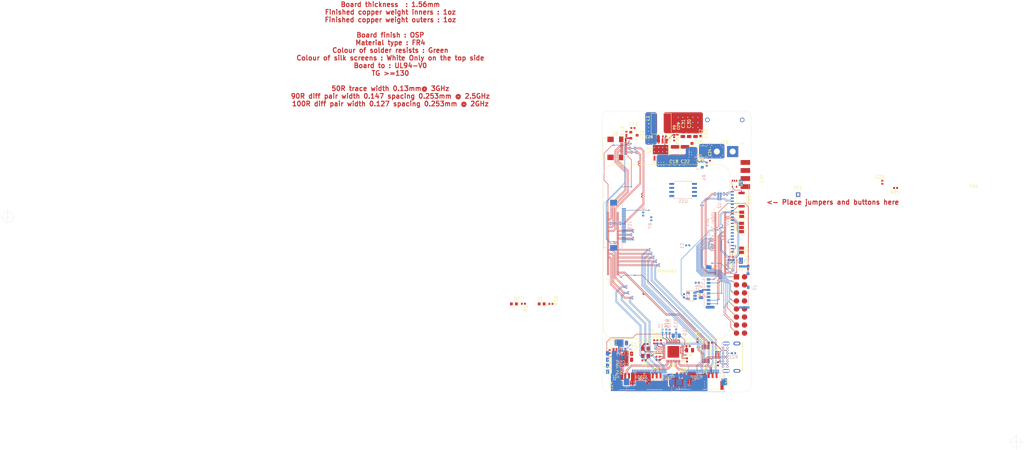
<source format=kicad_pcb>
(kicad_pcb (version 20201002) (generator pcbnew)
  (layers (0 "F.Cu" signal) (1 "In1.Cu" power) (2 "In2.Cu" power) (31 "B.Cu" signal) (34 "B.Paste" user) (35 "F.Paste" user) (36 "B.SilkS" user "B.Silkscreen") (37 "F.SilkS" user "F.Silkscreen") (38 "B.Mask" user) (39 "F.Mask" user) (44 "Edge.Cuts" user))
  (net 0 "")
  (net 1 "GND")
  (net 2 "/USB2-HUB/VBUS_HP")
  (net 3 "Net-(C1-Pad1)")
  (net 4 "Net-(C8-Pad1)")
  (net 5 "Net-(C9-Pad1)")
  (net 6 "/CM4_HighSpeed/HDMI_5v")
  (net 7 "/Power/+12v")
  (net 8 "Net-(C24-Pad1)")
  (net 9 "Net-(C28-Pad2)")
  (net 10 "Net-(C26-Pad1)")
  (net 11 "/CM4_HighSpeed/PCIE_CLK_nREQ")
  (net 12 "Net-(C27-Pad2)")
  (net 13 "Net-(C28-Pad1)")
  (net 14 "/CM4_HighSpeed/CAM0_D0_N")
  (net 15 "/CM4_HighSpeed/CAM0_D0_P")
  (net 16 "/CM4_HighSpeed/CAM0_D1_N")
  (net 17 "/CM4_HighSpeed/CAM0_D1_P")
  (net 18 "/CM4_HighSpeed/CAM0_C_N")
  (net 19 "/CM4_HighSpeed/CAM0_C_P")
  (net 20 "/SDA0")
  (net 21 "/SCL0")
  (net 22 "/CM4_HighSpeed/CAM1_D3_P")
  (net 23 "/CM4_HighSpeed/CAM1_D3_N")
  (net 24 "/CM4_HighSpeed/CAM1_D2_P")
  (net 25 "/CM4_HighSpeed/CAM1_D2_N")
  (net 26 "/CM4_HighSpeed/CAM1_C_P")
  (net 27 "/CM4_HighSpeed/CAM1_C_N")
  (net 28 "/CM4_HighSpeed/CAM1_D1_P")
  (net 29 "/CM4_HighSpeed/CAM1_D1_N")
  (net 30 "/CM4_HighSpeed/CAM1_D0_P")
  (net 31 "/CM4_HighSpeed/CAM1_D0_N")
  (net 32 "/CM4_HighSpeed/DSI0_D0_N")
  (net 33 "/CM4_HighSpeed/DSI0_D0_P")
  (net 34 "/CM4_HighSpeed/DSI0_D1_N")
  (net 35 "/CM4_HighSpeed/DSI0_D1_P")
  (net 36 "/CM4_HighSpeed/DSI0_C_N")
  (net 37 "/CM4_HighSpeed/DSI0_C_P")
  (net 38 "/CM4_HighSpeed/DSI1_D3_P")
  (net 39 "/CM4_HighSpeed/DSI1_D3_N")
  (net 40 "/CM4_HighSpeed/DSI1_D2_P")
  (net 41 "/CM4_HighSpeed/DSI1_D2_N")
  (net 42 "/CM4_HighSpeed/DSI1_C_P")
  (net 43 "/CM4_HighSpeed/DSI1_C_N")
  (net 44 "/CM4_HighSpeed/DSI1_D1_P")
  (net 45 "/CM4_HighSpeed/DSI1_D1_N")
  (net 46 "/CM4_HighSpeed/DSI1_D0_P")
  (net 47 "/CM4_HighSpeed/DSI1_D0_N")
  (net 48 "/CM4_GPIO ( Ethernet, GPIO, SDCARD)/SD_DAT1")
  (net 49 "Net-(J7-Pad9)")
  (net 50 "/CM4_GPIO ( Ethernet, GPIO, SDCARD)/SD_DAT0")
  (net 51 "/CM4_GPIO ( Ethernet, GPIO, SDCARD)/SD_CLK")
  (net 52 "/CM4_GPIO ( Ethernet, GPIO, SDCARD)/SD_CMD")
  (net 53 "/CM4_GPIO ( Ethernet, GPIO, SDCARD)/SD_DAT3")
  (net 54 "/CM4_GPIO ( Ethernet, GPIO, SDCARD)/SD_DAT2")
  (net 55 "Net-(J7-Pad10)")
  (net 56 "/CM4_GPIO ( Ethernet, GPIO, SDCARD)/GPIO2")
  (net 57 "/CM4_GPIO ( Ethernet, GPIO, SDCARD)/GPIO3")
  (net 58 "/CM4_GPIO ( Ethernet, GPIO, SDCARD)/GPIO4")
  (net 59 "/USB2-HUB/VBUS_LP")
  (net 60 "Net-(J1-Pad18)")
  (net 61 "/CM4_GPIO ( Ethernet, GPIO, SDCARD)/GPIO17")
  (net 62 "/CM4_GPIO ( Ethernet, GPIO, SDCARD)/GPIO18")
  (net 63 "/CM4_GPIO ( Ethernet, GPIO, SDCARD)/GPIO27")
  (net 64 "/CM4_GPIO ( Ethernet, GPIO, SDCARD)/GPIO22")
  (net 65 "/CM4_GPIO ( Ethernet, GPIO, SDCARD)/GPIO23")
  (net 66 "/CM4_GPIO ( Ethernet, GPIO, SDCARD)/GPIO24")
  (net 67 "/CM4_GPIO ( Ethernet, GPIO, SDCARD)/GPIO10")
  (net 68 "/CM4_GPIO ( Ethernet, GPIO, SDCARD)/GPIO9")
  (net 69 "/CM4_GPIO ( Ethernet, GPIO, SDCARD)/GPIO25")
  (net 70 "/CM4_GPIO ( Ethernet, GPIO, SDCARD)/GPIO11")
  (net 71 "/CM4_GPIO ( Ethernet, GPIO, SDCARD)/GPIO8")
  (net 72 "/CM4_GPIO ( Ethernet, GPIO, SDCARD)/GPIO7")
  (net 73 "/CM4_GPIO ( Ethernet, GPIO, SDCARD)/GPIO5")
  (net 74 "/CM4_GPIO ( Ethernet, GPIO, SDCARD)/GPIO6")
  (net 75 "/CM4_GPIO ( Ethernet, GPIO, SDCARD)/GPIO12")
  (net 76 "/CM4_GPIO ( Ethernet, GPIO, SDCARD)/GPIO13")
  (net 77 "/CM4_GPIO ( Ethernet, GPIO, SDCARD)/GPIO16")
  (net 78 "/CM4_GPIO ( Ethernet, GPIO, SDCARD)/GPIO26")
  (net 79 "/CM4_GPIO ( Ethernet, GPIO, SDCARD)/GPIO20")
  (net 80 "/CM4_GPIO ( Ethernet, GPIO, SDCARD)/GPIO21")
  (net 81 "/CM4_GPIO ( Ethernet, GPIO, SDCARD)/TR1_TAP")
  (net 82 "/CM4_GPIO ( Ethernet, GPIO, SDCARD)/TR0_TAP")
  (net 83 "/CM4_GPIO ( Ethernet, GPIO, SDCARD)/TR3_TAP")
  (net 84 "/CM4_GPIO ( Ethernet, GPIO, SDCARD)/TR2_TAP")
  (net 85 "/CM4_HighSpeed/HDMI1_D2_P")
  (net 86 "/CM4_HighSpeed/HDMI1_D2_N")
  (net 87 "/CM4_HighSpeed/HDMI1_D1_P")
  (net 88 "/CM4_HighSpeed/HDMI1_D1_N")
  (net 89 "/CM4_HighSpeed/HDMI1_D0_P")
  (net 90 "/CM4_HighSpeed/HDMI1_D0_N")
  (net 91 "/CM4_HighSpeed/HDMI1_CK_P")
  (net 92 "/CM4_HighSpeed/HDMI1_CK_N")
  (net 93 "/CM4_HighSpeed/HDMI1_CEC")
  (net 94 "Net-(J1-Pad15)")
  (net 95 "/CM4_HighSpeed/HDMI1_SCL")
  (net 96 "/CM4_HighSpeed/HDMI1_SDA")
  (net 97 "/CM4_HighSpeed/HDMI1_HOTPLUG")
  (net 98 "Net-(J3-PadA4)")
  (net 99 "/CM4_HighSpeed/PCIE_nRST")
  (net 100 "/CM4_HighSpeed/PCIE_CLK_P")
  (net 101 "/CM4_HighSpeed/PCIE_CLK_N")
  (net 102 "/CM4_HighSpeed/PCIE_RX_P")
  (net 103 "/CM4_HighSpeed/PCIE_RX_N")
  (net 104 "/CM4_HighSpeed/PCIE_TX_P")
  (net 105 "/USB2-HUB/HD2_N")
  (net 106 "/USB2-HUB/HD2_P")
  (net 107 "/USB2-HUB/HD1_N")
  (net 108 "/USB2-HUB/HD1_P")
  (net 109 "/USB2-HUB/HD3_P")
  (net 110 "/USB2-HUB/HD3_N")
  (net 111 "/USB2-HUB/HD4_P")
  (net 112 "/USB2-HUB/HD4_N")
  (net 113 "Net-(J17-Pad3)")
  (net 114 "Net-(J17-Pad4)")
  (net 115 "/CM4_HighSpeed/HDMI0_HOTPLUG")
  (net 116 "/CM4_HighSpeed/HDMI0_SDA")
  (net 117 "/CM4_HighSpeed/HDMI0_SCL")
  (net 118 "Net-(J1-Pad14)")
  (net 119 "/CM4_HighSpeed/HDMI0_CEC")
  (net 120 "/CM4_HighSpeed/HDMI0_CK_N")
  (net 121 "/CM4_HighSpeed/HDMI0_CK_P")
  (net 122 "/CM4_HighSpeed/HDMI0_D0_N")
  (net 123 "/CM4_HighSpeed/HDMI0_D0_P")
  (net 124 "/CM4_HighSpeed/HDMI0_D1_N")
  (net 125 "/CM4_HighSpeed/HDMI0_D1_P")
  (net 126 "/CM4_HighSpeed/HDMI0_D2_N")
  (net 127 "/CM4_HighSpeed/HDMI0_D2_P")
  (net 128 "Net-(J1-Pad12)")
  (net 129 "Net-(J1-Pad11)")
  (net 130 "/CM4_GPIO ( Ethernet, GPIO, SDCARD)/TRD1_P")
  (net 131 "/CM4_GPIO ( Ethernet, GPIO, SDCARD)/TRD3_N")
  (net 132 "/CM4_GPIO ( Ethernet, GPIO, SDCARD)/TRD1_N")
  (net 133 "/CM4_GPIO ( Ethernet, GPIO, SDCARD)/TRD2_N")
  (net 134 "/CM4_GPIO ( Ethernet, GPIO, SDCARD)/TRD0_N")
  (net 135 "/CM4_GPIO ( Ethernet, GPIO, SDCARD)/TRD2_P")
  (net 136 "/CM4_GPIO ( Ethernet, GPIO, SDCARD)/TRD0_P")
  (net 137 "/CM4_GPIO ( Ethernet, GPIO, SDCARD)/ETH_LEDG")
  (net 138 "/CM4_GPIO ( Ethernet, GPIO, SDCARD)/ETH_LEDY")
  (net 139 "Net-(Module1-Pad19)")
  (net 140 "Net-(Module1-Pad68)")
  (net 141 "Net-(Module1-Pad70)")
  (net 142 "Net-(Module1-Pad72)")
  (net 143 "Net-(Module1-Pad73)")
  (net 144 "/CM4_GPIO ( Ethernet, GPIO, SDCARD)/nPWR_LED")
  (net 145 "/nEXTRST")
  (net 146 "/USB2_N")
  (net 147 "Net-(Module1-Pad104)")
  (net 148 "/USB2_P")
  (net 149 "Net-(Module1-Pad106)")
  (net 150 "Net-(D2-Pad1)")
  (net 151 "Net-(J10-Pad16)")
  (net 152 "Net-(J10-Pad18)")
  (net 153 "Net-(D1-Pad1)")
  (net 154 "Net-(R12-Pad1)")
  (net 155 "Net-(R13-Pad1)")
  (net 156 "Net-(R14-Pad1)")
  (net 157 "Net-(R15-Pad2)")
  (net 158 "Net-(R16-Pad1)")
  (net 159 "Net-(U6-Pad11)")
  (net 160 "/USB2-HUB/PWR1")
  (net 161 "/USB2-HUB/nOCS1")
  (net 162 "Net-(U6-Pad14)")
  (net 163 "Net-(U6-Pad34)")
  (net 164 "Net-(U11-Pad7)")
  (net 165 "Net-(U11-Pad8)")
  (net 166 "/CM4_GPIO ( Ethernet, GPIO, SDCARD)/TRD3_P")
  (net 167 "Net-(J2-Pad18)")
  (net 168 "Net-(SW1-Pad1)")
  (net 169 "/CM4_GPIO ( Ethernet, GPIO, SDCARD)/WL_nDis")
  (net 170 "/CM4_GPIO ( Ethernet, GPIO, SDCARD)/GPIO19")
  (net 171 "/+3.3v")
  (net 172 "/USB2-HUB/USBD_P")
  (net 173 "/USB2-HUB/USBD_N")
  (net 174 "/USB2-HUB/USBH_N")
  (net 175 "/USB2-HUB/USBH_P")
  (net 176 "/CM4_GPIO ( Ethernet, GPIO, SDCARD)/SD_PWR")
  (net 177 "/USBOTG")
  (net 178 "/CM4_GPIO ( Ethernet, GPIO, SDCARD)/SD_PWR_ON")
  (net 179 "Net-(U18-Pad3)")
  (net 180 "Net-(R36-Pad1)")
  (net 181 "/CAM_GPIO")
  (net 182 "/ID_SC")
  (net 183 "/ID_SD")
  (net 184 "/CM4_HighSpeed/PCIE_TX_N")
  (net 185 "Net-(Module1-Pad64)")
  (net 186 "Net-(Module1-Pad21)")
  (net 187 "Net-(C29-Pad2)")
  (net 188 "Net-(J8-Pad2)")
  (net 189 "/CM4_GPIO ( Ethernet, GPIO, SDCARD)/UART0_RX")
  (net 190 "/CM4_GPIO ( Ethernet, GPIO, SDCARD)/UART0_TX")
  (net 191 "/CM4_GPIO ( Ethernet, GPIO, SDCARD)/GLOBAL_EN")
  (net 192 "Net-(R31-Pad1)")
  (net 193 "Net-(U4-Pad1)")
  (net 194 "Net-(U4-Pad2)")
  (net 195 "Net-(U6-Pad16)")
  (net 196 "Net-(U6-Pad18)")
  (net 197 "Net-(U6-Pad20)")
  (net 198 "/CM4_GPIO ( Ethernet, GPIO, SDCARD)/SYNC_OUT")
  (net 199 "/CM4_GPIO ( Ethernet, GPIO, SDCARD)/SYNC_IN")
  (net 200 "/CM4_GPIO ( Ethernet, GPIO, SDCARD)/AIN0")
  (net 201 "/CM4_GPIO ( Ethernet, GPIO, SDCARD)/AIN1")
  (net 202 "/CM4_GPIO ( Ethernet, GPIO, SDCARD)/+1.8v")
  (net 203 "/CM4_GPIO ( Ethernet, GPIO, SDCARD)/RUN_PG")
  (net 204 "/CM4_GPIO ( Ethernet, GPIO, SDCARD)/EEPROM_nWP")
  (net 205 "/TV_OUT")
  (net 206 "/USB2-HUB/nOCS2")
  (net 207 "Net-(U3-Pad4)")
  (net 208 "/Power/SDA")
  (net 209 "/+5v")
  (net 210 "/Power/SCL")
  (net 211 "/CM4_GPIO ( Ethernet, GPIO, SDCARD)/nRPIBOOT")
  (net 212 "Net-(J15-Pad18)")
  (net 213 "Net-(J15-Pad17)")
  (net 214 "Net-(J15-Pad15)")
  (net 215 "Net-(J15-Pad14)")
  (net 216 "Net-(J15-Pad12)")
  (net 217 "Net-(J15-Pad11)")
  (net 218 "/CM4_GPIO ( Ethernet, GPIO, SDCARD)/BT_nDis")
  (net 219 "/CM4_GPIO ( Ethernet, GPIO, SDCARD)/SD_DET")
  (net 220 "Net-(J10-Pad19)")
  (net 221 "Net-(J3-PadA5)")
  (net 222 "Net-(J3-PadB8)")
  (net 223 "Net-(J3-PadB5)")
  (net 224 "Net-(J3-PadA8)")
  (net 225 "Net-(J3-PadP1)")
  (module "Capacitor_SMD:C_0402_1005Metric" (layer "F.Cu") (at 122.875 59.75)
    (fp_text reference "C12" (at 0.15 -1.3 180) (layer "F.SilkS"))
    (fp_text value "100n")
    (pad "1" smd roundrect (at -0.485 0) (size 0.59 0.64) (layers "F.Cu" "F.Paste" "F.Mask") (net 209 "/+5v"))
    (pad "2" smd roundrect (at 0.485 0) (size 0.59 0.64) (layers "F.Cu" "F.Paste" "F.Mask") (net 1 "GND"))
  )
  (module "Capacitor_SMD:C_0402_1005Metric" (layer "F.Cu") (at 120.8 61.4 90)
    (fp_text reference "C13" (at 0.8 -1.2 270) (layer "F.SilkS"))
    (fp_text value "100n")
    (pad "1" smd roundrect (at -0.485 0 90) (size 0.59 0.64) (layers "F.Cu" "F.Paste" "F.Mask") (net 6 "/CM4_HighSpeed/HDMI_5v"))
    (pad "2" smd roundrect (at 0.485 0 90) (size 0.59 0.64) (layers "F.Cu" "F.Paste" "F.Mask") (net 1 "GND"))
  )
  (module "Capacitor_SMD:C_0402_1005Metric" (layer "F.Cu") (at 201.7 76.9 -90)
    (fp_text reference "C23" (at -1.7 0.7 180) (layer "F.SilkS"))
    (fp_text value "100n")
    (pad "1" smd roundrect (at -0.485 0 270) (size 0.59 0.64) (layers "F.Cu" "F.Paste" "F.Mask") (net 171 "/+3.3v"))
    (pad "2" smd roundrect (at 0.485 0 270) (size 0.59 0.64) (layers "F.Cu" "F.Paste" "F.Mask") (net 1 "GND"))
  )
  (module "Resistor_SMD:R_0402_1005Metric" (layer "F.Cu") (at 96.95 115.35)
    (fp_text reference "R10" (at 1.6 -1.1 270) (layer "F.SilkS"))
    (fp_text value "1k")
    (pad "1" smd roundrect (at -0.485 0) (size 0.59 0.64) (layers "F.Cu" "F.Paste" "F.Mask") (net 153 "Net-(D1-Pad1)"))
    (pad "2" smd roundrect (at 0.485 0) (size 0.59 0.64) (layers "F.Cu" "F.Paste" "F.Mask") (net 1 "GND"))
  )
  (module "Resistor_SMD:R_0402_1005Metric" (layer "F.Cu") (at 143.275 126.9 90)
    (fp_text reference "R11" (at 2.5 0.025 270) (layer "F.SilkS"))
    (fp_text value "2.2K 1%")
    (pad "1" smd roundrect (at -0.485 0 90) (size 0.59 0.64) (layers "F.Cu" "F.Paste" "F.Mask") (net 177 "/USBOTG"))
    (pad "2" smd roundrect (at 0.485 0 90) (size 0.59 0.64) (layers "F.Cu" "F.Paste" "F.Mask") (net 1 "GND"))
  )
  (module "Resistor_SMD:R_0402_1005Metric" (layer "F.Cu") (at 205.9 78.7 180)
    (fp_text reference "R21" (at 0.2 -1.4) (layer "F.SilkS"))
    (fp_text value "36K 1%")
    (pad "1" smd roundrect (at -0.485 0 180) (size 0.59 0.64) (layers "F.Cu" "F.Paste" "F.Mask") (net 113 "Net-(J17-Pad3)"))
    (pad "2" smd roundrect (at 0.485 0 180) (size 0.59 0.64) (layers "F.Cu" "F.Paste" "F.Mask") (net 171 "/+3.3v"))
  )
  (module "Package_TO_SOT_SMD:SOT-23" (layer "F.Cu") (at 123.2 62.05)
    (fp_text reference "U12" (at 2.5 -0.15 90) (layer "F.SilkS"))
    (fp_text value "RT9742SNGV")
    (pad "1" smd rect (at -1 -0.95) (size 0.9 0.8) (layers "F.Cu" "F.Paste" "F.Mask") (net 209 "/+5v"))
    (pad "2" smd rect (at -1 0.95) (size 0.9 0.8) (layers "F.Cu" "F.Paste" "F.Mask") (net 6 "/CM4_HighSpeed/HDMI_5v"))
    (pad "3" smd rect (at 1 0) (size 0.9 0.8) (layers "F.Cu" "F.Paste" "F.Mask") (net 1 "GND"))
  )
  (module "LED_SMD:LED_0603_1608Metric" (layer "F.Cu") (at 85.25 115.35 180)
    (fp_text reference "D2" (at -0.95 1.6) (layer "F.SilkS"))
    (fp_text value "LED Green")
    (pad "1" smd roundrect (at -0.7875 0 180) (size 0.875 0.95) (layers "F.Cu" "F.Paste" "F.Mask") (net 150 "Net-(D2-Pad1)"))
    (pad "2" smd roundrect (at 0.7875 0 180) (size 0.875 0.95) (layers "F.Cu" "F.Paste" "F.Mask") (net 171 "/+3.3v"))
  )
  (module "Capacitor_SMD:C_0402_1005Metric" (layer "F.Cu") (at 130.8 133.05 180)
    (fp_text reference "C7" (at 1.865 -0.35) (layer "F.SilkS"))
    (fp_text value "100n")
    (pad "1" smd roundrect (at -0.485 0 180) (size 0.59 0.64) (layers "F.Cu" "F.Paste" "F.Mask") (net 171 "/+3.3v"))
    (pad "2" smd roundrect (at 0.485 0 180) (size 0.59 0.64) (layers "F.Cu" "F.Paste" "F.Mask") (net 1 "GND"))
  )
  (module "Capacitor_SMD:C_0402_1005Metric" (layer "F.Cu") (at 127 128.05)
    (fp_text reference "C9" (at 0.003951 -1.040425 unlocked) (layer "F.SilkS"))
    (fp_text value "27pF")
    (pad "1" smd roundrect (at -0.485 0) (size 0.59 0.64) (layers "F.Cu" "F.Paste" "F.Mask") (net 5 "Net-(C9-Pad1)"))
    (pad "2" smd roundrect (at 0.485 0) (size 0.59 0.64) (layers "F.Cu" "F.Paste" "F.Mask") (net 1 "GND"))
  )
  (module "Capacitor_SMD:C_0805_2012Metric" (layer "F.Cu") (at 140.775 130)
    (fp_text reference "C6" (at -0.075 1.45) (layer "F.SilkS"))
    (fp_text value "10u")
    (pad "1" smd roundrect (at -0.9375 0) (size 0.975 1.4) (layers "F.Cu" "F.Paste" "F.Mask") (net 171 "/+3.3v"))
    (pad "2" smd roundrect (at 0.9375 0) (size 0.975 1.4) (layers "F.Cu" "F.Paste" "F.Mask") (net 1 "GND"))
  )
  (module "Capacitor_SMD:C_0402_1005Metric" (layer "F.Cu") (at 126.35 133.2 180)
    (fp_text reference "C8" (at 0.025 -1.1 unlocked) (layer "F.SilkS"))
    (fp_text value "27pF")
    (pad "1" smd roundrect (at -0.485 0 180) (size 0.59 0.64) (layers "F.Cu" "F.Paste" "F.Mask") (net 4 "Net-(C8-Pad1)"))
    (pad "2" smd roundrect (at 0.485 0 180) (size 0.59 0.64) (layers "F.Cu" "F.Paste" "F.Mask") (net 1 "GND"))
  )
  (module "Capacitor_SMD:C_0805_2012Metric" (layer "F.Cu") (at 121.5 133)
    (fp_text reference "C20" (at 2.225 -3.575) (layer "F.SilkS"))
    (fp_text value "10u")
    (pad "1" smd roundrect (at -0.9375 0) (size 0.975 1.4) (layers "F.Cu" "F.Paste" "F.Mask") (net 2 "/USB2-HUB/VBUS_HP"))
    (pad "2" smd roundrect (at 0.9375 0) (size 0.975 1.4) (layers "F.Cu" "F.Paste" "F.Mask") (net 1 "GND"))
  )
  (module "Capacitor_SMD:C_0805_2012Metric" (layer "F.Cu") (at 117.75 133.95 180)
    (fp_text reference "C21" (at 2.9 -1.725) (layer "F.SilkS"))
    (fp_text value "10u")
    (pad "1" smd roundrect (at -0.9375 0 180) (size 0.975 1.4) (layers "F.Cu" "F.Paste" "F.Mask") (net 2 "/USB2-HUB/VBUS_HP"))
    (pad "2" smd roundrect (at 0.9375 0 180) (size 0.975 1.4) (layers "F.Cu" "F.Paste" "F.Mask") (net 1 "GND"))
  )
  (module "Capacitor_SMD:C_0402_1005Metric" (layer "F.Cu") (at 139.95 133.075 -90)
    (fp_text reference "C14" (at 0.025 1.175 90) (layer "F.SilkS"))
    (fp_text value "100n")
    (pad "1" smd roundrect (at -0.485 0 270) (size 0.59 0.64) (layers "F.Cu" "F.Paste" "F.Mask") (net 171 "/+3.3v"))
    (pad "2" smd roundrect (at 0.485 0 270) (size 0.59 0.64) (layers "F.Cu" "F.Paste" "F.Mask") (net 1 "GND"))
  )
  (module "Capacitor_SMD:C_0805_2012Metric" (layer "F.Cu") (at 117.75 135.7 180)
    (fp_text reference "C19" (at 2.925 -1.475) (layer "F.SilkS"))
    (fp_text value "10u")
    (pad "1" smd roundrect (at -0.9375 0 180) (size 0.975 1.4) (layers "F.Cu" "F.Paste" "F.Mask") (net 2 "/USB2-HUB/VBUS_HP"))
    (pad "2" smd roundrect (at 0.9375 0 180) (size 0.975 1.4) (layers "F.Cu" "F.Paste" "F.Mask") (net 1 "GND"))
  )
  (module "Capacitor_SMD:C_0805_2012Metric" (layer "F.Cu") (at 121.5 131.15)
    (fp_text reference "C17" (at 2.275 -3.05) (layer "F.SilkS"))
    (fp_text value "10u")
    (pad "1" smd roundrect (at -0.9375 0) (size 0.975 1.4) (layers "F.Cu" "F.Paste" "F.Mask") (net 2 "/USB2-HUB/VBUS_HP"))
    (pad "2" smd roundrect (at 0.9375 0) (size 0.975 1.4) (layers "F.Cu" "F.Paste" "F.Mask") (net 1 "GND"))
  )
  (module "Open-HD:XTAL_ECS-240-18-33-JGN-TR" (layer "F.Cu") (at 126.849988 130.65 90)
    (fp_text reference "Y1" (at -0.527085 -2.109127 90) (layer "F.SilkS") (effects (font (size 0.480987 0.480987) (thickness 0.015))))
    (fp_text value "ECS-240-18-33-JGN-TR")
    (pad "1" smd rect (at -1.15 0.9 90) (size 1.3 1.1) (layers "F.Cu" "F.Paste" "F.Mask") (net 4 "Net-(C8-Pad1)"))
    (pad "2" smd rect (at 1.15 0.9 90) (size 1.3 1.1) (layers "F.Cu" "F.Paste" "F.Mask") (net 1 "GND"))
    (pad "3" smd rect (at 1.15 -0.9 90) (size 1.3 1.1) (layers "F.Cu" "F.Paste" "F.Mask") (net 5 "Net-(C9-Pad1)"))
    (pad "4" smd rect (at -1.15 -0.9 90) (size 1.3 1.1) (layers "F.Cu" "F.Paste" "F.Mask") (net 1 "GND"))
  )
  (module "Package_DFN_QFN:QFN-36-1EP_6x6mm_P0.5mm_EP3.7x3.7mm" (layer "F.Cu") (at 135.65 130.5 90)
    (fp_text reference "U6" (at -4.325 -0.05) (layer "F.SilkS"))
    (fp_text value "USB2514B-I/M2")
    (pad "1" smd roundrect (at -2.9375 -2 90) (size 0.825 0.25) (layers "F.Cu" "F.Paste" "F.Mask") (net 107 "/USB2-HUB/HD1_N"))
    (pad "2" smd roundrect (at -2.9375 -1.5 90) (size 0.825 0.25) (layers "F.Cu" "F.Paste" "F.Mask") (net 108 "/USB2-HUB/HD1_P"))
    (pad "3" smd roundrect (at -2.9375 -1 90) (size 0.825 0.25) (layers "F.Cu" "F.Paste" "F.Mask") (net 105 "/USB2-HUB/HD2_N"))
    (pad "4" smd roundrect (at -2.9375 -0.5 90) (size 0.825 0.25) (layers "F.Cu" "F.Paste" "F.Mask") (net 106 "/USB2-HUB/HD2_P"))
    (pad "5" smd roundrect (at -2.9375 0 90) (size 0.825 0.25) (layers "F.Cu" "F.Paste" "F.Mask") (net 171 "/+3.3v"))
    (pad "6" smd roundrect (at -2.9375 0.5 90) (size 0.825 0.25) (layers "F.Cu" "F.Paste" "F.Mask") (net 110 "/USB2-HUB/HD3_N"))
    (pad "7" smd roundrect (at -2.9375 1 90) (size 0.825 0.25) (layers "F.Cu" "F.Paste" "F.Mask") (net 109 "/USB2-HUB/HD3_P"))
    (pad "8" smd roundrect (at -2.9375 1.5 90) (size 0.825 0.25) (layers "F.Cu" "F.Paste" "F.Mask") (net 112 "/USB2-HUB/HD4_N"))
    (pad "9" smd roundrect (at -2.9375 2 90) (size 0.825 0.25) (layers "F.Cu" "F.Paste" "F.Mask") (net 111 "/USB2-HUB/HD4_P"))
    (pad "10" smd roundrect (at -2 2.9375 90) (size 0.25 0.825) (layers "F.Cu" "F.Paste" "F.Mask") (net 171 "/+3.3v"))
    (pad "11" smd roundrect (at -1.5 2.9375 90) (size 0.25 0.825) (layers "F.Cu" "F.Paste" "F.Mask") (net 159 "Net-(U6-Pad11)"))
    (pad "12" smd roundrect (at -1 2.9375 90) (size 0.25 0.825) (layers "F.Cu" "F.Paste" "F.Mask") (net 160 "/USB2-HUB/PWR1"))
    (pad "13" smd roundrect (at -0.5 2.9375 90) (size 0.25 0.825) (layers "F.Cu" "F.Paste" "F.Mask") (net 161 "/USB2-HUB/nOCS1"))
    (pad "14" smd roundrect (at 0 2.9375 90) (size 0.25 0.825) (layers "F.Cu" "F.Paste" "F.Mask") (net 162 "Net-(U6-Pad14)"))
    (pad "15" smd roundrect (at 0.5 2.9375 90) (size 0.25 0.825) (layers "F.Cu" "F.Paste" "F.Mask") (net 171 "/+3.3v"))
    (pad "16" smd roundrect (at 1 2.9375 90) (size 0.25 0.825) (layers "F.Cu" "F.Paste" "F.Mask") (net 195 "Net-(U6-Pad16)"))
    (pad "17" smd roundrect (at 1.5 2.9375 90) (size 0.25 0.825) (layers "F.Cu" "F.Paste" "F.Mask") (net 161 "/USB2-HUB/nOCS1"))
    (pad "18" smd roundrect (at 2 2.9375 90) (size 0.25 0.825) (layers "F.Cu" "F.Paste" "F.Mask") (net 196 "Net-(U6-Pad18)"))
    (pad "19" smd roundrect (at 2.9375 2 90) (size 0.825 0.25) (layers "F.Cu" "F.Paste" "F.Mask") (net 206 "/USB2-HUB/nOCS2"))
    (pad "20" smd roundrect (at 2.9375 1.5 90) (size 0.825 0.25) (layers "F.Cu" "F.Paste" "F.Mask") (net 197 "Net-(U6-Pad20)"))
    (pad "21" smd roundrect (at 2.9375 1 90) (size 0.825 0.25) (layers "F.Cu" "F.Paste" "F.Mask") (net 206 "/USB2-HUB/nOCS2"))
    (pad "22" smd roundrect (at 2.9375 0.5 90) (size 0.825 0.25) (layers "F.Cu" "F.Paste" "F.Mask") (net 155 "Net-(R13-Pad1)"))
    (pad "23" smd roundrect (at 2.9375 0 90) (size 0.825 0.25) (layers "F.Cu" "F.Paste" "F.Mask") (net 171 "/+3.3v"))
    (pad "24" smd roundrect (at 2.9375 -0.5 90) (size 0.825 0.25) (layers "F.Cu" "F.Paste" "F.Mask") (net 154 "Net-(R12-Pad1)"))
    (pad "25" smd roundrect (at 2.9375 -1 90) (size 0.825 0.25) (layers "F.Cu" "F.Paste" "F.Mask") (net 158 "Net-(R16-Pad1)"))
    (pad "26" smd roundrect (at 2.9375 -1.5 90) (size 0.825 0.25) (layers "F.Cu" "F.Paste" "F.Mask") (net 145 "/nEXTRST"))
    (pad "27" smd roundrect (at 2.9375 -2 90) (size 0.825 0.25) (layers "F.Cu" "F.Paste" "F.Mask") (net 171 "/+3.3v"))
    (pad "28" smd roundrect (at 2 -2.9375 90) (size 0.25 0.825) (layers "F.Cu" "F.Paste" "F.Mask") (net 156 "Net-(R14-Pad1)"))
    (pad "29" smd roundrect (at 1.5 -2.9375 90) (size 0.25 0.825) (layers "F.Cu" "F.Paste" "F.Mask") (net 171 "/+3.3v"))
    (pad "30" smd roundrect (at 1 -2.9375 90) (size 0.25 0.825) (layers "F.Cu" "F.Paste" "F.Mask") (net 174 "/USB2-HUB/USBH_N"))
    (pad "31" smd roundrect (at 0.5 -2.9375 90) (size 0.25 0.825) (layers "F.Cu" "F.Paste" "F.Mask") (net 175 "/USB2-HUB/USBH_P"))
    (pad "32" smd roundrect (at 0 -2.9375 90) (size 0.25 0.825) (layers "F.Cu" "F.Paste" "F.Mask") (net 5 "Net-(C9-Pad1)"))
    (pad "33" smd roundrect (at -0.5 -2.9375 90) (size 0.25 0.825) (layers "F.Cu" "F.Paste" "F.Mask") (net 4 "Net-(C8-Pad1)"))
    (pad "34" smd roundrect (at -1 -2.9375 90) (size 0.25 0.825) (layers "F.Cu" "F.Paste" "F.Mask") (net 163 "Net-(U6-Pad34)"))
    (pad "35" smd roundrect (at -1.5 -2.9375 90) (size 0.25 0.825) (layers "F.Cu" "F.Paste" "F.Mask") (net 157 "Net-(R15-Pad2)"))
    (pad "36" smd roundrect (at -2 -2.9375 90) (size 0.25 0.825) (layers "F.Cu" "F.Paste" "F.Mask") (net 171 "/+3.3v"))
    (pad "37" smd roundrect (at 0 0 90) (size 3.7 3.7) (layers "F.Cu" "F.Mask") (roundrect_rratio 0.06756756756756757) (net 1 "GND"))
  )
  (module "Resistor_SMD:R_0402_1005Metric" (layer "F.Cu") (at 130.8 132.05)
    (fp_text reference "R15" (at -0.175 -1.1 180) (layer "F.SilkS"))
    (fp_text value "12K 1%")
    (pad "1" smd roundrect (at -0.485 0) (size 0.59 0.64) (layers "F.Cu" "F.Paste" "F.Mask") (net 1 "GND"))
    (pad "2" smd roundrect (at 0.485 0) (size 0.59 0.64) (layers "F.Cu" "F.Paste" "F.Mask") (net 157 "Net-(R15-Pad2)"))
  )
  (module "Resistor_SMD:R_0402_1005Metric" (layer "F.Cu") (at 131.7 127.35 90)
    (fp_text reference "R14" (at 2.65 0.4 90) (layer "F.SilkS"))
    (fp_text value "36K 1%")
    (pad "1" smd roundrect (at -0.485 0 90) (size 0.59 0.64) (layers "F.Cu" "F.Paste" "F.Mask") (net 156 "Net-(R14-Pad1)"))
    (pad "2" smd roundrect (at 0.485 0 90) (size 0.59 0.64) (layers "F.Cu" "F.Paste" "F.Mask") (net 1 "GND"))
  )
  (module "Resistor_SMD:R_0402_1005Metric" (layer "F.Cu") (at 154.425 100.95 -90)
    (fp_text reference "R3" (at 1.885 0.5 180) (layer "F.SilkS"))
    (fp_text value "470R")
    (pad "1" smd roundrect (at -0.485 0 270) (size 0.59 0.64) (layers "F.Cu" "F.Paste" "F.Mask") (net 152 "Net-(J10-Pad18)"))
    (pad "2" smd roundrect (at 0.485 0 270) (size 0.59 0.64) (layers "F.Cu" "F.Paste" "F.Mask") (net 137 "/CM4_GPIO ( Ethernet, GPIO, SDCARD)/ETH_LEDG"))
  )
  (module "Resistor_SMD:R_0402_1005Metric" (layer "F.Cu") (at 153.425 100.95 -90)
    (fp_text reference "R2" (at -1.25 -1.1 180) (layer "F.SilkS"))
    (fp_text value "470R")
    (pad "1" smd roundrect (at -0.485 0 270) (size 0.59 0.64) (layers "F.Cu" "F.Paste" "F.Mask") (net 151 "Net-(J10-Pad16)"))
    (pad "2" smd roundrect (at 0.485 0 270) (size 0.59 0.64) (layers "F.Cu" "F.Paste" "F.Mask") (net 138 "/CM4_GPIO ( Ethernet, GPIO, SDCARD)/ETH_LEDY"))
  )
  (module "LED_SMD:LED_0603_1608Metric" (layer "F.Cu") (at 94.0125 115.35 180)
    (fp_text reference "D1" (at 0.5 1.6) (layer "F.SilkS"))
    (fp_text value "LED Red")
    (pad "1" smd roundrect (at -0.7875 0 180) (size 0.875 0.95) (layers "F.Cu" "F.Paste" "F.Mask") (net 153 "Net-(D1-Pad1)"))
    (pad "2" smd roundrect (at 0.7875 0 180) (size 0.875 0.95) (layers "F.Cu" "F.Paste" "F.Mask") (net 171 "/+3.3v"))
  )
  (module "Resistor_SMD:R_0402_1005Metric" (layer "F.Cu") (at 88.25 115.3)
    (fp_text reference "R1" (at 0.8 1.5 270) (layer "F.SilkS"))
    (fp_text value "1k")
    (pad "1" smd roundrect (at -0.485 0) (size 0.59 0.64) (layers "F.Cu" "F.Paste" "F.Mask") (net 150 "Net-(D2-Pad1)"))
    (pad "2" smd roundrect (at 0.485 0) (size 0.59 0.64) (layers "F.Cu" "F.Paste" "F.Mask") (net 186 "Net-(Module1-Pad21)"))
  )
  (module "Resistor_SMD:R_0402_1005Metric" (layer "F.Cu") (at 115.475 130.45 90)
    (fp_text reference "R36" (at -2.625 -0.025 270) (layer "F.SilkS"))
    (fp_text value "15K 1%")
    (pad "1" smd roundrect (at -0.485 0 90) (size 0.59 0.64) (layers "F.Cu" "F.Paste" "F.Mask") (net 180 "Net-(R36-Pad1)"))
    (pad "2" smd roundrect (at 0.485 0 90) (size 0.59 0.64) (layers "F.Cu" "F.Paste" "F.Mask") (net 1 "GND"))
  )
  (module "Package_TO_SOT_SMD:SOT-23-6" (layer "F.Cu") (at 117.7 130.9 -90)
    (fp_text reference "U7" (at -2.075 2.225) (layer "F.SilkS"))
    (fp_text value "AP22653W6")
    (pad "1" smd rect (at -1.1 -0.95 270) (size 1.06 0.65) (layers "F.Cu" "F.Paste" "F.Mask") (net 209 "/+5v"))
    (pad "2" smd rect (at -1.1 0 270) (size 1.06 0.65) (layers "F.Cu" "F.Paste" "F.Mask") (net 1 "GND"))
    (pad "3" smd rect (at -1.1 0.95 270) (size 1.06 0.65) (layers "F.Cu" "F.Paste" "F.Mask") (net 160 "/USB2-HUB/PWR1"))
    (pad "4" smd rect (at 1.1 0.95 270) (size 1.06 0.65) (layers "F.Cu" "F.Paste" "F.Mask") (net 161 "/USB2-HUB/nOCS1"))
    (pad "5" smd rect (at 1.1 0 270) (size 1.06 0.65) (layers "F.Cu" "F.Paste" "F.Mask") (net 180 "Net-(R36-Pad1)"))
    (pad "6" smd rect (at 1.1 -0.95 270) (size 1.06 0.65) (layers "F.Cu" "F.Paste" "F.Mask") (net 2 "/USB2-HUB/VBUS_HP"))
  )
  (module "Package_SO:MSOP-10_3x3mm_P0.5mm" (layer "F.Cu") (at 145.85 131.2 -90)
    (fp_text reference "U13" (at 4.6 0.1 90) (layer "F.SilkS"))
    (fp_text value "FSUSB42MUX")
    (pad "1" smd rect (at -2.2 -1 270) (size 1.4 0.3) (layers "F.Cu" "F.Paste" "F.Mask") (net 171 "/+3.3v"))
    (pad "2" smd rect (at -2.2 -0.5 270) (size 1.4 0.3) (layers "F.Cu" "F.Paste" "F.Mask") (net 177 "/USBOTG"))
    (pad "3" smd rect (at -2.2 0 270) (size 1.4 0.3) (layers "F.Cu" "F.Paste" "F.Mask") (net 148 "/USB2_P"))
    (pad "4" smd rect (at -2.2 0.5 270) (size 1.4 0.3) (layers "F.Cu" "F.Paste" "F.Mask") (net 146 "/USB2_N"))
    (pad "5" smd rect (at -2.2 1 270) (size 1.4 0.3) (layers "F.Cu" "F.Paste" "F.Mask") (net 1 "GND"))
    (pad "6" smd rect (at 2.2 1 270) (size 1.4 0.3) (layers "F.Cu" "F.Paste" "F.Mask") (net 174 "/USB2-HUB/USBH_N"))
    (pad "7" smd rect (at 2.2 0.5 270) (size 1.4 0.3) (layers "F.Cu" "F.Paste" "F.Mask") (net 175 "/USB2-HUB/USBH_P"))
    (pad "8" smd rect (at 2.2 0 270) (size 1.4 0.3) (layers "F.Cu" "F.Paste" "F.Mask") (net 173 "/USB2-HUB/USBD_N"))
    (pad "9" smd rect (at 2.2 -0.5 270) (size 1.4 0.3) (layers "F.Cu" "F.Paste" "F.Mask") (net 172 "/USB2-HUB/USBD_P"))
    (pad "10" smd rect (at 2.2 -1 270) (size 1.4 0.3) (layers "F.Cu" "F.Paste" "F.Mask") (net 1 "GND"))
  )
  (module "Capacitor_SMD:C_0402_1005Metric" (layer "F.Cu") (at 129.6 127.35 90)
    (fp_text reference "C15" (at 2.6 -0.4 90) (layer "F.SilkS"))
    (fp_text value "100n")
    (pad "1" smd roundrect (at -0.485 0 90) (size 0.59 0.64) (layers "F.Cu" "F.Paste" "F.Mask") (net 171 "/+3.3v"))
    (pad "2" smd roundrect (at 0.485 0 90) (size 0.59 0.64) (layers "F.Cu" "F.Paste" "F.Mask") (net 1 "GND"))
  )
  (module "Open-HD:fan" (layer "F.Cu") (at 160.94 73.185 -90)
    (fp_text reference "J17" (at 2.54 -2.54 -90 unlocked) (layer "F.SilkS"))
    (fp_text value "Molex 470531000")
    (pad "1" smd rect (at -2.54 2.54 270) (size 1.524 3) (layers "F.Cu" "F.Paste" "F.Mask") (net 1 "GND"))
    (pad "2" smd rect (at 0 2.54 270) (size 1.524 3) (layers "F.Cu" "F.Paste" "F.Mask") (net 209 "/+5v"))
    (pad "3" smd rect (at 2.54 2.54 270) (size 1.524 3) (layers "F.Cu" "F.Paste" "F.Mask") (net 113 "Net-(J17-Pad3)"))
    (pad "4" smd rect (at 5.08 2.54 270) (size 1.524 3) (layers "F.Cu" "F.Paste" "F.Mask") (net 114 "Net-(J17-Pad4)"))
  )
  (module "Package_SON:USON-10_2.5x1.0mm_P0.5mm" (layer "F.Cu") (at 149.485 131.45)
    (fp_text reference "U4" (at -0.185 -2.125) (layer "F.SilkS"))
    (fp_text value "TPD4EUSB30")
    (pad "1" smd rect (at -0.385 -1 270) (size 0.3 0.55) (layers "F.Cu" "F.Paste" "F.Mask") (net 193 "Net-(U4-Pad1)"))
    (pad "2" smd rect (at -0.385 -0.5 270) (size 0.3 0.55) (layers "F.Cu" "F.Paste" "F.Mask") (net 194 "Net-(U4-Pad2)"))
    (pad "3" smd rect (at -0.385 0 270) (size 0.4 0.55) (layers "F.Cu" "F.Paste" "F.Mask") (net 1 "GND"))
    (pad "4" smd rect (at -0.385 0.5 270) (size 0.3 0.55) (layers "F.Cu" "F.Paste" "F.Mask") (net 173 "/USB2-HUB/USBD_N"))
    (pad "5" smd rect (at -0.385 1 270) (size 0.3 0.55) (layers "F.Cu" "F.Paste" "F.Mask") (net 172 "/USB2-HUB/USBD_P"))
    (pad "6" smd rect (at 0.385 1 270) (size 0.3 0.55) (layers "F.Cu" "F.Paste" "F.Mask") (net 172 "/USB2-HUB/USBD_P"))
    (pad "7" smd rect (at 0.385 0.5 270) (size 0.3 0.55) (layers "F.Cu" "F.Paste" "F.Mask") (net 173 "/USB2-HUB/USBD_N"))
    (pad "8" smd rect (at 0.385 0 270) (size 0.4 0.55) (layers "F.Cu" "F.Paste" "F.Mask") (net 1 "GND"))
    (pad "9" smd rect (at 0.385 -0.5 270) (size 0.3 0.55) (layers "F.Cu" "F.Paste" "F.Mask") (net 194 "Net-(U4-Pad2)"))
    (pad "10" smd rect (at 0.385 -1 270) (size 0.3 0.55) (layers "F.Cu" "F.Paste" "F.Mask") (net 193 "Net-(U4-Pad1)"))
  )
  (module "Package_TO_SOT_SMD:SOT-353_SC-70-5" (layer "F.Cu") (at 154.975 77.375 -90)
    (fp_text reference "U9" (at 0 -2 90) (layer "F.SilkS"))
    (fp_text value "74LVC1G07SE-7")
    (pad "1" smd rect (at -0.95 -0.65 270) (size 0.65 0.4) (layers "F.Cu" "F.Paste" "F.Mask"))
    (pad "2" smd rect (at -0.95 0 270) (size 0.65 0.4) (layers "F.Cu" "F.Paste" "F.Mask") (net 203 "/CM4_GPIO ( Ethernet, GPIO, SDCARD)/RUN_PG"))
    (pad "3" smd rect (at -0.95 0.65 270) (size 0.65 0.4) (layers "F.Cu" "F.Paste" "F.Mask") (net 1 "GND"))
    (pad "4" smd rect (at 0.95 0.65 270) (size 0.65 0.4) (layers "F.Cu" "F.Paste" "F.Mask") (net 168 "Net-(SW1-Pad1)"))
    (pad "5" smd rect (at 0.95 -0.65 270) (size 0.65 0.4) (layers "F.Cu" "F.Paste" "F.Mask") (net 209 "/+5v"))
  )
  (module "Open-HD:GCT_USB4085-GF-A_REVA" (layer "F.Cu") (at 155.4 132.2 90)
    (fp_text reference "J3" (at 0.25 3.175 270) (layer "F.SilkS") (effects (font (size 1.00015 1.00015) (thickness 0.015))))
    (fp_text value "USB4085-GF-A_REVA")
    (pad "A1" thru_hole circle (at -2.975 -4.025 90) (size 0.65 0.65) (drill 0.4) (layers *.Cu *.Mask) (net 1 "GND"))
    (pad "A4" thru_hole circle (at -2.125 -4.025 90) (size 0.65 0.65) (drill 0.4) (layers *.Cu *.Mask) (net 98 "Net-(J3-PadA4)"))
    (pad "A5" thru_hole circle (at -1.275 -4.025 90) (size 0.65 0.65) (drill 0.4) (layers *.Cu *.Mask) (net 221 "Net-(J3-PadA5)"))
    (pad "A6" thru_hole circle (at -0.425 -4.025 90) (size 0.65 0.65) (drill 0.4) (layers *.Cu *.Mask) (net 172 "/USB2-HUB/USBD_P"))
    (pad "A7" thru_hole circle (at 0.425 -4.025 90) (size 0.65 0.65) (drill 0.4) (layers *.Cu *.Mask) (net 173 "/USB2-HUB/USBD_N"))
    (pad "A8" thru_hole circle (at 1.275 -4.025 90) (size 0.65 0.65) (drill 0.4) (layers *.Cu *.Mask) (net 224 "Net-(J3-PadA8)"))
    (pad "A9" thru_hole circle (at 2.125 -4.025 90) (size 0.65 0.65) (drill 0.4) (layers *.Cu *.Mask) (net 98 "Net-(J3-PadA4)"))
    (pad "A12" thru_hole circle (at 2.975 -4.025 90) (size 0.65 0.65) (drill 0.4) (layers *.Cu *.Mask) (net 1 "GND"))
    (pad "B1" thru_hole circle (at 2.975 -2.675 90) (size 0.65 0.65) (drill 0.4) (layers *.Cu *.Mask) (net 1 "GND"))
    (pad "B4" thru_hole circle (at 2.125 -2.675 90) (size 0.65 0.65) (drill 0.4) (layers *.Cu *.Mask) (net 98 "Net-(J3-PadA4)"))
    (pad "B5" thru_hole circle (at 1.275 -2.675 90) (size 0.65 0.65) (drill 0.4) (layers *.Cu *.Mask) (net 223 "Net-(J3-PadB5)"))
    (pad "B6" thru_hole circle (at 0.425 -2.675 90) (size 0.65 0.65) (drill 0.4) (layers *.Cu *.Mask) (net 172 "/USB2-HUB/USBD_P"))
    (pad "B7" thru_hole circle (at -0.425 -2.675 90) (size 0.65 0.65) (drill 0.4) (layers *.Cu *.Mask) (net 173 "/USB2-HUB/USBD_N"))
    (pad "B8" thru_hole circle (at -1.275 -2.675 90) (size 0.65 0.65) (drill 0.4) (layers *.Cu *.Mask) (net 222 "Net-(J3-PadB8)"))
    (pad "B9" thru_hole circle (at -2.125 -2.675 90) (size 0.65 0.65) (drill 0.4) (layers *.Cu *.Mask) (net 98 "Net-(J3-PadA4)"))
    (pad "B12" thru_hole circle (at -2.975 -2.675 90) (size 0.65 0.65) (drill 0.4) (layers *.Cu *.Mask) (net 1 "GND"))
    (pad "P1" thru_hole oval (at -4.325 -3.045 90) (size 1.108 2.216) (drill oval 0.6 2.1) (layers *.Cu *.Mask) (net 225 "Net-(J3-PadP1)"))
    (pad "P2" thru_hole oval (at 4.325 -3.045 90) (size 1.108 2.216) (drill oval 0.6 2.1) (layers *.Cu *.Mask) (net 225 "Net-(J3-PadP1)"))
    (pad "P3" thru_hole oval (at 4.325 0.335 90) (size 1.108 2.216) (drill oval 0.6 1.4) (layers *.Cu *.Mask) (net 225 "Net-(J3-PadP1)"))
    (pad "P4" thru_hole oval (at -4.325 0.335 90) (size 1.108 2.216) (drill oval 0.6 1.4) (layers *.Cu *.Mask) (net 225 "Net-(J3-PadP1)"))
  )
  (module "Capacitor_SMD:C_0402_1005Metric" (layer "F.Cu") (at 130.6 127.35 90)
    (fp_text reference "C3" (at 2.15 0.05 90) (layer "F.SilkS"))
    (fp_text value "100n")
    (pad "1" smd roundrect (at -0.485 0 90) (size 0.59 0.64) (layers "F.Cu" "F.Paste" "F.Mask") (net 171 "/+3.3v"))
    (pad "2" smd roundrect (at 0.485 0 90) (size 0.59 0.64) (layers "F.Cu" "F.Paste" "F.Mask") (net 1 "GND"))
  )
  (module "Capacitor_SMD:C_0402_1005Metric" (layer "F.Cu") (at 140.3 128.675)
    (fp_text reference "C4" (at -0.085 -1.1) (layer "F.SilkS"))
    (fp_text value "100n")
    (pad "1" smd roundrect (at -0.485 0) (size 0.59 0.64) (layers "F.Cu" "F.Paste" "F.Mask") (net 171 "/+3.3v"))
    (pad "2" smd roundrect (at 0.485 0) (size 0.59 0.64) (layers "F.Cu" "F.Paste" "F.Mask") (net 1 "GND"))
  )
  (module "Package_SON:Diodes_PowerDI3333-8" (layer "F.Cu") (at 144.249989 67.199992)
    (fp_text reference "Q1" (at 1.15 2.6 180) (layer "F.SilkS"))
    (fp_text value "DMP3013SFV-7")
    (pad "1" smd rect (at -1.5 -0.975) (size 0.7 0.42) (layers "F.Cu" "F.Paste" "F.Mask") (net 7 "/Power/+12v"))
    (pad "2" smd rect (at -1.5 -0.325) (size 0.7 0.42) (layers "F.Cu" "F.Paste" "F.Mask") (net 7 "/Power/+12v"))
    (pad "3" smd rect (at -1.5 0.325) (size 0.7 0.42) (layers "F.Cu" "F.Paste" "F.Mask") (net 7 "/Power/+12v"))
    (pad "4" smd rect (at -1.5 0.975) (size 0.7 0.42) (layers "F.Cu" "F.Paste" "F.Mask") (net 12 "Net-(C27-Pad2)"))
    (pad "5" smd custom (at 0.45499 0) (size 1.71 2.37) (layers "F.Cu" "F.Mask") (net 8 "Net-(C24-Pad1)") (options (clearance outline) (anchor rect)) (primitives (gr_poly (pts (xy 0.855 1.185) (xy 1.395 1.185) (xy 1.395 0.765) (xy 0.855 0.765)) (width 0)) (gr_poly (pts (xy 0.855 0.535) (xy 1.395 0.535) (xy 1.395 0.115) (xy 0.855 0.115)) (width 0)) (gr_poly (pts (xy 0.855 -0.115) (xy 1.395 -0.115) (xy 1.395 -0.535) (xy 0.855 -0.535)) (width 0)) (gr_poly (pts (xy 0.855 -0.765) (xy 1.395 -0.765) (xy 1.395 -1.185) (xy 0.855 -1.185)) (width 0))))
  )
  (module "Capacitor_SMD:C_0805_2012Metric" (layer "F.Cu") (at 119.875 127.725)
    (fp_text reference "C2" (at -3.725 -0.225) (layer "F.SilkS"))
    (fp_text value "10u")
    (pad "1" smd roundrect (at -0.9375 0) (size 0.975 1.4) (layers "F.Cu" "F.Paste" "F.Mask") (net 209 "/+5v"))
    (pad "2" smd roundrect (at 0.9375 0) (size 0.975 1.4) (layers "F.Cu" "F.Paste" "F.Mask") (net 1 "GND"))
  )
  (module "Resistor_SMD:R_0402_1005Metric" (layer "F.Cu") (at 147.35 127.6 180)
    (fp_text reference "R8" (at 1.9 0.125 180) (layer "F.SilkS"))
    (fp_text value "2.2K 1%")
    (pad "1" smd roundrect (at -0.485 0 180) (size 0.59 0.64) (layers "F.Cu" "F.Paste" "F.Mask") (net 98 "Net-(J3-PadA4)"))
    (pad "2" smd roundrect (at 0.485 0 180) (size 0.59 0.64) (layers "F.Cu" "F.Paste" "F.Mask") (net 177 "/USBOTG"))
  )
  (module "Capacitor_SMD:C_1210_3225Metric" (layer "F.Cu") (at 139.3 67.2 90)
    (fp_text reference "C22" (at -3.15 0.1) (layer "F.SilkS"))
    (fp_text value "10uF")
    (pad "1" smd roundrect (at -1.475 0 90) (size 1.15 2.7) (layers "F.Cu" "F.Paste" "F.Mask") (roundrect_rratio 0.217391) (net 7 "/Power/+12v"))
    (pad "2" smd roundrect (at 1.475 0 90) (size 1.15 2.7) (layers "F.Cu" "F.Paste" "F.Mask") (roundrect_rratio 0.217391) (net 1 "GND"))
  )
  (module "Capacitor_SMD:C_1210_3225Metric" (layer "F.Cu") (at 136.2 67.2 90)
    (fp_text reference "C18" (at -3.15 -0.4) (layer "F.SilkS"))
    (fp_text value "10uF")
    (pad "1" smd roundrect (at -1.475 0 90) (size 1.15 2.7) (layers "F.Cu" "F.Paste" "F.Mask") (roundrect_rratio 0.217391) (net 7 "/Power/+12v"))
    (pad "2" smd roundrect (at 1.475 0 90) (size 1.15 2.7) (layers "F.Cu" "F.Paste" "F.Mask") (roundrect_rratio 0.217391) (net 1 "GND"))
  )
  (module "Resistor_SMD:R_0402_1005Metric" (layer "F.Cu") (at 149.75 134.3 -90)
    (fp_text reference "R20" (at 0 1.125 -90) (layer "F.SilkS"))
    (fp_text value "5.1k")
    (pad "1" smd roundrect (at -0.51 0 270) (size 0.54 0.64) (layers "F.Cu" "F.Paste" "F.Mask") (net 221 "Net-(J3-PadA5)"))
    (pad "2" smd roundrect (at 0.51 0 270) (size 0.54 0.64) (layers "F.Cu" "F.Paste" "F.Mask") (net 1 "GND"))
  )
  (module "Capacitor_SMD:C_0805_2012Metric" (layer "F.Cu") (at 142.65 61.5 -90)
    (fp_text reference "C32" (at 0 -1.68 90) (layer "F.SilkS"))
    (fp_text value "22uF")
    (pad "1" smd roundrect (at -0.95 0 270) (size 1 1.45) (layers "F.Cu" "F.Paste" "F.Mask") (net 209 "/+5v"))
    (pad "2" smd roundrect (at 0.95 0 270) (size 1 1.45) (layers "F.Cu" "F.Paste" "F.Mask") (net 1 "GND"))
  )
  (module "Connector_PinHeader_2.54mm:PinHeader_2x08_P2.54mm_Vertical" (layer "F.Cu") (at 155.6 106.8)
    (fp_text reference "J9" (at 1.27 -2.33) (layer "F.SilkS"))
    (fp_text value "Conn_02x08_Odd_Even")
    (pad "1" smd rect (at 0 0) (size 1.7 1.7) (layers "F.Cu" "F.Paste" "F.Mask") (net 67 "/CM4_GPIO ( Ethernet, GPIO, SDCARD)/GPIO10"))
    (pad "2" smd oval (at 2.54 0) (size 1.7 1.7) (layers "F.Cu" "F.Paste" "F.Mask") (net 1 "GND"))
    (pad "3" smd oval (at 0 2.54) (size 1.7 1.7) (layers "F.Cu" "F.Paste" "F.Mask") (net 64 "/CM4_GPIO ( Ethernet, GPIO, SDCARD)/GPIO22"))
    (pad "4" smd oval (at 2.54 2.54) (size 1.7 1.7) (layers "F.Cu" "F.Paste" "F.Mask") (net 1 "GND"))
    (pad "5" smd oval (at 0 5.08) (size 1.7 1.7) (layers "F.Cu" "F.Paste" "F.Mask") (net 63 "/CM4_GPIO ( Ethernet, GPIO, SDCARD)/GPIO27"))
    (pad "6" smd oval (at 2.54 5.08) (size 1.7 1.7) (layers "F.Cu" "F.Paste" "F.Mask") (net 1 "GND"))
    (pad "7" smd oval (at 0 7.62) (size 1.7 1.7) (layers "F.Cu" "F.Paste" "F.Mask") (net 61 "/CM4_GPIO ( Ethernet, GPIO, SDCARD)/GPIO17"))
    (pad "8" smd oval (at 2.54 7.62) (size 1.7 1.7) (layers "F.Cu" "F.Paste" "F.Mask") (net 1 "GND"))
    (pad "9" smd oval (at 0 10.16) (size 1.7 1.7) (layers "F.Cu" "F.Paste" "F.Mask") (net 68 "/CM4_GPIO ( Ethernet, GPIO, SDCARD)/GPIO9"))
    (pad "10" smd oval (at 2.54 10.16) (size 1.7 1.7) (layers "F.Cu" "F.Paste" "F.Mask") (net 1 "GND"))
    (pad "11" smd oval (at 0 12.7) (size 1.7 1.7) (layers "F.Cu" "F.Paste" "F.Mask") (net 58 "/CM4_GPIO ( Ethernet, GPIO, SDCARD)/GPIO4"))
    (pad "12" smd oval (at 2.54 12.7) (size 1.7 1.7) (layers "F.Cu" "F.Paste" "F.Mask") (net 1 "GND"))
    (pad "13" smd oval (at 0 15.24) (size 1.7 1.7) (layers "F.Cu" "F.Paste" "F.Mask") (net 57 "/CM4_GPIO ( Ethernet, GPIO, SDCARD)/GPIO3"))
    (pad "14" smd oval (at 2.54 15.24) (size 1.7 1.7) (layers "F.Cu" "F.Paste" "F.Mask") (net 1 "GND"))
    (pad "15" smd oval (at 0 17.78) (size 1.7 1.7) (layers "F.Cu" "F.Paste" "F.Mask") (net 56 "/CM4_GPIO ( Ethernet, GPIO, SDCARD)/GPIO2"))
    (pad "16" smd oval (at 2.54 17.78) (size 1.7 1.7) (layers "F.Cu" "F.Paste" "F.Mask") (net 1 "GND"))
  )
  (module "Button_Switch_SMD:SW_Push_SPST_NO_Alps_SKRK" (layer "F.Cu") (at 157.2 82.4 -90)
    (fp_text reference "SW1" (at 0.05 -2.35 90) (layer "F.SilkS"))
    (fp_text value "SW_SPST")
    (pad "1" smd roundrect (at -2.1 0 270) (size 0.8 2) (layers "F.Cu" "F.Paste" "F.Mask") (net 168 "Net-(SW1-Pad1)"))
    (pad "2" smd roundrect (at 2.1 0 270) (size 0.8 2) (layers "F.Cu" "F.Paste" "F.Mask") (net 191 "/CM4_GPIO ( Ethernet, GPIO, SDCARD)/GLOBAL_EN"))
  )
  (module "Capacitor_SMD:C_0805_2012Metric" (layer "F.Cu") (at 140.65 61.5 -90)
    (fp_text reference "C30" (at -3.1 0 90) (layer "F.SilkS"))
    (fp_text value "22uF")
    (pad "1" smd roundrect (at -0.95 0 270) (size 1 1.45) (layers "F.Cu" "F.Paste" "F.Mask") (net 209 "/+5v"))
    (pad "2" smd roundrect (at 0.95 0 270) (size 1 1.45) (layers "F.Cu" "F.Paste" "F.Mask") (net 1 "GND"))
  )
  (module "Jumper:SolderJumper-3_P1.3mm_Open_Pad1.0x1.5mm" (layer "F.Cu") (at 157.2 91.2 90)
    (fp_text reference "JP3" (at 0 -1.8 90) (layer "F.SilkS"))
    (fp_text value "Jumper_NC_Dual")
    (pad "1" smd rect (at -1.3 0 90) (size 1 1.5) (layers "F.Cu" "F.Mask") (net 169 "/CM4_GPIO ( Ethernet, GPIO, SDCARD)/WL_nDis"))
    (pad "2" smd rect (at 0 0 90) (size 1 1.5) (layers "F.Cu" "F.Mask") (net 1 "GND"))
    (pad "3" smd rect (at 1.3 0 90) (size 1 1.5) (layers "F.Cu" "F.Mask") (net 218 "/CM4_GPIO ( Ethernet, GPIO, SDCARD)/BT_nDis"))
  )
  (module "Open-HD:IND_XAL6060-472MEB" (layer "F.Cu") (at 131.8 58.4)
    (fp_text reference "L1" (at -4.2 -1.8 90) (layer "F.SilkS"))
    (fp_text value "4.7uH")
    (pad "1" smd rect (at -2.02 0) (size 1.43 5.5) (layers "F.Cu" "F.Paste" "F.Mask") (net 9 "Net-(C28-Pad2)"))
    (pad "2" smd rect (at 2.02 0) (size 1.43 5.5) (layers "F.Cu" "F.Paste" "F.Mask") (net 209 "/+5v"))
  )
  (module "Capacitor_SMD:C_0805_2012Metric" (layer "F.Cu") (at 138.65 61.5 -90)
    (fp_text reference "C31" (at -3.1 -0.15 90) (layer "F.SilkS"))
    (fp_text value "22uF")
    (pad "1" smd roundrect (at -0.95 0 270) (size 1 1.45) (layers "F.Cu" "F.Paste" "F.Mask") (net 209 "/+5v"))
    (pad "2" smd roundrect (at 0.95 0 270) (size 1 1.45) (layers "F.Cu" "F.Paste" "F.Mask") (net 1 "GND"))
  )
  (module "Capacitor_SMD:C_0402_1005Metric" (layer "F.Cu") (at 147.199995 69.599987 -90)
    (fp_text reference "C24" (at -2.1 0 90) (layer "F.SilkS") (effects (font (size 0.8128 0.8128))))
    (fp_text value "100n 100v")
    (pad "1" smd roundrect (at -0.480009 0 270) (size 0.56 0.62) (layers "F.Cu" "F.Paste" "F.Mask") (net 8 "Net-(C24-Pad1)") (thermal_gap 0.2032))
    (pad "2" smd roundrect (at 0.48 0 270) (size 0.56 0.62) (layers "F.Cu" "F.Paste" "F.Mask") (net 1 "GND"))
  )
  (module "Connectors_JST:JST_GH_SM04B-GHS-TB_04x1.25mm_Angled" (layer "F.Cu") (at 138.625 139.525)
    (fp_text reference "J18" (at -0.05 -3.325) (layer "F.SilkS"))
    (fp_text value "BM04B-GHS-TBT(LF)(SN)(N)")
    (pad "" smd rect (at 3.6 1.6) (size 1 2.8) (layers "F.Cu" "F.Paste" "F.Mask"))
    (pad "" smd rect (at -3.6 1.6) (size 1 2.8) (layers "F.Cu" "F.Paste" "F.Mask"))
    (pad "1" smd rect (at -1.875 -1.6) (size 0.6 1.8) (layers "F.Cu" "F.Paste" "F.Mask") (net 59 "/USB2-HUB/VBUS_LP"))
    (pad "2" smd rect (at -0.625 -1.6) (size 0.6 1.8) (layers "F.Cu" "F.Paste" "F.Mask") (net 110 "/USB2-HUB/HD3_N"))
    (pad "3" smd rect (at 0.625 -1.6) (size 0.6 1.8) (layers "F.Cu" "F.Paste" "F.Mask") (net 109 "/USB2-HUB/HD3_P"))
    (pad "4" smd rect (at 1.875 -1.6) (size 0.6 1.8) (layers "F.Cu" "F.Paste" "F.Mask") (net 1 "GND"))
  )
  (module "Capacitor_SMD:C_0603_1608Metric" (layer "F.Cu") (at 141.55 65.4 90)
    (fp_text reference "C25" (at 1.2 2.05) (layer "F.SilkS"))
    (fp_text value "220nF")
    (pad "1" smd roundrect (at -0.775 0 90) (size 0.9 0.95) (layers "F.Cu" "F.Paste" "F.Mask") (net 7 "/Power/+12v"))
    (pad "2" smd roundrect (at 0.775 0 90) (size 0.9 0.95) (layers "F.Cu" "F.Paste" "F.Mask") (net 1 "GND"))
  )
  (module "Capacitor_SMD:C_0603_1608Metric" (layer "F.Cu") (at 144.2 61.6 -90)
    (fp_text reference "C33" (at 0 -1.65 90) (layer "F.SilkS"))
    (fp_text value "100nF")
    (pad "1" smd roundrect (at -0.775 0 270) (size 0.9 0.95) (layers "F.Cu" "F.Paste" "F.Mask") (net 209 "/+5v"))
    (pad "2" smd roundrect (at 0.775 0 270) (size 0.9 0.95) (layers "F.Cu" "F.Paste" "F.Mask") (net 1 "GND"))
  )
  (module "Open-HD:AMASS_XT30PW-M_1x02_P2.50mm_Horizontal" (layer "F.Cu") (at 154.4 67.2)
    (fp_text reference "J16" (at -2.6 -3) (layer "F.SilkS"))
    (fp_text value "XT30")
    (fp_text user "-" (at 3 -2.75) (layer "F.SilkS") (effects (font (size 1.5 1.5))))
    (fp_text user "+" (at -7.200005 -2.849989) (layer "F.SilkS") (effects (font (size 1.5 1.5))))
    (pad "" thru_hole circle (at -8 -10) (size 1.4 1.4) (drill 1) (layers *.Cu *.Mask))
    (pad "" thru_hole circle (at 3 -10) (size 1.4 1.4) (drill 1) (layers *.Cu *.Mask))
    (pad "1" thru_hole rect (at 0 0) (size 3.5 3.5) (drill 1.9) (layers *.Cu *.Mask) (net 1 "GND"))
    (pad "2" thru_hole circle (at -5 0) (size 3.5 3.5) (drill 1.9) (layers *.Cu *.Mask) (net 8 "Net-(C24-Pad1)"))
  )
  (module "Resistor_SMD:R_0402_1005Metric" (layer "F.Cu") (at 135.9 61.4 -90)
    (fp_text reference "R9" (at -1.8 -0.1 90) (layer "F.SilkS") (effects (font (size 0.8128 0.8128) (thickness 0.1524))))
    (fp_text value "100k")
    (pad "1" smd roundrect (at -0.51 0 270) (size 0.54 0.64) (layers "F.Cu" "F.Paste" "F.Mask") (net 209 "/+5v"))
    (pad "2" smd roundrect (at 0.51 0 270) (size 0.54 0.64) (layers "F.Cu" "F.Paste" "F.Mask") (net 187 "Net-(C29-Pad2)"))
  )
  (module "Capacitor_SMD:C_0402_1005Metric" (layer "F.Cu") (at 130.4 62.4 180)
    (fp_text reference "C28" (at 2.4 -0.2) (layer "F.SilkS") (effects (font (size 0.8128 0.8128) (thickness 0.1524))))
    (fp_text value "100nF")
    (pad "1" smd roundrect (at -0.48 0 180) (size 0.56 0.62) (layers "F.Cu" "F.Paste" "F.Mask") (net 13 "Net-(C28-Pad1)"))
    (pad "2" smd roundrect (at 0.48 0 180) (size 0.56 0.62) (layers "F.Cu" "F.Paste" "F.Mask") (net 9 "Net-(C28-Pad2)"))
  )
  (module "Open-HD:NOPB" (layer "F.Cu") (at 131.6 66.6 90)
    (fp_text reference "U3" (at -0.075 -3.635 90) (layer "F.SilkS"))
    (fp_text value "LMR33640DDDAR")
    (pad "1" smd rect (at -2.7 -1.905 90) (size 1.55 0.6) (layers "F.Cu" "F.Paste") (net 1 "GND"))
    (pad "2" smd rect (at -2.7 -0.635 90) (size 1.55 0.6) (layers "F.Cu" "F.Paste") (net 7 "/Power/+12v"))
    (pad "3" smd rect (at -2.7 0.635 90) (size 1.55 0.6) (layers "F.Cu" "F.Paste") (net 7 "/Power/+12v"))
    (pad "4" smd rect (at -2.7 1.905 90) (size 1.55 0.6) (layers "F.Cu" "F.Paste") (net 207 "Net-(U3-Pad4)"))
    (pad "5" smd rect (at 2.7 1.905 90) (size 1.55 0.6) (layers "F.Cu" "F.Paste") (net 187 "Net-(C29-Pad2)"))
    (pad "6" smd rect (at 2.7 0.635 90) (size 1.55 0.6) (layers "F.Cu" "F.Paste") (net 10 "Net-(C26-Pad1)"))
    (pad "7" smd rect (at 2.7 -0.635 90) (size 1.55 0.6) (layers "F.Cu" "F.Paste") (net 13 "Net-(C28-Pad1)"))
    (pad "8" smd rect (at 2.7 -1.905 90) (size 1.55 0.6) (layers "F.Cu" "F.Paste") (net 9 "Net-(C28-Pad2)"))
    (pad "9" smd rect (at 0 0 90) (size 2.95 4.9) (layers "F.Cu") (net 1 "GND"))
    (pad "10" thru_hole circle (at -0.65 -1.95 90) (size 0.5 0.5) (drill 0.25) (layers *.Cu *.Mask))
    (pad "11" thru_hole circle (at 0.65 -1.95 90) (size 0.5 0.5) (drill 0.25) (layers *.Cu *.Mask))
    (pad "12" thru_hole circle (at -0.65 -0.65 90) (size 0.5 0.5) (drill 0.25) (layers *.Cu *.Mask))
    (pad "13" thru_hole circle (at 0.65 -0.65 90) (size 0.5 0.5) (drill 0.25) (layers *.Cu *.Mask))
    (pad "14" thru_hole circle (at -0.65 0.65 90) (size 0.5 0.5) (drill 0.25) (layers *.Cu *.Mask))
    (pad "15" thru_hole circle (at 0.65 0.65 90) (size 0.5 0.5) (drill 0.25) (layers *.Cu *.Mask))
    (pad "16" thru_hole circle (at -0.65 1.95 90) (size 0.5 0.5) (drill 0.25) (layers *.Cu *.Mask))
    (pad "17" thru_hole circle (at 0.65 1.95 90) (size 0.5 0.5) (drill 0.25) (layers *.Cu *.Mask))
  )
  (module "Connectors_JST:JST_GH_SM04B-GHS-TB_04x1.25mm_Angled" (layer "F.Cu") (at 147.425 139.5)
    (fp_text reference "J21" (at 5.275 0.725 90) (layer "F.SilkS"))
    (fp_text value "BM04B-GHS-TBT(LF)(SN)(N)")
    (pad "" smd rect (at 3.6 1.6) (size 1 2.8) (layers "F.Cu" "F.Paste" "F.Mask"))
    (pad "" smd rect (at -3.6 1.6) (size 1 2.8) (layers "F.Cu" "F.Paste" "F.Mask"))
    (pad "1" smd rect (at -1.875 -1.6) (size 0.6 1.8) (layers "F.Cu" "F.Paste" "F.Mask") (net 59 "/USB2-HUB/VBUS_LP"))
    (pad "2" smd rect (at -0.625 -1.6) (size 0.6 1.8) (layers "F.Cu" "F.Paste" "F.Mask") (net 112 "/USB2-HUB/HD4_N"))
    (pad "3" smd rect (at 0.625 -1.6) (size 0.6 1.8) (layers "F.Cu" "F.Paste" "F.Mask") (net 111 "/USB2-HUB/HD4_P"))
    (pad "4" smd rect (at 1.875 -1.6) (size 0.6 1.8) (layers "F.Cu" "F.Paste" "F.Mask") (net 1 "GND"))
  )
  (module "Capacitor_SMD:C_0402_1005Metric" (layer "F.Cu") (at 142.4 69.6)
    (fp_text reference "C27" (at 1.600011 -0.550005 270) (layer "F.SilkS") (effects (font (size 0.8128 0.8128))))
    (fp_text value "100n")
    (pad "1" smd roundrect (at -0.48 0) (size 0.56 0.62) (layers "F.Cu" "F.Paste" "F.Mask") (net 7 "/Power/+12v"))
    (pad "2" smd roundrect (at 0.48 0) (size 0.56 0.62) (layers "F.Cu" "F.Paste" "F.Mask") (net 12 "Net-(C27-Pad2)"))
  )
  (module "Resistor_SMD:R_0402_1005Metric" (layer "F.Cu") (at 159.275 103.775 -90)
    (fp_text reference "R18" (at -2.35 0.05 90) (layer "F.SilkS"))
    (fp_text value "nf")
    (pad "1" smd roundrect (at -0.485 0 270) (size 0.59 0.64) (layers "F.Cu" "F.Paste" "F.Mask") (net 219 "/CM4_GPIO ( Ethernet, GPIO, SDCARD)/SD_DET"))
    (pad "2" smd roundrect (at 0.485 0 270) (size 0.59 0.64) (layers "F.Cu" "F.Paste" "F.Mask") (net 49 "Net-(J7-Pad9)"))
  )
  (module "Capacitor_SMD:C_0402_1005Metric" (layer "F.Cu") (at 132.8 62.4)
    (fp_text reference "C26" (at 1.8 0.8 90) (layer "F.SilkS") (effects (font (size 0.8128 0.8128) (thickness 0.1524))))
    (fp_text value "1uF")
    (pad "1" smd roundrect (at -0.48 0) (size 0.56 0.62) (layers "F.Cu" "F.Paste" "F.Mask") (net 10 "Net-(C26-Pad1)"))
    (pad "2" smd roundrect (at 0.48 0) (size 0.56 0.62) (layers "F.Cu" "F.Paste" "F.Mask") (net 1 "GND"))
  )
  (module "Resistor_SMD:R_0402_1005Metric" (layer "F.Cu") (at 135.9 63.2 -90)
    (fp_text reference "R19" (at 0.65 -1.1 90) (layer "F.SilkS") (effects (font (size 0.8128 0.8128) (thickness 0.1524))))
    (fp_text value "24.9k")
    (pad "1" smd roundrect (at -0.51 0 270) (size 0.54 0.64) (layers "F.Cu" "F.Paste" "F.Mask") (net 187 "Net-(C29-Pad2)"))
    (pad "2" smd roundrect (at 0.51 0 270) (size 0.54 0.64) (layers "F.Cu" "F.Paste" "F.Mask") (net 1 "GND"))
  )
  (module "CM4IO:Raspberry-Pi-4-Compute-Module" (layer "F.Cu") (at 150 74.8 180)
    (fp_text reference "Module1" (at 16.3 -30.1) (layer "F.SilkS"))
    (fp_text value "ComputeModule4")
    (pad "" np_thru_hole circle (at 0 0 180) (size 2.7 2.7) (drill 2.7) (layers *.Cu *.Mask) (clearance 1.7))
    (pad "" np_thru_hole circle (at 33 -48 180) (size 2.7 2.7) (drill 2.7) (layers *.Cu *.Mask) (clearance 1.7))
    (pad "" np_thru_hole circle (at 33 0 180) (size 2.7 2.7) (drill 2.7) (layers *.Cu *.Mask) (clearance 1.7))
    (pad "" np_thru_hole circle (at 0 -48 180) (size 2.7 2.7) (drill 2.7) (layers *.Cu *.Mask) (clearance 1.7))
    (pad "1" smd rect (at -2 -31.3 90) (size 0.2 0.7) (layers "F.Cu" "F.Paste" "F.Mask") (net 1 "GND"))
    (pad "2" smd rect (at 1.08 -31.3 90) (size 0.2 0.7) (layers "F.Cu" "F.Paste" "F.Mask") (net 1 "GND"))
    (pad "3" smd rect (at -2 -30.9 90) (size 0.2 0.7) (layers "F.Cu" "F.Paste" "F.Mask") (net 166 "/CM4_GPIO ( Ethernet, GPIO, SDCARD)/TRD3_P"))
    (pad "4" smd rect (at 1.08 -30.9 90) (size 0.2 0.7) (layers "F.Cu" "F.Paste" "F.Mask") (net 130 "/CM4_GPIO ( Ethernet, GPIO, SDCARD)/TRD1_P"))
    (pad "5" smd rect (at -2 -30.5 90) (size 0.2 0.7) (layers "F.Cu" "F.Paste" "F.Mask") (net 131 "/CM4_GPIO ( Ethernet, GPIO, SDCARD)/TRD3_N"))
    (pad "6" smd rect (at 1.08 -30.5 90) (size 0.2 0.7) (layers "F.Cu" "F.Paste" "F.Mask") (net 132 "/CM4_GPIO ( Ethernet, GPIO, SDCARD)/TRD1_N"))
    (pad "7" smd rect (at -2 -30.1 90) (size 0.2 0.7) (layers "F.Cu" "F.Paste" "F.Mask") (net 1 "GND"))
    (pad "8" smd rect (at 1.08 -30.1 90) (size 0.2 0.7) (layers "F.Cu" "F.Paste" "F.Mask") (net 1 "GND"))
    (pad "9" smd rect (at -2 -29.7 90) (size 0.2 0.7) (layers "F.Cu" "F.Paste" "F.Mask") (net 133 "/CM4_GPIO ( Ethernet, GPIO, SDCARD)/TRD2_N"))
    (pad "10" smd rect (at 1.08 -29.7 90) (size 0.2 0.7) (layers "F.Cu" "F.Paste" "F.Mask") (net 134 "/CM4_GPIO ( Ethernet, GPIO, SDCARD)/TRD0_N"))
    (pad "11" smd rect (at -2 -29.3 90) (size 0.2 0.7) (layers "F.Cu" "F.Paste" "F.Mask") (net 135 "/CM4_GPIO ( Ethernet, GPIO, SDCARD)/TRD2_P"))
    (pad "12" smd rect (at 1.08 -29.3 90) (size 0.2 0.7) (layers "F.Cu" "F.Paste" "F.Mask") (net 136 "/CM4_GPIO ( Ethernet, GPIO, SDCARD)/TRD0_P"))
    (pad "13" smd rect (at -2 -28.9 90) (size 0.2 0.7) (layers "F.Cu" "F.Paste" "F.Mask") (net 1 "GND"))
    (pad "14" smd rect (at 1.08 -28.9 90) (size 0.2 0.7) (layers "F.Cu" "F.Paste" "F.Mask") (net 1 "GND"))
    (pad "15" smd rect (at -2 -28.5 90) (size 0.2 0.7) (layers "F.Cu" "F.Paste" "F.Mask") (net 137 "/CM4_GPIO ( Ethernet, GPIO, SDCARD)/ETH_LEDG"))
    (pad "16" smd rect (at 1.08 -28.5 90) (size 0.2 0.7) (layers "F.Cu" "F.Paste" "F.Mask") (net 199 "/CM4_GPIO ( Ethernet, GPIO, SDCARD)/SYNC_IN"))
    (pad "17" smd rect (at -2 -28.1 90) (size 0.2 0.7) (layers "F.Cu" "F.Paste" "F.Mask") (net 138 "/CM4_GPIO ( Ethernet, GPIO, SDCARD)/ETH_LEDY"))
    (pad "18" smd rect (at 1.08 -28.1 90) (size 0.2 0.7) (layers "F.Cu" "F.Paste" "F.Mask") (net 198 "/CM4_GPIO ( Ethernet, GPIO, SDCARD)/SYNC_OUT"))
    (pad "19" smd rect (at -2 -27.7 90) (size 0.2 0.7) (layers "F.Cu" "F.Paste" "F.Mask") (net 139 "Net-(Module1-Pad19)"))
    (pad "20" smd rect (at 1.08 -27.7 90) (size 0.2 0.7) (layers "F.Cu" "F.Paste" "F.Mask") (net 204 "/CM4_GPIO ( Ethernet, GPIO, SDCARD)/EEPROM_nWP"))
    (pad "21" smd rect (at -2 -27.3 90) (size 0.2 0.7) (layers "F.Cu" "F.Paste" "F.Mask") (net 186 "Net-(Module1-Pad21)"))
    (pad "22" smd rect (at 1.08 -27.3 90) (size 0.2 0.7) (layers "F.Cu" "F.Paste" "F.Mask") (net 1 "GND"))
    (pad "23" smd rect (at -2 -26.9 90) (size 0.2 0.7) (layers "F.Cu" "F.Paste" "F.Mask") (net 1 "GND"))
    (pad "24" smd rect (at 1.08 -26.9 90) (size 0.2 0.7) (layers "F.Cu" "F.Paste" "F.Mask") (net 78 "/CM4_GPIO ( Ethernet, GPIO, SDCARD)/GPIO26"))
    (pad "25" smd rect (at -2 -26.5 90) (size 0.2 0.7) (layers "F.Cu" "F.Paste" "F.Mask") (net 80 "/CM4_GPIO ( Ethernet, GPIO, SDCARD)/GPIO21"))
    (pad "26" smd rect (at 1.08 -26.5 90) (size 0.2 0.7) (layers "F.Cu" "F.Paste" "F.Mask") (net 170 "/CM4_GPIO ( Ethernet, GPIO, SDCARD)/GPIO19"))
    (pad "27" smd rect (at -2 -26.1 90) (size 0.2 0.7) (layers "F.Cu" "F.Paste" "F.Mask") (net 79 "/CM4_GPIO ( Ethernet, GPIO, SDCARD)/GPIO20"))
    (pad "28" smd rect (at 1.08 -26.1 90) (size 0.2 0.7) (layers "F.Cu" "F.Paste" "F.Mask") (net 76 "/CM4_GPIO ( Ethernet, GPIO, SDCARD)/GPIO13"))
    (pad "29" smd rect (at -2 -25.7 90) (size 0.2 0.7) (layers "F.Cu" "F.Paste" "F.Mask") (net 77 "/CM4_GPIO ( Ethernet, GPIO, SDCARD)/GPIO16"))
    (pad "30" smd rect (at 1.08 -25.7 90) (size 0.2 0.7) (layers "F.Cu" "F.Paste" "F.Mask") (net 74 "/CM4_GPIO ( Ethernet, GPIO, SDCARD)/GPIO6"))
    (pad "31" smd rect (at -2 -25.3 90) (size 0.2 0.7) (layers "F.Cu" "F.Paste" "F.Mask") (net 75 "/CM4_GPIO ( Ethernet, GPIO, SDCARD)/GPIO12"))
    (pad "32" smd rect (at 1.08 -25.3 90) (size 0.2 0.7) (layers "F.Cu" "F.Paste" "F.Mask") (net 1 "GND"))
    (pad "33" smd rect (at -2 -24.9 90) (size 0.2 0.7) (layers "F.Cu" "F.Paste" "F.Mask") (net 1 "GND"))
    (pad "34" smd rect (at 1.08 -24.9 90) (size 0.2 0.7) (layers "F.Cu" "F.Paste" "F.Mask") (net 73 "/CM4_GPIO ( Ethernet, GPIO, SDCARD)/GPIO5"))
    (pad "35" smd rect (at -2 -24.5 90) (size 0.2 0.7) (layers "F.Cu" "F.Paste" "F.Mask") (net 182 "/ID_SC"))
    (pad "36" smd rect (at 1.08 -24.5 90) (size 0.2 0.7) (layers "F.Cu" "F.Paste" "F.Mask") (net 183 "/ID_SD"))
    (pad "37" smd rect (at -2 -24.1 90) (size 0.2 0.7) (layers "F.Cu" "F.Paste" "F.Mask") (net 72 "/CM4_GPIO ( Ethernet, GPIO, SDCARD)/GPIO7"))
    (pad "38" smd rect (at 1.08 -24.1 90) (size 0.2 0.7) (layers "F.Cu" "F.Paste" "F.Mask") (net 70 "/CM4_GPIO ( Ethernet, GPIO, SDCARD)/GPIO11"))
    (pad "39" smd rect (at -2 -23.7 90) (size 0.2 0.7) (layers "F.Cu" "F.Paste" "F.Mask") (net 71 "/CM4_GPIO ( Ethernet, GPIO, SDCARD)/GPIO8"))
    (pad "40" smd rect (at 1.08 -23.7 90) (size 0.2 0.7) (layers "F.Cu" "F.Paste" "F.Mask") (net 68 "/CM4_GPIO ( Ethernet, GPIO, SDCARD)/GPIO9"))
    (pad "41" smd rect (at -2 -23.3 90) (size 0.2 0.7) (layers "F.Cu" "F.Paste" "F.Mask") (net 69 "/CM4_GPIO ( Ethernet, GPIO, SDCARD)/GPIO25"))
    (pad "42" smd rect (at 1.08 -23.3 90) (size 0.2 0.7) (layers "F.Cu" "F.Paste" "F.Mask") (net 1 "GND"))
    (pad "43" smd rect (at -2 -22.9 90) (size 0.2 0.7) (layers "F.Cu" "F.Paste" "F.Mask") (net 1 "GND"))
    (pad "44" smd rect (at 1.08 -22.9 90) (size 0.2 0.7) (layers "F.Cu" "F.Paste" "F.Mask") (net 67 "/CM4_GPIO ( Ethernet, GPIO, SDCARD)/GPIO10"))
    (pad "45" smd rect (at -2 -22.5 90) (size 0.2 0.7) (layers "F.Cu" "F.Paste" "F.Mask") (net 66 "/CM4_GPIO ( Ethernet, GPIO, SDCARD)/GPIO24"))
    (pad "46" smd rect (at 1.08 -22.5 90) (size 0.2 0.7) (layers "F.Cu" "F.Paste" "F.Mask") (net 64 "/CM4_GPIO ( Ethernet, GPIO, SDCARD)/GPIO22"))
    (pad "47" smd rect (at -2 -22.1 90) (size 0.2 0.7) (layers "F.Cu" "F.Paste" "F.Mask") (net 65 "/CM4_GPIO ( Ethernet, GPIO, SDCARD)/GPIO23"))
    (pad "48" smd rect (at 1.08 -22.1 90) (size 0.2 0.7) (layers "F.Cu" "F.Paste" "F.Mask") (net 63 "/CM4_GPIO ( Ethernet, GPIO, SDCARD)/GPIO27"))
    (pad "49" smd rect (at -2 -21.7 90) (size 0.2 0.7) (layers "F.Cu" "F.Paste" "F.Mask") (net 62 "/CM4_GPIO ( Ethernet, GPIO, SDCARD)/GPIO18"))
    (pad "50" smd rect (at 1.08 -21.7 90) (size 0.2 0.7) (layers "F.Cu" "F.Paste" "F.Mask") (net 61 "/CM4_GPIO ( Ethernet, GPIO, SDCARD)/GPIO17"))
    (pad "51" smd rect (at -2 -21.3 90) (size 0.2 0.7) (layers "F.Cu" "F.Paste" "F.Mask") (net 189 "/CM4_GPIO ( Ethernet, GPIO, SDCARD)/UART0_RX"))
    (pad "52" smd rect (at 1.08 -21.3 90) (size 0.2 0.7) (layers "F.Cu" "F.Paste" "F.Mask") (net 1 "GND"))
    (pad "53" smd rect (at -2 -20.9 90) (size 0.2 0.7) (layers "F.Cu" "F.Paste" "F.Mask") (net 1 "GND"))
    (pad "54" smd rect (at 1.08 -20.9 90) (size 0.2 0.7) (layers "F.Cu" "F.Paste" "F.Mask") (net 58 "/CM4_GPIO ( Ethernet, GPIO, SDCARD)/GPIO4"))
    (pad "55" smd rect (at -2 -20.5 90) (size 0.2 0.7) (layers "F.Cu" "F.Paste" "F.Mask") (net 190 "/CM4_GPIO ( Ethernet, GPIO, SDCARD)/UART0_TX"))
    (pad "56" smd rect (at 1.08 -20.5 90) (size 0.2 0.7) (layers "F.Cu" "F.Paste" "F.Mask") (net 57 "/CM4_GPIO ( Ethernet, GPIO, SDCARD)/GPIO3"))
    (pad "57" smd rect (at -2 -20.1 90) (size 0.2 0.7) (layers "F.Cu" "F.Paste" "F.Mask") (net 51 "/CM4_GPIO ( Ethernet, GPIO, SDCARD)/SD_CLK"))
    (pad "58" smd rect (at 1.08 -20.1 90) (size 0.2 0.7) (layers "F.Cu" "F.Paste" "F.Mask") (net 56 "/CM4_GPIO ( Ethernet, GPIO, SDCARD)/GPIO2"))
    (pad "59" smd rect (at -2 -19.7 90) (size 0.2 0.7) (layers "F.Cu" "F.Paste" "F.Mask") (net 1 "GND"))
    (pad "60" smd rect (at 1.08 -19.7 90) (size 0.2 0.7) (layers "F.Cu" "F.Paste" "F.Mask") (net 1 "GND"))
    (pad "61" smd rect (at -2 -19.3 90) (size 0.2 0.7) (layers "F.Cu" "F.Paste" "F.Mask") (net 53 "/CM4_GPIO ( Ethernet, GPIO, SDCARD)/SD_DAT3"))
    (pad "62" smd rect (at 1.08 -19.3 90) (size 0.2 0.7) (layers "F.Cu" "F.Paste" "F.Mask") (net 52 "/CM4_GPIO ( Ethernet, GPIO, SDCARD)/SD_CMD"))
    (pad "63" smd rect (at -2 -18.9 90) (size 0.2 0.7) (layers "F.Cu" "F.Paste" "F.Mask") (net 50 "/CM4_GPIO ( Ethernet, GPIO, SDCARD)/SD_DAT0"))
    (pad "64" smd rect (at 1.08 -18.9 90) (size 0.2 0.7) (layers "F.Cu" "F.Paste" "F.Mask") (net 185 "Net-(Module1-Pad64)"))
    (pad "65" smd rect (at -2 -18.5 90) (size 0.2 0.7) (layers "F.Cu" "F.Paste" "F.Mask") (net 1 "GND"))
    (pad "66" smd rect (at 1.08 -18.5 90) (size 0.2 0.7) (layers "F.Cu" "F.Paste" "F.Mask") (net 1 "GND"))
    (pad "67" smd rect (at -2 -18.1 90) (size 0.2 0.7) (layers "F.Cu" "F.Paste" "F.Mask") (net 48 "/CM4_GPIO ( Ethernet, GPIO, SDCARD)/SD_DAT1"))
    (pad "68" smd rect (at 1.08 -18.1 90) (size 0.2 0.7) (layers "F.Cu" "F.Paste" "F.Mask") (net 140 "Net-(Module1-Pad68)"))
    (pad "69" smd rect (at -2 -17.7 90) (size 0.2 0.7) (layers "F.Cu" "F.Paste" "F.Mask") (net 54 "/CM4_GPIO ( Ethernet, GPIO, SDCARD)/SD_DAT2"))
    (pad "70" smd rect (at 1.08 -17.7 90) (size 0.2 0.7) (layers "F.Cu" "F.Paste" "F.Mask") (net 141 "Net-(Module1-Pad70)"))
    (pad "71" smd rect (at -2 -17.3 90) (size 0.2 0.7) (layers "F.Cu" "F.Paste" "F.Mask") (net 1 "GND"))
    (pad "72" smd rect (at 1.08 -17.3 90) (size 0.2 0.7) (layers "F.Cu" "F.Paste" "F.Mask") (net 142 "Net-(Module1-Pad72)"))
    (pad "73" smd rect (at -2 -16.9 90) (size 0.2 0.7) (layers "F.Cu" "F.Paste" "F.Mask") (net 143 "Net-(Module1-Pad73)"))
    (pad "74" smd rect (at 1.08 -16.9 90) (size 0.2 0.7) (layers "F.Cu" "F.Paste" "F.Mask") (net 1 "GND"))
    (pad "75" smd rect (at -2 -16.5 90) (size 0.2 0.7) (layers "F.Cu" "F.Paste" "F.Mask") (net 178 "/CM4_GPIO ( Ethernet, GPIO, SDCARD)/SD_PWR_ON"))
    (pad "76" smd rect (at 1.08 -16.5 90) (size 0.2 0.7) (layers "F.Cu" "F.Paste" "F.Mask") (net 219 "/CM4_GPIO ( Ethernet, GPIO, SDCARD)/SD_DET"))
    (pad "77" smd rect (at -2 -16.1 90) (size 0.2 0.7) (layers "F.Cu" "F.Paste" "F.Mask") (net 209 "/+5v"))
    (pad "78" smd rect (at 1.08 -16.1 90) (size 0.2 0.7) (layers "F.Cu" "F.Paste" "F.Mask") (net 171 "/+3.3v"))
    (pad "79" smd rect (at -2 -15.7 90) (size 0.2 0.7) (layers "F.Cu" "F.Paste" "F.Mask") (net 209 "/+5v"))
    (pad "80" smd rect (at 1.08 -15.7 90) (size 0.2 0.7) (layers "F.Cu" "F.Paste" "F.Mask") (net 21 "/SCL0"))
    (pad "81" smd rect (at -2 -15.3 90) (size 0.2 0.7) (layers "F.Cu" "F.Paste" "F.Mask") (net 209 "/+5v"))
    (pad "82" smd rect (at 1.08 -15.3 90) (size 0.2 0.7) (layers "F.Cu" "F.Paste" "F.Mask") (net 20 "/SDA0"))
    (pad "83" smd rect (at -2 -14.9 90) (size 0.2 0.7) (layers "F.Cu" "F.Paste" "F.Mask") (net 209 "/+5v"))
    (pad "84" smd rect (at 1.08 -14.9 90) (size 0.2 0.7) (layers "F.Cu" "F.Paste" "F.Mask") (net 171 "/+3.3v"))
    (pad "85" smd rect (at -2 -14.5 90) (size 0.2 0.7) (layers "F.Cu" "F.Paste" "F.Mask") (net 209 "/+5v"))
    (pad "86" smd rect (at 1.08 -14.5 90) (size 0.2 0.7) (layers "F.Cu" "F.Paste" "F.Mask") (net 171 "/+3.3v"))
    (pad "87" smd rect (at -2 -14.1 90) (size 0.2 0.7) (layers "F.Cu" "F.Paste" "F.Mask") (net 209 "/+5v"))
    (pad "88" smd rect (at 1.08 -14.1 90) (size 0.2 0.7) (layers "F.Cu" "F.Paste" "F.Mask") (net 202 "/CM4_GPIO ( Ethernet, GPIO, SDCARD)/+1.8v"))
    (pad "89" smd rect (at -2 -13.7 90) (size 0.2 0.7) (layers "F.Cu" "F.Paste" "F.Mask") (net 169 "/CM4_GPIO ( Ethernet, GPIO, SDCARD)/WL_nDis"))
    (pad "90" smd rect (at 1.08 -13.7 90) (size 0.2 0.7) (layers "F.Cu" "F.Paste" "F.Mask") (net 202 "/CM4_GPIO ( Ethernet, GPIO, SDCARD)/+1.8v"))
    (pad "91" smd rect (at -2 -13.3 90) (size 0.2 0.7) (layers "F.Cu" "F.Paste" "F.Mask") (net 218 "/CM4_GPIO ( Ethernet, GPIO, SDCARD)/BT_nDis"))
    (pad "92" smd rect (at 1.08 -13.3 90) (size 0.2 0.7) (layers "F.Cu" "F.Paste" "F.Mask") (net 203 "/CM4_GPIO ( Ethernet, GPIO, SDCARD)/RUN_PG"))
    (pad "93" smd rect (at -2 -12.9 90) (size 0.2 0.7) (layers "F.Cu" "F.Paste" "F.Mask") (net 211 "/CM4_GPIO ( Ethernet, GPIO, SDCARD)/nRPIBOOT"))
    (pad "94" smd rect (at 1.08 -12.9 90) (size 0.2 0.7) (layers "F.Cu" "F.Paste" "F.Mask") (net 201 "/CM4_GPIO ( Ethernet, GPIO, SDCARD)/AIN1"))
    (pad "95" smd rect (at -2 -12.5 90) (size 0.2 0.7) (layers "F.Cu" "F.Paste" "F.Mask") (net 144 "/CM4_GPIO ( Ethernet, GPIO, SDCARD)/nPWR_LED"))
    (pad "96" smd rect (at 1.08 -12.5 90) (size 0.2 0.7) (layers "F.Cu" "F.Paste" "F.Mask") (net 200 "/CM4_GPIO ( Ethernet, GPIO, SDCARD)/AIN0"))
    (pad "97" smd rect (at -2 -12.1 90) (size 0.2 0.7) (layers "F.Cu" "F.Paste" "F.Mask") (net 181 "/CAM_GPIO"))
    (pad "98" smd rect (at 1.08 -12.1 90) (size 0.2 0.7) (layers "F.Cu" "F.Paste" "F.Mask") (net 1 "GND"))
    (pad "99" smd rect (at -2 -11.7 90) (size 0.2 0.7) (layers "F.Cu" "F.Paste" "F.Mask") (net 191 "/CM4_GPIO ( Ethernet, GPIO, SDCARD)/GLOBAL_EN"))
    (pad "100" smd rect (at 1.08 -11.7 90) (size 0.2 0.7) (layers "F.Cu" "F.Paste" "F.Mask") (net 145 "/nEXTRST"))
    (pad "101" smd rect (at 31.92 -31.3 90) (size 0.2 0.7) (layers "F.Cu" "F.Paste" "F.Mask") (net 177 "/USBOTG"))
    (pad "102" smd rect (at 35 -31.3 90) (size 0.2 0.7) (layers "F.Cu" "F.Paste" "F.Mask") (net 11 "/CM4_HighSpeed/PCIE_CLK_nREQ"))
    (pad "103" smd rect (at 31.92 -30.9 90) (size 0.2 0.7) (layers "F.Cu" "F.Paste" "F.Mask") (net 146 "/USB2_N"))
    (pad "104" smd rect (at 35 -30.9 90) (size 0.2 0.7) (layers "F.Cu" "F.Paste" "F.Mask") (net 147 "Net-(Module1-Pad104)"))
    (pad "105" smd rect (at 31.92 -30.5 90) (size 0.2 0.7) (layers "F.Cu" "F.Paste" "F.Mask") (net 148 "/USB2_P"))
    (pad "106" smd rect (at 35 -30.5 90) (size 0.2 0.7) (layers "F.Cu" "F.Paste" "F.Mask") (net 149 "Net-(Module1-Pad106)"))
    (pad "107" smd rect (at 31.92 -30.1 90) (size 0.2 0.7) (layers "F.Cu" "F.Paste" "F.Mask") (net 1 "GND"))
    (pad "108" smd rect (at 35 -30.1 90) (size 0.2 0.7) (layers "F.Cu" "F.Paste" "F.Mask") (net 1 "GND"))
    (pad "109" smd rect (at 31.92 -29.7 90) (size 0.2 0.7) (layers "F.Cu" "F.Paste" "F.Mask") (net 99 "/CM4_HighSpeed/PCIE_nRST"))
    (pad "110" smd rect (at 35 -29.7 90) (size 0.2 0.7) (layers "F.Cu" "F.Paste" "F.Mask") (net 100 "/CM4_HighSpeed/PCIE_CLK_P"))
    (pad "111" smd rect (at 31.92 -29.3 90) (size 0.2 0.7) (layers "F.Cu" "F.Paste" "F.Mask") (net 205 "/TV_OUT"))
    (pad "112" smd rect (at 35 -29.3 90) (size 0.2 0.7) (layers "F.Cu" "F.Paste" "F.Mask") (net 101 "/CM4_HighSpeed/PCIE_CLK_N"))
    (pad "113" smd rect (at 31.92 -28.9 90) (size 0.2 0.7) (layers "F.Cu" "F.Paste" "F.Mask") (net 1 "GND"))
    (pad "114" smd rect (at 35 -28.9 90) (size 0.2 0.7) (layers "F.Cu" "F.Paste" "F.Mask") (net 1 "GND"))
    (pad "115" smd rect (at 31.92 -28.5 90) (size 0.2 0.7) (layers "F.Cu" "F.Paste" "F.Mask") (net 31 "/CM4_HighSpeed/CAM1_D0_N"))
    (pad "116" smd rect (at 35 -28.5 90) (size 0.2 0.7) (layers "F.Cu" "F.Paste" "F.Mask") (net 102 "/CM4_HighSpeed/PCIE_RX_P"))
    (pad "117" smd rect (at 31.92 -28.1 90) (size 0.2 0.7) (layers "F.Cu" "F.Paste" "F.Mask") (net 30 "/CM4_HighSpeed/CAM1_D0_P"))
    (pad "118" smd rect (at 35 -28.1 90) (size 0.2 0.7) (layers "F.Cu" "F.Paste" "F.Mask") (net 103 "/CM4_HighSpeed/PCIE_RX_N"))
    (pad "119" smd rect (at 31.92 -27.7 90) (size 0.2 0.7) (layers "F.Cu" "F.Paste" "F.Mask") (net 1 "GND"))
    (pad "120" smd rect (at 35 -27.7 90) (size 0.2 0.7) (layers "F.Cu" "F.Paste" "F.Mask") (net 1 "GND"))
    (pad "121" smd rect (at 31.92 -27.3 90) (size 0.2 0.7) (layers "F.Cu" "F.Paste" "F.Mask") (net 29 "/CM4_HighSpeed/CAM1_D1_N"))
    (pad "122" smd rect (at 35 -27.3 90) (size 0.2 0.7) (layers "F.Cu" "F.Paste" "F.Mask") (net 104 "/CM4_HighSpeed/PCIE_TX_P"))
    (pad "123" smd rect (at 31.92 -26.9 90) (size 0.2 0.7) (layers "F.Cu" "F.Paste" "F.Mask") (net 28 "/CM4_HighSpeed/CAM1_D1_P"))
    (pad "124" smd rect (at 35 -26.9 90) (size 0.2 0.7) (layers "F.Cu" "F.Paste" "F.Mask") (net 184 "/CM4_HighSpeed/PCIE_TX_N"))
    (pad "125" smd rect (at 31.92 -26.5 90) (size 0.2 0.7) (layers "F.Cu" "F.Paste" "F.Mask") (net 1 "GND"))
    (pad "126" smd rect (at 35 -26.5 90) (size 0.2 0.7) (layers "F.Cu" "F.Paste" "F.Mask") (net 1 "GND"))
    (pad "127" smd rect (at 31.92 -26.1 90) (size 0.2 0.7) (layers "F.Cu" "F.Paste" "F.Mask") (net 27 "/CM4_HighSpeed/CAM1_C_N"))
    (pad "128" smd rect (at 35 -26.1 90) (size 0.2 0.7) (layers "F.Cu" "F.Paste" "F.Mask") (net 14 "/CM4_HighSpeed/CAM0_D0_N"))
    (pad "129" smd rect (at 31.92 -25.7 90) (size 0.2 0.7) (layers "F.Cu" "F.Paste" "F.Mask") (net 26 "/CM4_HighSpeed/CAM1_C_P"))
    (pad "130" smd rect (at 35 -25.7 90) (size 0.2 0.7) (layers "F.Cu" "F.Paste" "F.Mask") (net 15 "/CM4_HighSpeed/CAM0_D0_P"))
    (pad "131" smd rect (at 31.92 -25.3 90) (size 0.2 0.7) (layers "F.Cu" "F.Paste" "F.Mask") (net 1 "GND"))
    (pad "132" smd rect (at 35 -25.3 90) (size 0.2 0.7) (layers "F.Cu" "F.Paste" "F.Mask") (net 1 "GND"))
    (pad "133" smd rect (at 31.92 -24.9 90) (size 0.2 0.7) (layers "F.Cu" "F.Paste" "F.Mask") (net 25 "/CM4_HighSpeed/CAM1_D2_N"))
    (pad "134" smd rect (at 35 -24.9 90) (size 0.2 0.7) (layers "F.Cu" "F.Paste" "F.Mask") (net 16 "/CM4_HighSpeed/CAM0_D1_N"))
    (pad "135" smd rect (at 31.92 -24.5 90) (size 0.2 0.7) (layers "F.Cu" "F.Paste" "F.Mask") (net 24 "/CM4_HighSpeed/CAM1_D2_P"))
    (pad "136" smd rect (at 35 -24.5 90) (size 0.2 0.7) (layers "F.Cu" "F.Paste" "F.Mask") (net 17 "/CM4_HighSpeed/CAM0_D1_P"))
    (pad "137" smd rect (at 31.92 -24.1 90) (size 0.2 0.7) (layers "F.Cu" "F.Paste" "F.Mask") (net 1 "GND"))
    (pad "138" smd rect (at 35 -24.1 90) (size 0.2 0.7) (layers "F.Cu" "F.Paste" "F.Mask") (net 1 "GND"))
    (pad "139" smd rect (at 31.92 -23.7 90) (size 0.2 0.7) (layers "F.Cu" "F.Paste" "F.Mask") (net 23 "/CM4_HighSpeed/CAM1_D3_N"))
    (pad "140" smd rect (at 35 -23.7 90) (size 0.2 0.7) (layers "F.Cu" "F.Paste" "F.Mask") (net 18 "/CM4_HighSpeed/CAM0_C_N"))
    (pad "141" smd rect (at 31.92 -23.3 90) (size 0.2 0.7) (layers "F.Cu" "F.Paste" "F.Mask") (net 22 "/CM4_HighSpeed/CAM1_D3_P"))
    (pad "142" smd rect (at 35 -23.3 90) (size 0.2 0.7) (layers "F.Cu" "F.Paste" "F.Mask") (net 19 "/CM4_HighSpeed/CAM0_C_P"))
    (pad "143" smd rect (at 31.92 -22.9 90) (size 0.2 0.7) (layers "F.Cu" "F.Paste" "F.Mask") (net 97 "/CM4_HighSpeed/HDMI1_HOTPLUG"))
    (pad "144" smd rect (at 35 -22.9 90) (size 0.2 0.7) (layers "F.Cu" "F.Paste" "F.Mask") (net 1 "GND"))
    (pad "145" smd rect (at 31.92 -22.5 90) (size 0.2 0.7) (layers "F.Cu" "F.Paste" "F.Mask") (net 96 "/CM4_HighSpeed/HDMI1_SDA"))
    (pad "146" smd rect (at 35 -22.5 90) (size 0.2 0.7) (layers "F.Cu" "F.Paste" "F.Mask") (net 85 "/CM4_HighSpeed/HDMI1_D2_P"))
    (pad "147" smd rect (at 31.92 -22.1 90) (size 0.2 0.7) (layers "F.Cu" "F.Paste" "F.Mask") (net 95 "/CM4_HighSpeed/HDMI1_SCL"))
    (pad "148" smd rect (at 35 -22.1 90) (size 0.2 0.7) (layers "F.Cu" "F.Paste" "F.Mask") (net 86 "/CM4_HighSpeed/HDMI1_D2_N"))
    (pad "149" smd rect (at 31.92 -21.7 90) (size 0.2 0.7) (layers "F.Cu" "F.Paste" "F.Mask") (net 93 "/CM4_HighSpeed/HDMI1_CEC"))
    (pad "150" smd rect (at 35 -21.7 90) (size 0.2 0.7) (layers "F.Cu" "F.Paste" "F.Mask") (net 1 "GND"))
    (pad "151" smd rect (at 31.92 -21.3 90) (size 0.2 0.7) (layers "F.Cu" "F.Paste" "F.Mask") (net 119 "/CM4_HighSpeed/HDMI0_CEC"))
    (pad "152" smd rect (at 35 -21.3 90) (size 0.2 0.7) (layers "F.Cu" "F.Paste" "F.Mask") (net 87 "/CM4_HighSpeed/HDMI1_D1_P"))
    (pad "153" smd rect (at 31.92 -20.9 90) (size 0.2 0.7) (layers "F.Cu" "F.Paste" "F.Mask") (net 115 "/CM4_HighSpeed/HDMI0_HOTPLUG"))
    (pad "154" smd rect (at 35 -20.9 90) (size 0.2 0.7) (layers "F.Cu" "F.Paste" "F.Mask") (net 88 "/CM4_HighSpeed/HDMI1_D1_N"))
    (pad "155" smd rect (at 31.92 -20.5 90) (size 0.2 0.7) (layers "F.Cu" "F.Paste" "F.Mask") (net 1 "GND"))
    (pad "156" smd rect (at 35 -20.5 90) (size 0.2 0.7) (layers "F.Cu" "F.Paste" "F.Mask") (net 1 "GND"))
    (pad "157" smd rect (at 31.92 -20.1 90) (size 0.2 0.7) (layers "F.Cu" "F.Paste" "F.Mask") (net 32 "/CM4_HighSpeed/DSI0_D0_N"))
    (pad "158" smd rect (at 35 -20.1 90) (size 0.2 0.7) (layers "F.Cu" "F.Paste" "F.Mask") (net 89 "/CM4_HighSpeed/HDMI1_D0_P"))
    (pad "159" smd rect (at 31.92 -19.7 90) (size 0.2 0.7) (layers "F.Cu" "F.Paste" "F.Mask") (net 33 "/CM4_HighSpeed/DSI0_D0_P"))
    (pad "160" smd rect (at 35 -19.7 90) (size 0.2 0.7) (layers "F.Cu" "F.Paste" "F.Mask") (net 90 "/CM4_HighSpeed/HDMI1_D0_N"))
    (pad "161" smd rect (at 31.92 -19.3 90) (size 0.2 0.7) (layers "F.Cu" "F.Paste" "F.Mask") (net 1 "GND"))
    (pad "162" smd rect (at 35 -19.3 90) (size 0.2 0.7) (layers "F.Cu" "F.Paste" "F.Mask") (net 1 "GND"))
    (pad "163" smd rect (at 31.92 -18.9 90) (size 0.2 0.7) (layers "F.Cu" "F.Paste" "F.Mask") (net 34 "/CM4_HighSpeed/DSI0_D1_N"))
    (pad "164" smd rect (at 35 -18.9 90) (size 0.2 0.7) (layers "F.Cu" "F.Paste" "F.Mask") (net 91 "/CM4_HighSpeed/HDMI1_CK_P"))
    (pad "165" smd rect (at 31.92 -18.5 90) (size 0.2 0.7) (layers "F.Cu" "F.Paste" "F.Mask") (net 35 "/CM4_HighSpeed/DSI0_D1_P"))
    (pad "166" smd rect (at 35 -18.5 90) (size 0.2 0.7) (layers "F.Cu" "F.Paste" "F.Mask") (net 92 "/CM4_HighSpeed/HDMI1_CK_N"))
    (pad "167" smd rect (at 31.92 -18.1 90) (size 0.2 0.7) (layers "F.Cu" "F.Paste" "F.Mask") (net 1 "GND"))
    (pad "168" smd rect (at 35 -18.1 90) (size 0.2 0.7) (layers "F.Cu" "F.Paste" "F.Mask") (net 1 "GND"))
    (pad "169" smd rect (at 31.92 -17.7 90) (size 0.2 0.7) (layers "F.Cu" "F.Paste" "F.Mask") (net 36 "/CM4_HighSpeed/DSI0_C_N"))
    (pad "170" smd rect (at 35 -17.7 90) (size 0.2 0.7) (layers "F.Cu" "F.Paste" "F.Mask") (net 127 "/CM4_HighSpeed/HDMI0_D2_P"))
    (pad "171" smd rect (at 31.92 -17.3 90) (size 0.2 0.7) (layers "F.Cu" "F.Paste" "F.Mask") (net 37 "/CM4_HighSpeed/DSI0_C_P"))
    (pad "172" smd rect (at 35 -17.3 90) (size 0.2 0.7) (layers "F.Cu" "F.Paste" "F.Mask") (net 126 "/CM4_HighSpeed/HDMI0_D2_N"))
    (pad "173" smd rect (at 31.92 -16.9 90) (size 0.2 0.7) (layers "F.Cu" "F.Paste" "F.Mask") (net 1 "GND"))
    (pad "174" smd rect (at 35 -16.9 90) (size 0.2 0.7) (layers "F.Cu" "F.Paste" "F.Mask") (net 1 "GND"))
    (pad "175" smd rect (at 31.92 -16.5 90) (size 0.2 0.7) (layers "F.Cu" "F.Paste" "F.Mask") (net 47 "/CM4_HighSpeed/DSI1_D0_N"))
    (pad "176" smd rect (at 35 -16.5 90) (size 0.2 0.7) (layers "F.Cu" "F.Paste" "F.Mask") (net 125 "/CM4_HighSpeed/HDMI0_D1_P"))
    (pad "177" smd rect (at 31.92 -16.1 90) (size 0.2 0.7) (layers "F.Cu" "F.Paste" "F.Mask") (net 46 "/CM4_HighSpeed/DSI1_D0_P"))
    (pad "178" smd rect (at 35 -16.1 90) (size 0.2 0.7) (layers "F.Cu" "F.Paste" "F.Mask") (net 124 "/CM4_HighSpeed/HDMI0_D1_N"))
    (pad "179" smd rect (at 31.92 -15.7 90) (size 0.2 0.7) (layers "F.Cu" "F.Paste" "F.Mask") (net 1 "GND"))
    (pad "180" smd rect (at 35 -15.7 90) (size 0.2 0.7) (layers "F.Cu" "F.Paste" "F.Mask") (net 1 "GND"))
    (pad "181" smd rect (at 31.92 -15.3 90) (size 0.2 0.7) (layers "F.Cu" "F.Paste" "F.Mask") (net 45 "/CM4_HighSpeed/DSI1_D1_N"))
    (pad "182" smd rect (at 35 -15.3 90) (size 0.2 0.7) (layers "F.Cu" "F.Paste" "F.Mask") (net 123 "/CM4_HighSpeed/HDMI0_D0_P"))
    (pad "183" smd rect (at 31.92 -14.9 90) (size 0.2 0.7) (layers "F.Cu" "F.Paste" "F.Mask") (net 44 "/CM4_HighSpeed/DSI1_D1_P"))
    (pad "184" smd rect (at 35 -14.9 90) (size 0.2 0.7) (layers "F.Cu" "F.Paste" "F.Mask") (net 122 "/CM4_HighSpeed/HDMI0_D0_N"))
    (pad "185" smd rect (at 31.92 -14.5 90) (size 0.2 0.7) (layers "F.Cu" "F.Paste" "F.Mask") (net 1 "GND"))
    (pad "186" smd rect (at 35 -14.5 90) (size 0.2 0.7) (layers "F.Cu" "F.Paste" "F.Mask") (net 1 "GND"))
    (pad "187" smd rect (at 31.92 -14.1 90) (size 0.2 0.7) (layers "F.Cu" "F.Paste" "F.Mask") (net 43 "/CM4_HighSpeed/DSI1_C_N"))
    (pad "188" smd rect (at 35 -14.1 90) (size 0.2 0.7) (layers "F.Cu" "F.Paste" "F.Mask") (net 121 "/CM4_HighSpeed/HDMI0_CK_P"))
    (pad "189" smd rect (at 31.92 -13.7 90) (size 0.2 0.7) (layers "F.Cu" "F.Paste" "F.Mask") (net 42 "/CM4_HighSpeed/DSI1_C_P"))
    (pad "190" smd rect (at 35 -13.7 90) (size 0.2 0.7) (layers "F.Cu" "F.Paste" "F.Mask") (net 120 "/CM4_HighSpeed/HDMI0_CK_N"))
    (pad "191" smd rect (at 31.92 -13.3 90) (size 0.2 0.7) (layers "F.Cu" "F.Paste" "F.Mask") (net 1 "GND"))
    (pad "192" smd rect (at 35 -13.3 90) (size 0.2 0.7) (layers "F.Cu" "F.Paste" "F.Mask") (net 1 "GND"))
    (pad "193" smd rect (at 31.92 -12.9 90) (size 0.2 0.7) (layers "F.Cu" "F.Paste" "F.Mask") (net 41 "/CM4_HighSpeed/DSI1_D2_N"))
    (pad "194" smd rect (at 35 -12.9 90) (size 0.2 0.7) (layers "F.Cu" "F.Paste" "F.Mask") (net 39 "/CM4_HighSpeed/DSI1_D3_N"))
    (pad "195" smd rect (at 31.92 -12.5 90) (size 0.2 0.7) (layers "F.Cu" "F.Paste" "F.Mask") (net 40 "/CM4_HighSpeed/DSI1_D2_P"))
    (pad "196" smd rect (at 35 -12.5 90) (size 0.2 0.7) (layers "F.Cu" "F.Paste" "F.Mask") (net 38 "/CM4_HighSpeed/DSI1_D3_P"))
    (pad "197" smd rect (at 31.92 -12.1 90) (size 0.2 0.7) (layers "F.Cu" "F.Paste" "F.Mask") (net 1 "GND"))
    (pad "198" smd rect (at 35 -12.1 90) (size 0.2 0.7) (layers "F.Cu" "F.Paste" "F.Mask") (net 1 "GND"))
    (pad "199" smd rect (at 31.92 -11.7 90) (size 0.2 0.7) (layers "F.Cu" "F.Paste" "F.Mask") (net 116 "/CM4_HighSpeed/HDMI0_SDA"))
    (pad "200" smd rect (at 35 -11.7 90) (size 0.2 0.7) (layers "F.Cu" "F.Paste" "F.Mask") (net 117 "/CM4_HighSpeed/HDMI0_SCL"))
  )
  (module "Connectors_JST:JST_GH_SM04B-GHS-TB_04x1.25mm_Angled" (layer "F.Cu") (at 129.75 139.575)
    (fp_text reference "J13" (at -0.05 -3.425) (layer "F.SilkS"))
    (fp_text value "BM04B-GHS-TBT(LF)(SN)(N)")
    (pad "" smd rect (at -3.6 1.6) (size 1 2.8) (layers "F.Cu" "F.Paste" "F.Mask"))
    (pad "" smd rect (at 3.6 1.6) (size 1 2.8) (layers "F.Cu" "F.Paste" "F.Mask"))
    (pad "1" smd rect (at -1.875 -1.6) (size 0.6 1.8) (layers "F.Cu" "F.Paste" "F.Mask") (net 2 "/USB2-HUB/VBUS_HP"))
    (pad "2" smd rect (at -0.625 -1.6) (size 0.6 1.8) (layers "F.Cu" "F.Paste" "F.Mask") (net 105 "/USB2-HUB/HD2_N"))
    (pad "3" smd rect (at 0.625 -1.6) (size 0.6 1.8) (layers "F.Cu" "F.Paste" "F.Mask") (net 106 "/USB2-HUB/HD2_P"))
    (pad "4" smd rect (at 1.875 -1.6) (size 0.6 1.8) (layers "F.Cu" "F.Paste" "F.Mask") (net 1 "GND"))
  )
  (module "Jumper:SolderJumper-2_P1.3mm_Open_Pad1.0x1.5mm" (layer "F.Cu") (at 157.2 98.4 -90)
    (fp_text reference "JP2" (at 0.1 -1.8 -90) (layer "F.SilkS"))
    (fp_text value "Jumper")
    (pad "1" smd rect (at -0.65 0 270) (size 1 1.5) (layers "F.Cu" "F.Mask") (net 1 "GND"))
    (pad "2" smd rect (at 0.65 0 270) (size 1 1.5) (layers "F.Cu" "F.Mask") (net 204 "/CM4_GPIO ( Ethernet, GPIO, SDCARD)/EEPROM_nWP"))
  )
  (module "Connectors_JST:JST_GH_SM04B-GHS-TB_04x1.25mm_Angled" (layer "F.Cu") (at 121.025 139.625)
    (fp_text reference "J14" (at -5.025 1.6 90) (layer "F.SilkS"))
    (fp_text value "BM04B-GHS-TBT(LF)(SN)(N)")
    (pad "" smd rect (at -3.6 1.6) (size 1 2.8) (layers "F.Cu" "F.Paste" "F.Mask"))
    (pad "" smd rect (at 3.6 1.6) (size 1 2.8) (layers "F.Cu" "F.Paste" "F.Mask"))
    (pad "1" smd rect (at -1.875 -1.6) (size 0.6 1.8) (layers "F.Cu" "F.Paste" "F.Mask") (net 2 "/USB2-HUB/VBUS_HP"))
    (pad "2" smd rect (at -0.625 -1.6) (size 0.6 1.8) (layers "F.Cu" "F.Paste" "F.Mask") (net 107 "/USB2-HUB/HD1_N"))
    (pad "3" smd rect (at 0.625 -1.6) (size 0.6 1.8) (layers "F.Cu" "F.Paste" "F.Mask") (net 108 "/USB2-HUB/HD1_P"))
    (pad "4" smd rect (at 1.875 -1.6) (size 0.6 1.8) (layers "F.Cu" "F.Paste" "F.Mask") (net 1 "GND"))
  )
  (module "Jumper:SolderJumper-2_P1.3mm_Open_Pad1.0x1.5mm" (layer "F.Cu") (at 157.25 87.049999 90)
    (fp_text reference "JP1" (at 0 -1.8 90) (layer "F.SilkS"))
    (fp_text value "Jumper")
    (pad "1" smd rect (at -0.65 0 90) (size 1 1.5) (layers "F.Cu" "F.Mask") (net 1 "GND"))
    (pad "2" smd rect (at 0.65 0 90) (size 1 1.5) (layers "F.Cu" "F.Mask") (net 211 "/CM4_GPIO ( Ethernet, GPIO, SDCARD)/nRPIBOOT"))
  )
  (module "Connector_PinHeader_2.00mm:PinHeader_1x01_P2.00mm_Vertical" (layer "F.Cu") (at 175.075001 80.800001)
    (fp_text reference "TP1" (at 0 -2.06) (layer "F.SilkS"))
    (fp_text value "TestPoint")
    (pad "1" thru_hole rect (at 0 0) (size 1.35 1.35) (drill 0.8) (layers *.Cu *.Mask) (net 7 "/Power/+12v"))
  )
  (module "Connector_HDMI:HDMI_Micro-D_Molex_46765-0x01" (layer "F.Cu") (at 115.8 66.2 -90)
    (fp_text reference "J8" (at -4.6 -1.6) (layer "F.SilkS"))
    (fp_text value "HDMI_D_1.4")
    (pad "1" smd rect (at 1.8 -4.775 270) (size 0.23 0.85) (layers "F.Cu" "F.Paste" "F.Mask") (net 115 "/CM4_HighSpeed/HDMI0_HOTPLUG"))
    (pad "2" smd rect (at 1.6 -3.55 270) (size 0.23 1) (layers "F.Cu" "F.Paste" "F.Mask") (net 188 "Net-(J8-Pad2)"))
    (pad "3" smd rect (at 1.4 -4.775 270) (size 0.23 0.85) (layers "F.Cu" "F.Paste" "F.Mask") (net 127 "/CM4_HighSpeed/HDMI0_D2_P"))
    (pad "4" smd rect (at 1.2 -3.55 270) (size 0.23 1) (layers "F.Cu" "F.Paste" "F.Mask") (net 1 "GND"))
    (pad "5" smd rect (at 1 -4.775 270) (size 0.23 0.85) (layers "F.Cu" "F.Paste" "F.Mask") (net 126 "/CM4_HighSpeed/HDMI0_D2_N"))
    (pad "6" smd rect (at 0.8 -3.55 270) (size 0.23 1) (layers "F.Cu" "F.Paste" "F.Mask") (net 125 "/CM4_HighSpeed/HDMI0_D1_P"))
    (pad "7" smd rect (at 0.6 -4.775 270) (size 0.23 0.85) (layers "F.Cu" "F.Paste" "F.Mask") (net 1 "GND"))
    (pad "8" smd rect (at 0.4 -3.55 270) (size 0.23 1) (layers "F.Cu" "F.Paste" "F.Mask") (net 124 "/CM4_HighSpeed/HDMI0_D1_N"))
    (pad "9" smd rect (at 0.2 -4.775 270) (size 0.23 0.85) (layers "F.Cu" "F.Paste" "F.Mask") (net 123 "/CM4_HighSpeed/HDMI0_D0_P"))
    (pad "10" smd rect (at 0 -3.55 270) (size 0.23 1) (layers "F.Cu" "F.Paste" "F.Mask") (net 1 "GND"))
    (pad "11" smd rect (at -0.2 -4.775 270) (size 0.23 0.85) (layers "F.Cu" "F.Paste" "F.Mask") (net 122 "/CM4_HighSpeed/HDMI0_D0_N"))
    (pad "12" smd rect (at -0.4 -3.55 270) (size 0.23 1) (layers "F.Cu" "F.Paste" "F.Mask") (net 121 "/CM4_HighSpeed/HDMI0_CK_P"))
    (pad "13" smd rect (at -0.6 -4.775 270) (size 0.23 0.85) (layers "F.Cu" "F.Paste" "F.Mask") (net 1 "GND"))
    (pad "14" smd rect (at -0.8 -3.55 270) (size 0.23 1) (layers "F.Cu" "F.Paste" "F.Mask") (net 120 "/CM4_HighSpeed/HDMI0_CK_N"))
    (pad "15" smd rect (at -1 -4.775 270) (size 0.23 0.85) (layers "F.Cu" "F.Paste" "F.Mask") (net 119 "/CM4_HighSpeed/HDMI0_CEC"))
    (pad "16" smd rect (at -1.2 -3.55 270) (size 0.23 1) (layers "F.Cu" "F.Paste" "F.Mask") (net 1 "GND"))
    (pad "17" smd rect (at -1.4 -4.775 270) (size 0.23 0.85) (layers "F.Cu" "F.Paste" "F.Mask") (net 117 "/CM4_HighSpeed/HDMI0_SCL"))
    (pad "18" smd rect (at -1.6 -3.55 270) (size 0.23 1) (layers "F.Cu" "F.Paste" "F.Mask") (net 116 "/CM4_HighSpeed/HDMI0_SDA"))
    (pad "19" smd rect (at -1.8 -4.775 270) (size 0.23 0.85) (layers "F.Cu" "F.Paste" "F.Mask") (net 6 "/CM4_HighSpeed/HDMI_5v"))
    (pad "SH" smd rect (at -2.85 -3.36 270) (size 1.8 1.38) (layers "F.Cu" "F.Paste" "F.Mask") (net 1 "GND"))
    (pad "SH" smd rect (at 2.85 -3.36 270) (size 1.8 1.38) (layers "F.Cu" "F.Paste" "F.Mask") (net 1 "GND"))
    (pad "SH" smd rect (at -2.85 0 270) (size 1.7 2) (layers "F.Cu" "F.Paste" "F.Mask") (net 1 "GND"))
    (pad "SH" smd rect (at 2.85 0 270) (size 1.7 2) (layers "F.Cu" "F.Paste" "F.Mask") (net 1 "GND"))
  )
  (module "Capacitor_SMD:C_0402_1005Metric" (layer "F.Cu") (at 137 61.4 -90)
    (fp_text reference "C29" (at -2.2 -0.3 90) (layer "F.SilkS") (effects (font (size 0.8128 0.8128) (thickness 0.1524))))
    (fp_text value "10pF")
    (pad "1" smd roundrect (at -0.48 0 270) (size 0.56 0.62) (layers "F.Cu" "F.Paste" "F.Mask") (net 209 "/+5v"))
    (pad "2" smd roundrect (at 0.48 0 270) (size 0.56 0.62) (layers "F.Cu" "F.Paste" "F.Mask") (net 187 "Net-(C29-Pad2)"))
  )
  (module "Capacitor_SMD:C_0402_1005Metric" (layer "B.Cu") (at 140.2 96.85 180)
    (fp_text reference "C1" (at 1.8 -0.2 90) (layer "B.SilkS") (effects (justify mirror)))
    (fp_text value "100n")
    (pad "1" smd roundrect (at -0.485 0 180) (size 0.59 0.64) (layers "B.Cu" "B.Paste" "B.Mask") (net 3 "Net-(C1-Pad1)"))
    (pad "2" smd roundrect (at 0.485 0 180) (size 0.59 0.64) (layers "B.Cu" "B.Paste" "B.Mask") (net 1 "GND"))
  )
  (module "Capacitor_SMD:C_0805_2012Metric" (layer "B.Cu") (at 144.4 112.4 -90)
    (fp_text reference "C5" (at -3 0 90) (layer "B.SilkS") (effects (justify mirror)))
    (fp_text value "10u")
    (pad "1" smd roundrect (at -0.9375 0 270) (size 0.975 1.4) (layers "B.Cu" "B.Paste" "B.Mask") (net 176 "/CM4_GPIO ( Ethernet, GPIO, SDCARD)/SD_PWR"))
    (pad "2" smd roundrect (at 0.9375 0 270) (size 0.975 1.4) (layers "B.Cu" "B.Paste" "B.Mask") (net 1 "GND"))
  )
  (module "Connector_FFC-FPC:Hirose_FH12-22S-0.5SH_1x22-1MP_P0.50mm_Horizontal" (layer "B.Cu") (at 128 138.6 180)
    (fp_text reference "J1" (at 0 3.7 180) (layer "B.SilkS") (effects (justify mirror)))
    (fp_text value "Conn_01x22_Female")
    (pad "1" smd rect (at -5.25 1.85 180) (size 0.3 1.3) (layers "B.Cu" "B.Paste" "B.Mask") (net 1 "GND"))
    (pad "2" smd rect (at -4.75 1.85 180) (size 0.3 1.3) (layers "B.Cu" "B.Paste" "B.Mask") (net 14 "/CM4_HighSpeed/CAM0_D0_N"))
    (pad "3" smd rect (at -4.25 1.85 180) (size 0.3 1.3) (layers "B.Cu" "B.Paste" "B.Mask") (net 15 "/CM4_HighSpeed/CAM0_D0_P"))
    (pad "4" smd rect (at -3.75 1.85 180) (size 0.3 1.3) (layers "B.Cu" "B.Paste" "B.Mask") (net 1 "GND"))
    (pad "5" smd rect (at -3.25 1.85 180) (size 0.3 1.3) (layers "B.Cu" "B.Paste" "B.Mask") (net 16 "/CM4_HighSpeed/CAM0_D1_N"))
    (pad "6" smd rect (at -2.75 1.85 180) (size 0.3 1.3) (layers "B.Cu" "B.Paste" "B.Mask") (net 17 "/CM4_HighSpeed/CAM0_D1_P"))
    (pad "7" smd rect (at -2.25 1.85 180) (size 0.3 1.3) (layers "B.Cu" "B.Paste" "B.Mask") (net 1 "GND"))
    (pad "8" smd rect (at -1.75 1.85 180) (size 0.3 1.3) (layers "B.Cu" "B.Paste" "B.Mask") (net 18 "/CM4_HighSpeed/CAM0_C_N"))
    (pad "9" smd rect (at -1.25 1.85 180) (size 0.3 1.3) (layers "B.Cu" "B.Paste" "B.Mask") (net 19 "/CM4_HighSpeed/CAM0_C_P"))
    (pad "10" smd rect (at -0.75 1.85 180) (size 0.3 1.3) (layers "B.Cu" "B.Paste" "B.Mask") (net 1 "GND"))
    (pad "11" smd rect (at -0.25 1.85 180) (size 0.3 1.3) (layers "B.Cu" "B.Paste" "B.Mask") (net 129 "Net-(J1-Pad11)"))
    (pad "12" smd rect (at 0.25 1.85 180) (size 0.3 1.3) (layers "B.Cu" "B.Paste" "B.Mask") (net 128 "Net-(J1-Pad12)"))
    (pad "13" smd rect (at 0.75 1.85 180) (size 0.3 1.3) (layers "B.Cu" "B.Paste" "B.Mask") (net 1 "GND"))
    (pad "14" smd rect (at 1.25 1.85 180) (size 0.3 1.3) (layers "B.Cu" "B.Paste" "B.Mask") (net 118 "Net-(J1-Pad14)"))
    (pad "15" smd rect (at 1.75 1.85 180) (size 0.3 1.3) (layers "B.Cu" "B.Paste" "B.Mask") (net 94 "Net-(J1-Pad15)"))
    (pad "16" smd rect (at 2.25 1.85 180) (size 0.3 1.3) (layers "B.Cu" "B.Paste" "B.Mask") (net 1 "GND"))
    (pad "17" smd rect (at 2.75 1.85 180) (size 0.3 1.3) (layers "B.Cu" "B.Paste" "B.Mask") (net 181 "/CAM_GPIO"))
    (pad "18" smd rect (at 3.25 1.85 180) (size 0.3 1.3) (layers "B.Cu" "B.Paste" "B.Mask") (net 60 "Net-(J1-Pad18)"))
    (pad "19" smd rect (at 3.75 1.85 180) (size 0.3 1.3) (layers "B.Cu" "B.Paste" "B.Mask") (net 1 "GND"))
    (pad "20" smd rect (at 4.25 1.85 180) (size 0.3 1.3) (layers "B.Cu" "B.Paste" "B.Mask") (net 182 "/ID_SC"))
    (pad "21" smd rect (at 4.75 1.85 180) (size 0.3 1.3) (layers "B.Cu" "B.Paste" "B.Mask") (net 183 "/ID_SD"))
    (pad "22" smd rect (at 5.25 1.85 180) (size 0.3 1.3) (layers "B.Cu" "B.Paste" "B.Mask") (net 171 "/+3.3v"))
    (pad "MP" smd rect (at -7.15 -1.4 180) (size 1.8 2.2) (layers "B.Cu" "B.Paste" "B.Mask"))
    (pad "MP" smd rect (at 7.15 -1.4 180) (size 1.8 2.2) (layers "B.Cu" "B.Paste" "B.Mask"))
  )
  (module "Package_SON:USON-10_2.5x1.0mm_P0.5mm" (layer "B.Cu") (at 153.9 101.91 90)
    (fp_text reference "U1" (at 0.01829 2.5) (layer "B.SilkS") (effects (justify mirror)))
    (fp_text value "TPD4EUSB30")
    (pad "1" smd rect (at -0.385 1 180) (size 0.3 0.55) (layers "B.Cu" "B.Paste" "B.Mask") (net 166 "/CM4_GPIO ( Ethernet, GPIO, SDCARD)/TRD3_P"))
    (pad "2" smd rect (at -0.385 0.5 180) (size 0.3 0.55) (layers "B.Cu" "B.Paste" "B.Mask") (net 131 "/CM4_GPIO ( Ethernet, GPIO, SDCARD)/TRD3_N"))
    (pad "3" smd rect (at -0.385 0 180) (size 0.4 0.55) (layers "B.Cu" "B.Paste" "B.Mask") (net 1 "GND"))
    (pad "4" smd rect (at -0.385 -0.5 180) (size 0.3 0.55) (layers "B.Cu" "B.Paste" "B.Mask") (net 133 "/CM4_GPIO ( Ethernet, GPIO, SDCARD)/TRD2_N"))
    (pad "5" smd rect (at -0.385 -1 180) (size 0.3 0.55) (layers "B.Cu" "B.Paste" "B.Mask") (net 135 "/CM4_GPIO ( Ethernet, GPIO, SDCARD)/TRD2_P"))
    (pad "6" smd rect (at 0.385 -1 180) (size 0.3 0.55) (layers "B.Cu" "B.Paste" "B.Mask") (net 135 "/CM4_GPIO ( Ethernet, GPIO, SDCARD)/TRD2_P"))
    (pad "7" smd rect (at 0.385 -0.5 180) (size 0.3 0.55) (layers "B.Cu" "B.Paste" "B.Mask") (net 133 "/CM4_GPIO ( Ethernet, GPIO, SDCARD)/TRD2_N"))
    (pad "8" smd rect (at 0.385 0 180) (size 0.4 0.55) (layers "B.Cu" "B.Paste" "B.Mask") (net 1 "GND"))
    (pad "9" smd rect (at 0.385 0.5 180) (size 0.3 0.55) (layers "B.Cu" "B.Paste" "B.Mask") (net 131 "/CM4_GPIO ( Ethernet, GPIO, SDCARD)/TRD3_N"))
    (pad "10" smd rect (at 0.385 1 180) (size 0.3 0.55) (layers "B.Cu" "B.Paste" "B.Mask") (net 166 "/CM4_GPIO ( Ethernet, GPIO, SDCARD)/TRD3_P"))
  )
  (module "Package_SO:SOIC-8_5.23x5.23mm_P1.27mm" (layer "B.Cu") (at 138.725 79.325)
    (fp_text reference "U11" (at 0 3.56 180) (layer "B.SilkS") (effects (justify mirror)))
    (fp_text value "EMC2301-1-ACZL-TR")
    (pad "1" smd roundrect (at -3.6 1.905) (size 1.6 0.6) (layers "B.Cu" "B.Paste" "B.Mask") (net 208 "/Power/SDA"))
    (pad "2" smd roundrect (at -3.6 0.635) (size 1.6 0.6) (layers "B.Cu" "B.Paste" "B.Mask") (net 210 "/Power/SCL"))
    (pad "3" smd roundrect (at -3.6 -0.635) (size 1.6 0.6) (layers "B.Cu" "B.Paste" "B.Mask") (net 171 "/+3.3v"))
    (pad "4" smd roundrect (at -3.6 -1.905) (size 1.6 0.6) (layers "B.Cu" "B.Paste" "B.Mask") (net 1 "GND"))
    (pad "5" smd roundrect (at 3.6 -1.905) (size 1.6 0.6) (layers "B.Cu" "B.Paste" "B.Mask") (net 114 "Net-(J17-Pad4)"))
    (pad "6" smd roundrect (at 3.6 -0.635) (size 1.6 0.6) (layers "B.Cu" "B.Paste" "B.Mask") (net 113 "Net-(J17-Pad3)"))
    (pad "7" smd roundrect (at 3.6 0.635) (size 1.6 0.6) (layers "B.Cu" "B.Paste" "B.Mask") (net 164 "Net-(U11-Pad7)"))
    (pad "8" smd roundrect (at 3.6 1.905) (size 1.6 0.6) (layers "B.Cu" "B.Paste" "B.Mask") (net 165 "Net-(U11-Pad8)"))
  )
  (module "Capacitor_SMD:C_0402_1005Metric" (layer "B.Cu") (at 132.225 123.975 90)
    (fp_text reference "C11" (at 1.728 -0.16 180) (layer "B.SilkS") (effects (justify mirror)))
    (fp_text value "100n")
    (pad "1" smd roundrect (at -0.485 0 90) (size 0.59 0.64) (layers "B.Cu" "B.Paste" "B.Mask") (net 171 "/+3.3v"))
    (pad "2" smd roundrect (at 0.485 0 90) (size 0.59 0.64) (layers "B.Cu" "B.Paste" "B.Mask") (net 1 "GND"))
  )
  (module "Capacitor_SMD:C_0805_2012Metric" (layer "B.Cu") (at 136.55 125.4)
    (fp_text reference "C10" (at 2.678 -1.444 90) (layer "B.SilkS") (effects (justify mirror)))
    (fp_text value "10u")
    (pad "1" smd roundrect (at -0.9375 0) (size 0.975 1.4) (layers "B.Cu" "B.Paste" "B.Mask") (net 171 "/+3.3v"))
    (pad "2" smd roundrect (at 0.9375 0) (size 0.975 1.4) (layers "B.Cu" "B.Paste" "B.Mask") (net 1 "GND"))
  )
  (module "Resistor_SMD:R_0402_1005Metric" (layer "B.Cu") (at 133.45 123.95 90)
    (fp_text reference "R16" (at 2.455999 0.143 90) (layer "B.SilkS") (effects (justify mirror)))
    (fp_text value "36K 1%")
    (pad "1" smd roundrect (at -0.485 0 90) (size 0.59 0.64) (layers "B.Cu" "B.Paste" "B.Mask") (net 158 "Net-(R16-Pad1)"))
    (pad "2" smd roundrect (at 0.485 0 90) (size 0.59 0.64) (layers "B.Cu" "B.Paste" "B.Mask") (net 1 "GND"))
  )
  (module "Resistor_SMD:R_0402_1005Metric" (layer "B.Cu") (at 136.55 123.9 90)
    (fp_text reference "R13" (at 2.419 -0.138 270) (layer "B.SilkS") (effects (justify mirror)))
    (fp_text value "36K 1%")
    (pad "1" smd roundrect (at -0.485 0 90) (size 0.59 0.64) (layers "B.Cu" "B.Paste" "B.Mask") (net 155 "Net-(R13-Pad1)"))
    (pad "2" smd roundrect (at 0.485 0 90) (size 0.59 0.64) (layers "B.Cu" "B.Paste" "B.Mask") (net 1 "GND"))
  )
  (module "Resistor_SMD:R_0402_1005Metric" (layer "B.Cu") (at 134.45 124 90)
    (fp_text reference "R12" (at 2.380999 -0.237 270) (layer "B.SilkS") (effects (justify mirror)))
    (fp_text value "36K 1%")
    (pad "1" smd roundrect (at -0.485 0 90) (size 0.59 0.64) (layers "B.Cu" "B.Paste" "B.Mask") (net 154 "Net-(R12-Pad1)"))
    (pad "2" smd roundrect (at 0.485 0 90) (size 0.59 0.64) (layers "B.Cu" "B.Paste" "B.Mask") (net 1 "GND"))
  )
  (module "Package_TO_SOT_SMD:SOT-23-5" (layer "B.Cu") (at 141.4 112.8 180)
    (fp_text reference "U18" (at -3.601339 0.044013) (layer "B.SilkS") (effects (justify mirror)))
    (fp_text value "RT9742GGJ5")
    (pad "1" smd rect (at -1.1 0.95 180) (size 1.06 0.65) (layers "B.Cu" "B.Paste" "B.Mask") (net 176 "/CM4_GPIO ( Ethernet, GPIO, SDCARD)/SD_PWR"))
    (pad "2" smd rect (at -1.1 0 180) (size 1.06 0.65) (layers "B.Cu" "B.Paste" "B.Mask") (net 1 "GND"))
    (pad "3" smd rect (at -1.1 -0.95 180) (size 1.06 0.65) (layers "B.Cu" "B.Paste" "B.Mask") (net 179 "Net-(U18-Pad3)"))
    (pad "4" smd rect (at 1.1 -0.95 180) (size 1.06 0.65) (layers "B.Cu" "B.Paste" "B.Mask") (net 178 "/CM4_GPIO ( Ethernet, GPIO, SDCARD)/SD_PWR_ON"))
    (pad "5" smd rect (at 1.1 0.95 180) (size 1.06 0.65) (layers "B.Cu" "B.Paste" "B.Mask") (net 171 "/+3.3v"))
  )
  (module "Resistor_SMD:R_0402_1005Metric" (layer "B.Cu") (at 126.125 86.95 90)
    (fp_text reference "R6" (at 2.2 -0.05 90) (layer "B.SilkS") (effects (justify mirror)))
    (fp_text value "2.2K 1%")
    (pad "1" smd roundrect (at -0.485 0 90) (size 0.59 0.64) (layers "B.Cu" "B.Paste" "B.Mask") (net 171 "/+3.3v"))
    (pad "2" smd roundrect (at 0.485 0 90) (size 0.59 0.64) (layers "B.Cu" "B.Paste" "B.Mask") (net 183 "/ID_SD"))
  )
  (module "Resistor_SMD:R_0402_1005Metric" (layer "B.Cu") (at 128.675 88.45 -90)
    (fp_text reference "R7" (at 2.2 0.3 90) (layer "B.SilkS") (effects (justify mirror)))
    (fp_text value "2.2K 1%")
    (pad "1" smd roundrect (at -0.485 0 270) (size 0.59 0.64) (layers "B.Cu" "B.Paste" "B.Mask") (net 171 "/+3.3v"))
    (pad "2" smd roundrect (at 0.485 0 270) (size 0.59 0.64) (layers "B.Cu" "B.Paste" "B.Mask") (net 182 "/ID_SC"))
  )
  (module "Package_SON:USON-10_2.5x1.0mm_P0.5mm" (layer "B.Cu") (at 150.225 81.375 180)
    (fp_text reference "U2" (at 0.015 -2.8 90) (layer "B.SilkS") (effects (justify mirror)))
    (fp_text value "TPD4EUSB30")
    (pad "1" smd rect (at -0.385 1 270) (size 0.3 0.55) (layers "B.Cu" "B.Paste" "B.Mask") (net 134 "/CM4_GPIO ( Ethernet, GPIO, SDCARD)/TRD0_N"))
    (pad "2" smd rect (at -0.385 0.5 270) (size 0.3 0.55) (layers "B.Cu" "B.Paste" "B.Mask") (net 136 "/CM4_GPIO ( Ethernet, GPIO, SDCARD)/TRD0_P"))
    (pad "3" smd rect (at -0.385 0 270) (size 0.4 0.55) (layers "B.Cu" "B.Paste" "B.Mask") (net 1 "GND"))
    (pad "4" smd rect (at -0.385 -0.5 270) (size 0.3 0.55) (layers "B.Cu" "B.Paste" "B.Mask") (net 130 "/CM4_GPIO ( Ethernet, GPIO, SDCARD)/TRD1_P"))
    (pad "5" smd rect (at -0.385 -1 270) (size 0.3 0.55) (layers "B.Cu" "B.Paste" "B.Mask") (net 132 "/CM4_GPIO ( Ethernet, GPIO, SDCARD)/TRD1_N"))
    (pad "6" smd rect (at 0.385 -1 270) (size 0.3 0.55) (layers "B.Cu" "B.Paste" "B.Mask") (net 132 "/CM4_GPIO ( Ethernet, GPIO, SDCARD)/TRD1_N"))
    (pad "7" smd rect (at 0.385 -0.5 270) (size 0.3 0.55) (layers "B.Cu" "B.Paste" "B.Mask") (net 130 "/CM4_GPIO ( Ethernet, GPIO, SDCARD)/TRD1_P"))
    (pad "8" smd rect (at 0.385 0 270) (size 0.4 0.55) (layers "B.Cu" "B.Paste" "B.Mask") (net 1 "GND"))
    (pad "9" smd rect (at 0.385 0.5 270) (size 0.3 0.55) (layers "B.Cu" "B.Paste" "B.Mask") (net 136 "/CM4_GPIO ( Ethernet, GPIO, SDCARD)/TRD0_P"))
    (pad "10" smd rect (at 0.385 1 270) (size 0.3 0.55) (layers "B.Cu" "B.Paste" "B.Mask") (net 134 "/CM4_GPIO ( Ethernet, GPIO, SDCARD)/TRD0_N"))
  )
  (module "Connector_FFC-FPC:Hirose_FH12-22S-0.5SH_1x22-1MP_P0.50mm_Horizontal" (layer "B.Cu") (at 144.6 138.6 180)
    (fp_text reference "J2" (at 0 3.7 180) (layer "B.SilkS") (effects (justify mirror)))
    (fp_text value "Conn_01x22_Female")
    (pad "1" smd rect (at -5.25 1.85 180) (size 0.3 1.3) (layers "B.Cu" "B.Paste" "B.Mask") (net 1 "GND"))
    (pad "2" smd rect (at -4.75 1.85 180) (size 0.3 1.3) (layers "B.Cu" "B.Paste" "B.Mask") (net 31 "/CM4_HighSpeed/CAM1_D0_N"))
    (pad "3" smd rect (at -4.25 1.85 180) (size 0.3 1.3) (layers "B.Cu" "B.Paste" "B.Mask") (net 30 "/CM4_HighSpeed/CAM1_D0_P"))
    (pad "4" smd rect (at -3.75 1.85 180) (size 0.3 1.3) (layers "B.Cu" "B.Paste" "B.Mask") (net 1 "GND"))
    (pad "5" smd rect (at -3.25 1.85 180) (size 0.3 1.3) (layers "B.Cu" "B.Paste" "B.Mask") (net 29 "/CM4_HighSpeed/CAM1_D1_N"))
    (pad "6" smd rect (at -2.75 1.85 180) (size 0.3 1.3) (layers "B.Cu" "B.Paste" "B.Mask") (net 28 "/CM4_HighSpeed/CAM1_D1_P"))
    (pad "7" smd rect (at -2.25 1.85 180) (size 0.3 1.3) (layers "B.Cu" "B.Paste" "B.Mask") (net 1 "GND"))
    (pad "8" smd rect (at -1.75 1.85 180) (size 0.3 1.3) (layers "B.Cu" "B.Paste" "B.Mask") (net 27 "/CM4_HighSpeed/CAM1_C_N"))
    (pad "9" smd rect (at -1.25 1.85 180) (size 0.3 1.3) (layers "B.Cu" "B.Paste" "B.Mask") (net 26 "/CM4_HighSpeed/CAM1_C_P"))
    (pad "10" smd rect (at -0.75 1.85 180) (size 0.3 1.3) (layers "B.Cu" "B.Paste" "B.Mask") (net 1 "GND"))
    (pad "11" smd rect (at -0.25 1.85 180) (size 0.3 1.3) (layers "B.Cu" "B.Paste" "B.Mask") (net 25 "/CM4_HighSpeed/CAM1_D2_N"))
    (pad "12" smd rect (at 0.25 1.85 180) (size 0.3 1.3) (layers "B.Cu" "B.Paste" "B.Mask") (net 24 "/CM4_HighSpeed/CAM1_D2_P"))
    (pad "13" smd rect (at 0.75 1.85 180) (size 0.3 1.3) (layers "B.Cu" "B.Paste" "B.Mask") (net 1 "GND"))
    (pad "14" smd rect (at 1.25 1.85 180) (size 0.3 1.3) (layers "B.Cu" "B.Paste" "B.Mask") (net 23 "/CM4_HighSpeed/CAM1_D3_N"))
    (pad "15" smd rect (at 1.75 1.85 180) (size 0.3 1.3) (layers "B.Cu" "B.Paste" "B.Mask") (net 22 "/CM4_HighSpeed/CAM1_D3_P"))
    (pad "16" smd rect (at 2.25 1.85 180) (size 0.3 1.3) (layers "B.Cu" "B.Paste" "B.Mask") (net 1 "GND"))
    (pad "17" smd rect (at 2.75 1.85 180) (size 0.3 1.3) (layers "B.Cu" "B.Paste" "B.Mask") (net 181 "/CAM_GPIO"))
    (pad "18" smd rect (at 3.25 1.85 180) (size 0.3 1.3) (layers "B.Cu" "B.Paste" "B.Mask") (net 167 "Net-(J2-Pad18)"))
    (pad "19" smd rect (at 3.75 1.85 180) (size 0.3 1.3) (layers "B.Cu" "B.Paste" "B.Mask") (net 1 "GND"))
    (pad "20" smd rect (at 4.25 1.85 180) (size 0.3 1.3) (layers "B.Cu" "B.Paste" "B.Mask") (net 21 "/SCL0"))
    (pad "21" smd rect (at 4.75 1.85 180) (size 0.3 1.3) (layers "B.Cu" "B.Paste" "B.Mask") (net 20 "/SDA0"))
    (pad "22" smd rect (at 5.25 1.85 180) (size 0.3 1.3) (layers "B.Cu" "B.Paste" "B.Mask") (net 171 "/+3.3v"))
    (pad "MP" smd rect (at 7.15 -1.4 180) (size 1.8 2.2) (layers "B.Cu" "B.Paste" "B.Mask"))
    (pad "MP" smd rect (at -7.15 -1.4 180) (size 1.8 2.2) (layers "B.Cu" "B.Paste" "B.Mask"))
  )
  (module "CM4IO:SDCARD_MOLEX_503398-1892" (layer "B.Cu") (at 152.4 110 -90)
    (fp_text reference "J7" (at 0.2 -9 -90) (layer "B.SilkS") (effects (justify mirror)))
    (fp_text value "Micro_SD_Card_Det")
    (pad "1" smd rect (at -2.38 5.625 270) (size 0.7 1.1) (layers "B.Cu" "B.Paste" "B.Mask") (net 54 "/CM4_GPIO ( Ethernet, GPIO, SDCARD)/SD_DAT2"))
    (pad "2" smd rect (at -1.28 5.625 270) (size 0.7 1.1) (layers "B.Cu" "B.Paste" "B.Mask") (net 53 "/CM4_GPIO ( Ethernet, GPIO, SDCARD)/SD_DAT3"))
    (pad "3" smd rect (at -0.18 5.625 270) (size 0.7 1.1) (layers "B.Cu" "B.Paste" "B.Mask") (net 52 "/CM4_GPIO ( Ethernet, GPIO, SDCARD)/SD_CMD"))
    (pad "4" smd rect (at 0.92 5.625 270) (size 0.7 1.1) (layers "B.Cu" "B.Paste" "B.Mask") (net 176 "/CM4_GPIO ( Ethernet, GPIO, SDCARD)/SD_PWR"))
    (pad "5" smd rect (at 2.02 5.625 270) (size 0.7 1.1) (layers "B.Cu" "B.Paste" "B.Mask") (net 51 "/CM4_GPIO ( Ethernet, GPIO, SDCARD)/SD_CLK"))
    (pad "6" smd rect (at 3.12 5.625 270) (size 0.7 1.1) (layers "B.Cu" "B.Paste" "B.Mask") (net 1 "GND"))
    (pad "7" smd rect (at 4.22 5.625 270) (size 0.7 1.1) (layers "B.Cu" "B.Paste" "B.Mask") (net 50 "/CM4_GPIO ( Ethernet, GPIO, SDCARD)/SD_DAT0"))
    (pad "8" smd rect (at 5.32 5.625 270) (size 0.7 1.1) (layers "B.Cu" "B.Paste" "B.Mask") (net 48 "/CM4_GPIO ( Ethernet, GPIO, SDCARD)/SD_DAT1"))
    (pad "9" smd rect (at -4.17 -6.84 270) (size 0.9 0.93) (layers "B.Cu" "B.Paste" "B.Mask") (net 49 "Net-(J7-Pad9)"))
    (pad "10" smd rect (at 0.095 -6.915 270) (size 1.05 0.78) (layers "B.Cu" "B.Paste" "B.Mask") (net 55 "Net-(J7-Pad10)"))
    (pad "11" smd rect (at 6.4 5.125 270) (size 0.86 2.8) (layers "B.Cu" "B.Paste" "B.Mask") (net 1 "GND"))
    (pad "11" smd rect (at 6.48 -5.64 270) (size 0.7 3.33) (layers "B.Cu" "B.Paste" "B.Mask") (net 1 "GND"))
    (pad "11" smd rect (at -6.26 5.61 270) (size 1.14 1.83) (layers "B.Cu" "B.Paste" "B.Mask") (net 1 "GND"))
    (pad "11" smd rect (at -6.48 -5.64 270) (size 0.7 3.33) (layers "B.Cu" "B.Paste" "B.Mask") (net 1 "GND"))
  )
  (module "Connector_FFC-FPC:Hirose_FH12-22S-0.5SH_1x22-1MP_P0.50mm_Horizontal" (layer "B.Cu") (at 118.15 90.5 90)
    (fp_text reference "J15" (at 0 3.7 90) (layer "B.SilkS") (effects (justify mirror)))
    (fp_text value "Conn_01x22_Female")
    (pad "1" smd rect (at -5.25 1.85 90) (size 0.3 1.3) (layers "B.Cu" "B.Paste" "B.Mask") (net 1 "GND"))
    (pad "2" smd rect (at -4.75 1.85 90) (size 0.3 1.3) (layers "B.Cu" "B.Paste" "B.Mask") (net 32 "/CM4_HighSpeed/DSI0_D0_N"))
    (pad "3" smd rect (at -4.25 1.85 90) (size 0.3 1.3) (layers "B.Cu" "B.Paste" "B.Mask") (net 33 "/CM4_HighSpeed/DSI0_D0_P"))
    (pad "4" smd rect (at -3.75 1.85 90) (size 0.3 1.3) (layers "B.Cu" "B.Paste" "B.Mask") (net 1 "GND"))
    (pad "5" smd rect (at -3.25 1.85 90) (size 0.3 1.3) (layers "B.Cu" "B.Paste" "B.Mask") (net 34 "/CM4_HighSpeed/DSI0_D1_N"))
    (pad "6" smd rect (at -2.75 1.85 90) (size 0.3 1.3) (layers "B.Cu" "B.Paste" "B.Mask") (net 35 "/CM4_HighSpeed/DSI0_D1_P"))
    (pad "7" smd rect (at -2.25 1.85 90) (size 0.3 1.3) (layers "B.Cu" "B.Paste" "B.Mask") (net 1 "GND"))
    (pad "8" smd rect (at -1.75 1.85 90) (size 0.3 1.3) (layers "B.Cu" "B.Paste" "B.Mask") (net 36 "/CM4_HighSpeed/DSI0_C_N"))
    (pad "9" smd rect (at -1.25 1.85 90) (size 0.3 1.3) (layers "B.Cu" "B.Paste" "B.Mask") (net 37 "/CM4_HighSpeed/DSI0_C_P"))
    (pad "10" smd rect (at -0.75 1.85 90) (size 0.3 1.3) (layers "B.Cu" "B.Paste" "B.Mask") (net 1 "GND"))
    (pad "11" smd rect (at -0.25 1.85 90) (size 0.3 1.3) (layers "B.Cu" "B.Paste" "B.Mask") (net 217 "Net-(J15-Pad11)"))
    (pad "12" smd rect (at 0.25 1.85 90) (size 0.3 1.3) (layers "B.Cu" "B.Paste" "B.Mask") (net 216 "Net-(J15-Pad12)"))
    (pad "13" smd rect (at 0.75 1.85 90) (size 0.3 1.3) (layers "B.Cu" "B.Paste" "B.Mask") (net 1 "GND"))
    (pad "14" smd rect (at 1.25 1.85 90) (size 0.3 1.3) (layers "B.Cu" "B.Paste" "B.Mask") (net 215 "Net-(J15-Pad14)"))
    (pad "15" smd rect (at 1.75 1.85 90) (size 0.3 1.3) (layers "B.Cu" "B.Paste" "B.Mask") (net 214 "Net-(J15-Pad15)"))
    (pad "16" smd rect (at 2.25 1.85 90) (size 0.3 1.3) (layers "B.Cu" "B.Paste" "B.Mask") (net 1 "GND"))
    (pad "17" smd rect (at 2.75 1.85 90) (size 0.3 1.3) (layers "B.Cu" "B.Paste" "B.Mask") (net 213 "Net-(J15-Pad17)"))
    (pad "18" smd rect (at 3.25 1.85 90) (size 0.3 1.3) (layers "B.Cu" "B.Paste" "B.Mask") (net 212 "Net-(J15-Pad18)"))
    (pad "19" smd rect (at 3.75 1.85 90) (size 0.3 1.3) (layers "B.Cu" "B.Paste" "B.Mask") (net 1 "GND"))
    (pad "20" smd rect (at 4.25 1.85 90) (size 0.3 1.3) (layers "B.Cu" "B.Paste" "B.Mask") (net 182 "/ID_SC"))
    (pad "21" smd rect (at 4.75 1.85 90) (size 0.3 1.3) (layers "B.Cu" "B.Paste" "B.Mask") (net 183 "/ID_SD"))
    (pad "22" smd rect (at 5.25 1.85 90) (size 0.3 1.3) (layers "B.Cu" "B.Paste" "B.Mask") (net 171 "/+3.3v"))
    (pad "MP" smd rect (at -7.15 -1.4 90) (size 1.8 2.2) (layers "B.Cu" "B.Paste" "B.Mask"))
    (pad "MP" smd rect (at 7.15 -1.4 90) (size 1.8 2.2) (layers "B.Cu" "B.Paste" "B.Mask"))
  )
  (module "Capacitor_SMD:C_0805_2012Metric" (layer "B.Cu") (at 115.8 134.85 180)
    (fp_text reference "C55" (at -3.2 -0.2 180) (layer "B.SilkS") (effects (justify mirror)))
    (fp_text value "10u")
    (pad "1" smd roundrect (at -0.95 0 180) (size 1 1.45) (layers "B.Cu" "B.Paste" "B.Mask") (net 59 "/USB2-HUB/VBUS_LP"))
    (pad "2" smd roundrect (at 0.95 0 180) (size 1 1.45) (layers "B.Cu" "B.Paste" "B.Mask") (net 1 "GND"))
  )
  (module "Resistor_SMD:R_0402_1005Metric" (layer "B.Cu") (at 119.5 134.2125 -90)
    (fp_text reference "R31" (at 2.4 0 -90) (layer "B.SilkS") (effects (justify mirror)))
    (fp_text value "49.9k")
    (pad "1" smd roundrect (at -0.51 0 270) (size 0.54 0.64) (layers "B.Cu" "B.Paste" "B.Mask") (net 192 "Net-(R31-Pad1)"))
    (pad "2" smd roundrect (at 0.51 0 270) (size 0.54 0.64) (layers "B.Cu" "B.Paste" "B.Mask") (net 1 "GND"))
  )
  (module "Capacitor_SMD:C_0805_2012Metric" (layer "B.Cu") (at 115.8 133 180)
    (fp_text reference "C56" (at -3.25 -0.7825 180) (layer "B.SilkS") (effects (justify mirror)))
    (fp_text value "10u")
    (pad "1" smd roundrect (at -0.95 0 180) (size 1 1.45) (layers "B.Cu" "B.Paste" "B.Mask") (net 59 "/USB2-HUB/VBUS_LP"))
    (pad "2" smd roundrect (at 0.95 0 180) (size 1 1.45) (layers "B.Cu" "B.Paste" "B.Mask") (net 1 "GND"))
  )
  (module "Capacitor_SMD:C_0805_2012Metric" (layer "B.Cu") (at 115.774998 131 180)
    (fp_text reference "C54" (at -3.2 0 180) (layer "B.SilkS") (effects (justify mirror)))
    (fp_text value "10u")
    (pad "1" smd roundrect (at -0.95 0 180) (size 1 1.45) (layers "B.Cu" "B.Paste" "B.Mask") (net 59 "/USB2-HUB/VBUS_LP"))
    (pad "2" smd roundrect (at 0.95 0 180) (size 1 1.45) (layers "B.Cu" "B.Paste" "B.Mask") (net 1 "GND"))
  )
  (module "Resistor_SMD:R_0402_1005Metric" (layer "B.Cu") (at 143.2 108.675)
    (fp_text reference "R17" (at 0.065 2 270) (layer "B.SilkS") (effects (justify mirror)))
    (fp_text value "nf")
    (pad "1" smd roundrect (at -0.485 0) (size 0.59 0.64) (layers "B.Cu" "B.Paste" "B.Mask") (net 171 "/+3.3v"))
    (pad "2" smd roundrect (at 0.485 0) (size 0.59 0.64) (layers "B.Cu" "B.Paste" "B.Mask") (net 55 "Net-(J7-Pad10)"))
  )
  (module "Resistor_SMD:R_0402_1005Metric" (layer "B.Cu") (at 139 112.8 -90)
    (fp_text reference "R29" (at -0.3 -1.3 90) (layer "B.SilkS") (effects (justify mirror)))
    (fp_text value "12K 1%")
    (pad "1" smd roundrect (at -0.485 0 270) (size 0.59 0.64) (layers "B.Cu" "B.Paste" "B.Mask") (net 171 "/+3.3v"))
    (pad "2" smd roundrect (at 0.485 0 270) (size 0.59 0.64) (layers "B.Cu" "B.Paste" "B.Mask") (net 178 "/CM4_GPIO ( Ethernet, GPIO, SDCARD)/SD_PWR_ON"))
  )
  (module "Connector_FFC-FPC:Molex_200528-0200_1x20-1MP_P1.00mm_Horizontal" (layer "B.Cu") (at 155.2 89.4 -90)
    (fp_text reference "J10" (at 0 2.61 -90) (layer "B.SilkS") (effects (justify mirror)))
    (fp_text value "Conn_01x20")
    (pad "1" smd rect (at -9.5 0.91 270) (size 0.4 1) (layers "B.Cu" "B.Paste" "B.Mask") (net 136 "/CM4_GPIO ( Ethernet, GPIO, SDCARD)/TRD0_P"))
    (pad "2" smd rect (at -8.5 0.91 270) (size 0.4 1) (layers "B.Cu" "B.Paste" "B.Mask") (net 134 "/CM4_GPIO ( Ethernet, GPIO, SDCARD)/TRD0_N"))
    (pad "3" smd rect (at -7.5 0.91 270) (size 0.4 1) (layers "B.Cu" "B.Paste" "B.Mask") (net 130 "/CM4_GPIO ( Ethernet, GPIO, SDCARD)/TRD1_P"))
    (pad "4" smd rect (at -6.5 0.91 270) (size 0.4 1) (layers "B.Cu" "B.Paste" "B.Mask") (net 132 "/CM4_GPIO ( Ethernet, GPIO, SDCARD)/TRD1_N"))
    (pad "5" smd rect (at -5.5 0.91 270) (size 0.4 1) (layers "B.Cu" "B.Paste" "B.Mask") (net 3 "Net-(C1-Pad1)"))
    (pad "6" smd rect (at -4.5 0.91 270) (size 0.4 1) (layers "B.Cu" "B.Paste" "B.Mask") (net 3 "Net-(C1-Pad1)"))
    (pad "7" smd rect (at -3.5 0.91 270) (size 0.4 1) (layers "B.Cu" "B.Paste" "B.Mask") (net 135 "/CM4_GPIO ( Ethernet, GPIO, SDCARD)/TRD2_P"))
    (pad "8" smd rect (at -2.5 0.91 270) (size 0.4 1) (layers "B.Cu" "B.Paste" "B.Mask") (net 133 "/CM4_GPIO ( Ethernet, GPIO, SDCARD)/TRD2_N"))
    (pad "9" smd rect (at -1.5 0.91 270) (size 0.4 1) (layers "B.Cu" "B.Paste" "B.Mask") (net 166 "/CM4_GPIO ( Ethernet, GPIO, SDCARD)/TRD3_P"))
    (pad "10" smd rect (at -0.5 0.91 270) (size 0.4 1) (layers "B.Cu" "B.Paste" "B.Mask") (net 131 "/CM4_GPIO ( Ethernet, GPIO, SDCARD)/TRD3_N"))
    (pad "11" smd rect (at 0.5 0.91 270) (size 0.4 1) (layers "B.Cu" "B.Paste" "B.Mask") (net 82 "/CM4_GPIO ( Ethernet, GPIO, SDCARD)/TR0_TAP"))
    (pad "12" smd rect (at 1.5 0.91 270) (size 0.4 1) (layers "B.Cu" "B.Paste" "B.Mask") (net 81 "/CM4_GPIO ( Ethernet, GPIO, SDCARD)/TR1_TAP"))
    (pad "13" smd rect (at 2.5 0.91 270) (size 0.4 1) (layers "B.Cu" "B.Paste" "B.Mask") (net 84 "/CM4_GPIO ( Ethernet, GPIO, SDCARD)/TR2_TAP"))
    (pad "14" smd rect (at 3.5 0.91 270) (size 0.4 1) (layers "B.Cu" "B.Paste" "B.Mask") (net 83 "/CM4_GPIO ( Ethernet, GPIO, SDCARD)/TR3_TAP"))
    (pad "15" smd rect (at 4.5 0.91 270) (size 0.4 1) (layers "B.Cu" "B.Paste" "B.Mask") (net 171 "/+3.3v"))
    (pad "16" smd rect (at 5.5 0.91 270) (size 0.4 1) (layers "B.Cu" "B.Paste" "B.Mask") (net 151 "Net-(J10-Pad16)"))
    (pad "17" smd rect (at 6.5 0.91 270) (size 0.4 1) (layers "B.Cu" "B.Paste" "B.Mask") (net 171 "/+3.3v"))
    (pad "18" smd rect (at 7.5 0.91 270) (size 0.4 1) (layers "B.Cu" "B.Paste" "B.Mask") (net 152 "Net-(J10-Pad18)"))
    (pad "19" smd rect (at 8.5 0.91 270) (size 0.4 1) (layers "B.Cu" "B.Paste" "B.Mask") (net 220 "Net-(J10-Pad19)"))
    (pad "20" smd rect (at 9.5 0.91 270) (size 0.4 1) (layers "B.Cu" "B.Paste" "B.Mask") (net 1 "GND"))
    (pad "MP" smd rect (at -12.3 -1.79 270) (size 2 1.3) (layers "B.Cu" "B.Paste" "B.Mask"))
    (pad "MP" smd rect (at 12.3 -1.79 270) (size 2 1.3) (layers "B.Cu" "B.Paste" "B.Mask"))
  )
  (module "Diode_SMD:D_SOT-23_ANK" (layer "B.Cu") (at 143.8 71.2 180)
    (fp_text reference "D3" (at 0 2.5) (layer "B.SilkS") (effects (justify mirror)))
    (fp_text value "MMBZ5242BLT3G")
    (pad "" smd rect (at -1 -0.95 180) (size 0.9 0.8) (layers "B.Cu" "B.Paste" "B.Mask"))
    (pad "1" smd rect (at 1 0 180) (size 0.9 0.8) (layers "B.Cu" "B.Paste" "B.Mask") (net 7 "/Power/+12v"))
    (pad "2" smd rect (at -1 0.95 180) (size 0.9 0.8) (layers "B.Cu" "B.Paste" "B.Mask") (net 12 "Net-(C27-Pad2)"))
  )
  (module "Capacitor_SMD:C_0805_2012Metric" (layer "B.Cu") (at 115.8 136.75 180)
    (fp_text reference "C53" (at -3.4 -0.2 180) (layer "B.SilkS") (effects (justify mirror)))
    (fp_text value "10u")
    (pad "1" smd roundrect (at -0.95 0 180) (size 1 1.45) (layers "B.Cu" "B.Paste" "B.Mask") (net 59 "/USB2-HUB/VBUS_LP"))
    (pad "2" smd roundrect (at 0.95 0 180) (size 1 1.45) (layers "B.Cu" "B.Paste" "B.Mask") (net 1 "GND"))
  )
  (module "Capacitor_SMD:C_0805_2012Metric" (layer "B.Cu") (at 119.9 127.725)
    (fp_text reference "C48" (at 0 1.68) (layer "B.SilkS") (effects (justify mirror)))
    (fp_text value "10u")
    (pad "1" smd roundrect (at -0.95 0) (size 1 1.45) (layers "B.Cu" "B.Paste" "B.Mask") (net 209 "/+5v"))
    (pad "2" smd roundrect (at 0.95 0) (size 1 1.45) (layers "B.Cu" "B.Paste" "B.Mask") (net 1 "GND"))
  )
  (module "Package_TO_SOT_SMD:SOT-23-6" (layer "B.Cu") (at 119.5 131.0625 -90)
    (fp_text reference "U10" (at 0 -2.6 -90) (layer "B.SilkS") (effects (justify mirror)))
    (fp_text value "AP22653W6")
    (pad "1" smd roundrect (at -1.1375 0.95 270) (size 1.325 0.6) (layers "B.Cu" "B.Paste" "B.Mask") (net 209 "/+5v"))
    (pad "2" smd roundrect (at -1.1375 0 270) (size 1.325 0.6) (layers "B.Cu" "B.Paste" "B.Mask") (net 1 "GND"))
    (pad "3" smd roundrect (at -1.1375 -0.95 270) (size 1.325 0.6) (layers "B.Cu" "B.Paste" "B.Mask") (net 160 "/USB2-HUB/PWR1"))
    (pad "4" smd roundrect (at 1.1375 -0.95 270) (size 1.325 0.6) (layers "B.Cu" "B.Paste" "B.Mask") (net 206 "/USB2-HUB/nOCS2"))
    (pad "5" smd roundrect (at 1.1375 0 270) (size 1.325 0.6) (layers "B.Cu" "B.Paste" "B.Mask") (net 192 "Net-(R31-Pad1)"))
    (pad "6" smd roundrect (at 1.1375 0.95 270) (size 1.325 0.6) (layers "B.Cu" "B.Paste" "B.Mask") (net 59 "/USB2-HUB/VBUS_LP"))
  )
  (module "Resistor_SMD:R_0402_1005Metric" (layer "B.Cu") (at 146.2 71.2 -90)
    (fp_text reference "R4" (at 4.2 0.8 90) (layer "B.SilkS") (effects (justify mirror)))
    (fp_text value "12K 1%")
    (pad "1" smd roundrect (at -0.51 0 270) (size 0.54 0.64) (layers "B.Cu" "B.Paste" "B.Mask") (net 12 "Net-(C27-Pad2)"))
    (pad "2" smd roundrect (at 0.51 0 270) (size 0.54 0.64) (layers "B.Cu" "B.Paste" "B.Mask") (net 1 "GND"))
  )
  (module "Resistor_SMD:R_0402_1005Metric" (layer "B.Cu") (at 154.71 130.95)
    (fp_text reference "R22" (at 0 1.17) (layer "B.SilkS") (effects (justify mirror)))
    (fp_text value "5.1k")
    (pad "1" smd roundrect (at -0.51 0) (size 0.54 0.64) (layers "B.Cu" "B.Paste" "B.Mask") (net 223 "Net-(J3-PadB5)"))
    (pad "2" smd roundrect (at 0.51 0) (size 0.54 0.64) (layers "B.Cu" "B.Paste" "B.Mask") (net 1 "GND"))
  )
  (gr_line (start 114.8 54.4) (end 158.6 54.4) (layer "Edge.Cuts") (width 0.05))
  (gr_line (start 113.2 141.6) (end 113.2 56) (layer "Edge.Cuts") (width 0.05))
  (gr_line (start 160.2 56) (end 160.2 141.6) (layer "Edge.Cuts") (width 0.05))
  (gr_arc (start 114.8 56) (end 113.2 56) (angle 90) (layer "Edge.Cuts") (width 0.05))
  (gr_arc (start 158.6 141.6) (end 160.2 141.6) (angle 90) (layer "Edge.Cuts") (width 0.05))
  (gr_arc (start 114.8 141.6) (end 114.8 143.2) (angle 90) (layer "Edge.Cuts") (width 0.05))
  (gr_line (start 158.6 143.2) (end 114.8 143.2) (layer "Edge.Cuts") (width 0.05))
  (gr_arc (start 158.6 55.999997) (end 158.6 54.4) (angle 90) (layer "Edge.Cuts") (width 0.05))
  (gr_text "Board thickness  : 1.56mm\nFinished copper weight inners : 1oz\nFinished copper weight outers : 1oz\n\nBoard finish : OSP\nMaterial type : FR4\nColour of solder resists : Green\nColour of silk screens : White Only on the top side\nBoard to : UL94-V0\nTG >=130\n\n50R trace width 0.13mm@ 3GHz\n90R diff pair width 0.147 spacing 0.253mm @ 2.5GHz\n100R diff pair width 0.127 spacing 0.253mm @ 2GHz" (at 46.2 36.4) (layer "F.Cu") (effects (font (size 1.5 1.5) (thickness 0.3))))
  (gr_text "<- Place jumpers and buttons here " (at 186.6 83.2) (layer "F.Cu") (effects (font (size 1.5 1.5) (thickness 0.3))))
  (gr_text "External USB\n" (at 129.523809 139.117) (layer "B.SilkS") (effects (font (size 1 1)) (justify mirror)))
  (gr_text "12v DC Input\nTip +ve" (at 147.4025 91.179999 270) (layer "B.SilkS") (effects (font (size 1 1)) (justify mirror)))
  (gr_text "FAN" (at 230.6 78.2) (layer "F.SilkS") (effects (font (size 1 1))))
  (target plus (at 244 159) (size 5) (width 0.05) (layer "Edge.Cuts"))
  (target plus (at -74.690001 87.974999) (size 5) (width 0.05) (layer "Edge.Cuts"))
  (segment (start 132.95999 62.72001) (end 132.95999 65.824612) (width 0.23) (layer "F.Cu") (net 1))
  (segment (start 134.65 129.0625) (end 134.7 129.0125) (width 0.147) (layer "F.Cu") (net 1))
  (segment (start 146.85 133.45) (end 146.8 133.4) (width 0.15) (layer "F.Cu") (net 1))
  (segment (start 132.184602 66.6) (end 131.6 66.6) (width 0.23) (layer "F.Cu") (net 1))
  (segment (start 133.28 62.4) (end 132.95999 62.72001) (width 0.23) (layer "F.Cu") (net 1))
  (segment (start 135.2 129.0125) (end 135.15 129.0625) (width 0.147) (layer "F.Cu") (net 1))
  (segment (start 132.95999 65.824612) (end 132.184602 66.6) (width 0.23) (layer "F.Cu") (net 1))
  (segment (start 146.85 133.75) (end 146.8 133.7) (width 0.15) (layer "F.Cu") (net 1))
  (via (at 141.8 138.4) (size 0.45) (drill 0.25) (layers "F.Cu" "B.Cu") (net 1))
  (via (at 123.2 140.8) (size 0.45) (drill 0.25) (layers "F.Cu" "B.Cu") (net 1))
  (via (at 140.7 139.4) (size 0.45) (drill 0.25) (layers "F.Cu" "B.Cu") (net 1))
  (via (at 142.5 138.4) (size 0.45) (drill 0.25) (layers "F.Cu" "B.Cu") (net 1))
  (via (at 142.5 139) (size 0.45) (drill 0.25) (layers "F.Cu" "B.Cu") (net 1))
  (via (at 122.4 140.8) (size 0.45) (drill 0.25) (layers "F.Cu" "B.Cu") (net 1))
  (via (at 122.4 140) (size 0.45) (drill 0.25) (layers "F.Cu" "B.Cu") (net 1))
  (via (at 140.7 140) (size 0.45) (drill 0.25) (layers "F.Cu" "B.Cu") (net 1))
  (via (at 141.8 139) (size 0.45) (drill 0.25) (layers "F.Cu" "B.Cu") (net 1))
  (via (at 140.7 140.6) (size 0.45) (drill 0.25) (layers "F.Cu" "B.Cu") (net 1))
  (via (at 123.2 140) (size 0.45) (drill 0.25) (layers "F.Cu" "B.Cu") (net 1))
  (via (at 121 134.2) (size 0.45) (drill 0.25) (layers "F.Cu" "B.Cu") (net 2))
  (via (at 119.6 135.55) (size 0.45) (drill 0.25) (layers "F.Cu" "B.Cu") (net 2))
  (via (at 126.3 138.9) (size 0.45) (drill 0.25) (layers "F.Cu" "B.Cu") (net 2))
  (via (at 127.9 140.4) (size 0.45) (drill 0.25) (layers "F.Cu" "B.Cu") (net 2))
  (via (at 124.7 138.1) (size 0.45) (drill 0.25) (layers "F.Cu" "B.Cu") (net 2))
  (via (at 119.4 136.8) (size 0.45) (drill 0.25) (layers "F.Cu" "B.Cu") (net 2))
  (via (at 125.5 138.9) (size 0.45) (drill 0.25) (layers "F.Cu" "B.Cu") (net 2))
  (via (at 124.7 138.9) (size 0.45) (drill 0.25) (layers "F.Cu" "B.Cu") (net 2))
  (via (at 127.3 139.9) (size 0.45) (drill 0.25) (layers "F.Cu" "B.Cu") (net 2))
  (via (at 127.9 139.4) (size 0.45) (drill 0.25) (layers "F.Cu" "B.Cu") (net 2))
  (via (at 120.4 134.2) (size 0.45) (drill 0.25) (layers "F.Cu" "B.Cu") (net 2))
  (via (at 126.3 138.1) (size 0.45) (drill 0.25) (layers "F.Cu" "B.Cu") (net 2))
  (via (at 121 134.75) (size 0.45) (drill 0.25) (layers "F.Cu" "B.Cu") (net 2))
  (via (at 127.1 138.1) (size 0.45) (drill 0.25) (layers "F.Cu" "B.Cu") (net 2))
  (via (at 120.4 134.75) (size 0.45) (drill 0.25) (layers "F.Cu" "B.Cu") (net 2))
  (via (at 119.6 136.2) (size 0.45) (drill 0.25) (layers "F.Cu" "B.Cu") (net 2))
  (via (at 127.1 138.9) (size 0.45) (drill 0.25) (layers "F.Cu" "B.Cu") (net 2))
  (via (at 125.5 138.1) (size 0.45) (drill 0.25) (layers "F.Cu" "B.Cu") (net 2))
  (segment (start 128.8 131.8) (end 127.75 131.8) (width 0.23) (layer "F.Cu") (net 4))
  (segment (start 132.7125 131) (end 129.6 131) (width 0.23) (layer "F.Cu") (net 4))
  (segment (start 127.75 132.285) (end 126.835 133.2) (width 0.23) (layer "F.Cu") (net 4))
  (segment (start 129.6 131) (end 128.8 131.8) (width 0.23) (layer "F.Cu") (net 4))
  (segment (start 127.75 131.8) (end 127.75 132.285) (width 0.23) (layer "F.Cu") (net 4))
  (segment (start 125.95 129.5) (end 125.95 128.615) (width 0.5) (layer "F.Cu") (net 5))
  (segment (start 125.95 128.615) (end 126.515 128.05) (width 0.5) (layer "F.Cu") (net 5))
  (segment (start 132.7125 130.5) (end 132.6625 130.55) (width 0.2) (layer "F.Cu") (net 5))
  (segment (start 126.8 130.5) (end 125.95 129.65) (width 0.23) (layer "F.Cu") (net 5))
  (segment (start 132.7125 130.5) (end 126.8 130.5) (width 0.23) (layer "F.Cu") (net 5))
  (segment (start 125.95 129.65) (end 125.95 129.5) (width 0.23) (layer "F.Cu") (net 5))
  (segment (start 120.575 63.225) (end 120.575 63.775) (width 0.5) (layer "F.Cu") (net 6))
  (segment (start 120.575 63.775) (end 120.575 64.4) (width 0.3) (layer "F.Cu") (net 6))
  (segment (start 120.8 63) (end 122.2 63) (width 0.5) (layer "F.Cu") (net 6))
  (segment (start 120.8 63) (end 120.575 63.225) (width 0.5) (layer "F.Cu") (net 6))
  (segment (start 120.8 61.885) (end 120.8 63) (width 0.5) (layer "F.Cu") (net 6))
  (via (at 136 71.6) (size 0.45) (drill 0.25) (layers "F.Cu" "B.Cu") (net 7))
  (via (at 140.6 67.4) (size 0.45) (drill 0.25) (layers "F.Cu" "B.Cu") (net 7))
  (via (at 132.6 71.6) (size 0.45) (drill 0.25) (layers "F.Cu" "B.Cu") (net 7))
  (via (at 131 71.6) (size 0.45) (drill 0.25) (layers "F.Cu" "B.Cu") (net 7))
  (via (at 134.4 71.6) (size 0.45) (drill 0.25) (layers "F.Cu" "B.Cu") (net 7))
  (via (at 141.4 67.4) (size 0.45) (drill 0.25) (layers "F.Cu" "B.Cu") (net 7))
  (via (at 131.8 70.6) (size 0.45) (drill 0.25) (layers "F.Cu" "B.Cu") (net 7))
  (via (at 139.8 70.2) (size 0.45) (drill 0.25) (layers "F.Cu" "B.Cu") (net 7))
  (via (at 135.2 70.2) (size 0.45) (drill 0.25) (layers "F.Cu" "B.Cu") (net 7))
  (via (at 131 70.6) (size 0.45) (drill 0.25) (layers "F.Cu" "B.Cu") (net 7))
  (via (at 139 71.6) (size 0.45) (drill 0.25) (layers "F.Cu" "B.Cu") (net 7))
  (via (at 140.6 69) (size 0.45) (drill 0.25) (layers "F.Cu" "B.Cu") (net 7))
  (via (at 131.8 71.6) (size 0.45) (drill 0.25) (layers "F.Cu" "B.Cu") (net 7))
  (via (at 136.8 70.2) (size 0.45) (drill 0.25) (layers "F.Cu" "B.Cu") (net 7))
  (via (at 137.6 71.6) (size 0.45) (drill 0.25) (layers "F.Cu" "B.Cu") (net 7))
  (via (at 132.6 70.6) (size 0.45) (drill 0.25) (layers "F.Cu" "B.Cu") (net 7))
  (via (at 138.2 70.2) (size 0.45) (drill 0.25) (layers "F.Cu" "B.Cu") (net 7))
  (via (at 141.4 68.2) (size 0.45) (drill 0.25) (layers "F.Cu" "B.Cu") (net 7))
  (via (at 140.6 68.2) (size 0.45) (drill 0.25) (layers "F.Cu" "B.Cu") (net 7))
  (segment (start 142 70.89) (end 141.69 70.89) (width 0.23) (layer "B.Cu") (net 7))
  (segment (start 149.399992 67.199992) (end 149.4 67.2) (width 0.147) (layer "F.Cu") (net 8))
  (via (at 145 65.2) (size 0.45) (drill 0.25) (layers "F.Cu" "B.Cu") (net 8))
  (via (at 147.8 69) (size 0.45) (drill 0.25) (layers "F.Cu" "B.Cu") (net 8))
  (via (at 147.4 65.8) (size 0.45) (drill 0.25) (layers "F.Cu" "B.Cu") (net 8))
  (via (at 147.4 68.4) (size 0.45) (drill 0.25) (layers "F.Cu" "B.Cu") (net 8))
  (via (at 150.6 65.2) (size 0.45) (drill 0.25) (layers "F.Cu" "B.Cu") (net 8))
  (via (at 146.4 69) (size 0.45) (drill 0.25) (layers "F.Cu" "B.Cu") (net 8))
  (via (at 145 69) (size 0.45) (drill 0.25) (layers "F.Cu" "B.Cu") (net 8))
  (via (at 151.2 68.4) (size 0.45) (drill 0.25) (layers "F.Cu" "B.Cu") (net 8))
  (via (at 146.4 65.2) (size 0.45) (drill 0.25) (layers "F.Cu" "B.Cu") (net 8))
  (via (at 147.8 65.2) (size 0.45) (drill 0.25) (layers "F.Cu" "B.Cu") (net 8))
  (via (at 146.8 66.8) (size 0.45) (drill 0.25) (layers "F.Cu" "B.Cu") (net 8))
  (via (at 150.6 69) (size 0.45) (drill 0.25) (layers "F.Cu" "B.Cu") (net 8))
  (via (at 151.2 65.8) (size 0.45) (drill 0.25) (layers "F.Cu" "B.Cu") (net 8))
  (via (at 146.8 67.6) (size 0.45) (drill 0.25) (layers "F.Cu" "B.Cu") (net 8))
  (segment (start 129.695 58.485) (end 129.78 58.4) (width 1) (layer "F.Cu") (net 9))
  (via (at 127.8 56.4) (size 0.45) (drill 0.25) (layers "F.Cu" "B.Cu") (net 9))
  (via (at 127.8 59.6) (size 0.45) (drill 0.25) (layers "F.Cu" "B.Cu") (net 9))
  (via (at 127.8 58.4) (size 0.45) (drill 0.25) (layers "F.Cu" "B.Cu") (net 9))
  (via (at 127.8 57.4) (size 0.45) (drill 0.25) (layers "F.Cu" "B.Cu") (net 9))
  (via (at 127.8 60.8) (size 0.45) (drill 0.25) (layers "F.Cu" "B.Cu") (net 9))
  (via (at 127.8 63.6) (size 0.45) (drill 0.25) (layers "F.Cu" "B.Cu") (net 9))
  (via (at 127.8 64.6) (size 0.45) (drill 0.25) (layers "F.Cu" "B.Cu") (net 9))
  (via (at 127.8 62.6) (size 0.45) (drill 0.25) (layers "F.Cu" "B.Cu") (net 9))
  (segment (start 132.32 62.4) (end 132.32 63.815) (width 0.23) (layer "F.Cu") (net 10))
  (segment (start 132.32 63.815) (end 132.235 63.9) (width 0.23) (layer "F.Cu") (net 10))
  (segment (start 142.88 68.305003) (end 142.749989 68.174992) (width 0.23) (layer "F.Cu") (net 12))
  (segment (start 142.88 69.680009) (end 143.800002 70.600011) (width 0.23) (layer "F.Cu") (net 12))
  (segment (start 142.88 69.6) (end 142.88 69.680009) (width 0.23) (layer "F.Cu") (net 12))
  (segment (start 142.88 69.6) (end 142.88 68.305003) (width 0.23) (layer "F.Cu") (net 12))
  (via (at 143.800002 70.600011) (size 0.45) (drill 0.25) (layers "F.Cu" "B.Cu") (net 12))
  (segment (start 145.89 70.69) (end 145.45 70.25) (width 0.23) (layer "B.Cu") (net 12))
  (segment (start 145.45 70.25) (end 144.8 70.25) (width 0.23) (layer "B.Cu") (net 12))
  (segment (start 144.150013 70.25) (end 143.800002 70.600011) (width 0.23) (layer "B.Cu") (net 12))
  (segment (start 144.8 70.25) (end 144.150013 70.25) (width 0.23) (layer "B.Cu") (net 12))
  (segment (start 130.88 62.4) (end 130.88 63.815) (width 1) (layer "F.Cu") (net 13))
  (segment (start 130.88 63.815) (end 130.965 63.9) (width 1) (layer "F.Cu") (net 13))
  (segment (start 115.546298 100.89) (end 115.76 101.103702) (width 0.13) (layer "F.Cu") (net 14))
  (segment (start 115.01 100.89) (end 115.546298 100.89) (width 0.13) (layer "F.Cu") (net 14))
  (segment (start 120.121298 113.59) (end 115.76 109.228702) (width 0.13) (layer "F.Cu") (net 14))
  (segment (start 115 100.9) (end 115.01 100.89) (width 0.13) (layer "F.Cu") (net 14))
  (segment (start 115.76 101.103702) (end 115.76 109.228702) (width 0.13) (layer "F.Cu") (net 14))
  (segment (start 122.59 113.59) (end 120.121298 113.59) (width 0.13) (layer "F.Cu") (net 14))
  (segment (start 122.75 113.75) (end 122.59 113.59) (width 0.13) (layer "F.Cu") (net 14))
  (via (at 122.75 113.75) (size 0.45) (drill 0.25) (layers "F.Cu" "B.Cu") (net 14))
  (segment (start 122.14 113.728702) (end 122.278702 113.59) (width 0.13) (layer "B.Cu") (net 14))
  (segment (start 132.75 136.75) (end 132.69 136.69) (width 0.13) (layer "B.Cu") (net 14))
  (segment (start 122.59 113.59) (end 122.75 113.75) (width 0.13) (layer "B.Cu") (net 14))
  (segment (start 132.69 134.996298) (end 128.315 130.621298) (width 0.13) (layer "B.Cu") (net 14))
  (segment (start 122.278702 113.59) (end 122.59 113.59) (width 0.13) (layer "B.Cu") (net 14))
  (segment (start 128.315 120.896298) (end 122.14 114.721298) (width 0.13) (layer "B.Cu") (net 14))
  (segment (start 128.315 130.621298) (end 128.315 120.896298) (width 0.13) (layer "B.Cu") (net 14))
  (segment (start 132.69 136.69) (end 132.69 134.996298) (width 0.13) (layer "B.Cu") (net 14))
  (segment (start 122.14 114.721298) (end 122.14 113.728702) (width 0.13) (layer "B.Cu") (net 14))
  (segment (start 122.75 113.05) (end 122.59 113.21) (width 0.13) (layer "F.Cu") (net 15))
  (segment (start 122.59 113.21) (end 120.278702 113.21) (width 0.13) (layer "F.Cu") (net 15))
  (segment (start 115 100.5) (end 115.01 100.51) (width 0.13) (layer "F.Cu") (net 15))
  (segment (start 116.14 100.946298) (end 116.14 109.071298) (width 0.13) (layer "F.Cu") (net 15))
  (segment (start 115.703702 100.51) (end 116.14 100.946298) (width 0.13) (layer "F.Cu") (net 15))
  (segment (start 120.278702 113.21) (end 116.14 109.071298) (width 0.13) (layer "F.Cu") (net 15))
  (segment (start 115.01 100.51) (end 115.703702 100.51) (width 0.13) (layer "F.Cu") (net 15))
  (via (at 122.75 113.05) (size 0.45) (drill 0.25) (layers "F.Cu" "B.Cu") (net 15))
  (segment (start 132.25 136.75) (end 132.31 136.69) (width 0.13) (layer "B.Cu") (net 15))
  (segment (start 127.935 121.053702) (end 121.76 114.878702) (width 0.13) (layer "B.Cu") (net 15))
  (segment (start 121.76 113.571298) (end 122.121298 113.21) (width 0.13) (layer "B.Cu") (net 15))
  (segment (start 132.31 135.153702) (end 127.935 130.778702) (width 0.13) (layer "B.Cu") (net 15))
  (segment (start 122.121298 113.21) (end 122.59 113.21) (width 0.13) (layer "B.Cu") (net 15))
  (segment (start 121.76 114.878702) (end 121.76 113.571298) (width 0.13) (layer "B.Cu") (net 15))
  (segment (start 122.59 113.21) (end 122.75 113.05) (width 0.13) (layer "B.Cu") (net 15))
  (segment (start 132.31 136.69) (end 132.31 135.153702) (width 0.13) (layer "B.Cu") (net 15))
  (segment (start 127.935 130.778702) (end 127.935 121.053702) (width 0.13) (layer "B.Cu") (net 15))
  (segment (start 116.121298 99.69) (end 115.01 99.69) (width 0.13) (layer "F.Cu") (net 16))
  (segment (start 116.46 108.578702) (end 116.46 100.028702) (width 0.13) (layer "F.Cu") (net 16))
  (segment (start 119.921298 112.04) (end 116.46 108.578702) (width 0.13) (layer "F.Cu") (net 16))
  (segment (start 115.01 99.69) (end 115 99.7) (width 0.13) (layer "F.Cu") (net 16))
  (segment (start 121.45 112.2) (end 121.29 112.04) (width 0.13) (layer "F.Cu") (net 16))
  (segment (start 121.29 112.04) (end 119.921298 112.04) (width 0.13) (layer "F.Cu") (net 16))
  (segment (start 116.46 100.028702) (end 116.121298 99.69) (width 0.13) (layer "F.Cu") (net 16))
  (via (at 121.45 112.2) (size 0.45) (drill 0.25) (layers "F.Cu" "B.Cu") (net 16))
  (segment (start 126.965 131.296298) (end 126.965 121.496298) (width 0.13) (layer "B.Cu") (net 16))
  (segment (start 119.54 112.903702) (end 120.403702 112.04) (width 0.13) (layer "B.Cu") (net 16))
  (segment (start 131.25 136.75) (end 131.19 136.69) (width 0.13) (layer "B.Cu") (net 16))
  (segment (start 121.29 112.04) (end 121.45 112.2) (width 0.13) (layer "B.Cu") (net 16))
  (segment (start 131.19 136.69) (end 131.19 135.521298) (width 0.13) (layer "B.Cu") (net 16))
  (segment (start 119.54 114.071298) (end 119.54 112.903702) (width 0.13) (layer "B.Cu") (net 16))
  (segment (start 126.965 121.496298) (end 119.54 114.071298) (width 0.13) (layer "B.Cu") (net 16))
  (segment (start 120.403702 112.04) (end 121.29 112.04) (width 0.13) (layer "B.Cu") (net 16))
  (segment (start 131.19 135.521298) (end 126.965 131.296298) (width 0.13) (layer "B.Cu") (net 16))
  (segment (start 121.29 111.66) (end 120.078702 111.66) (width 0.13) (layer "F.Cu") (net 17))
  (segment (start 121.45 111.5) (end 121.29 111.66) (width 0.13) (layer "F.Cu") (net 17))
  (segment (start 116.84 99.871298) (end 116.278702 99.31) (width 0.13) (layer "F.Cu") (net 17))
  (segment (start 116.278702 99.31) (end 115.01 99.31) (width 0.13) (layer "F.Cu") (net 17))
  (segment (start 120.078702 111.66) (end 116.84 108.421298) (width 0.13) (layer "F.Cu") (net 17))
  (segment (start 115.01 99.31) (end 115 99.3) (width 0.13) (layer "F.Cu") (net 17))
  (segment (start 116.84 108.421298) (end 116.84 99.871298) (width 0.13) (layer "F.Cu") (net 17))
  (via (at 121.45 111.5) (size 0.45) (drill 0.25) (layers "F.Cu" "B.Cu") (net 17))
  (segment (start 120.246298 111.66) (end 121.29 111.66) (width 0.13) (layer "B.Cu") (net 17))
  (segment (start 130.75 136.75) (end 130.81 136.69) (width 0.13) (layer "B.Cu") (net 17))
  (segment (start 119.16 112.746298) (end 120.246298 111.66) (width 0.13) (layer "B.Cu") (net 17))
  (segment (start 126.585 121.653702) (end 119.16 114.228702) (width 0.13) (layer "B.Cu") (net 17))
  (segment (start 126.585 131.453702) (end 126.585 121.653702) (width 0.13) (layer "B.Cu") (net 17))
  (segment (start 121.29 111.66) (end 121.45 111.5) (width 0.13) (layer "B.Cu") (net 17))
  (segment (start 119.16 114.228702) (end 119.16 112.746298) (width 0.13) (layer "B.Cu") (net 17))
  (segment (start 130.81 135.678702) (end 126.585 131.453702) (width 0.13) (layer "B.Cu") (net 17))
  (segment (start 130.81 136.69) (end 130.81 135.678702) (width 0.13) (layer "B.Cu") (net 17))
  (segment (start 116.246298 98.49) (end 117.11 99.353702) (width 0.13) (layer "F.Cu") (net 18))
  (segment (start 120.171298 110.19) (end 117.11 107.128702) (width 0.13) (layer "F.Cu") (net 18))
  (segment (start 120.69 110.19) (end 120.171298 110.19) (width 0.13) (layer "F.Cu") (net 18))
  (segment (start 120.85 110.35) (end 120.69 110.19) (width 0.13) (layer "F.Cu") (net 18))
  (segment (start 115.01 98.49) (end 116.246298 98.49) (width 0.13) (layer "F.Cu") (net 18))
  (segment (start 117.11 99.353702) (end 117.11 107.128702) (width 0.13) (layer "F.Cu") (net 18))
  (segment (start 115 98.5) (end 115.01 98.49) (width 0.13) (layer "F.Cu") (net 18))
  (via (at 120.85 110.35) (size 0.45) (drill 0.25) (layers "F.Cu" "B.Cu") (net 18))
  (segment (start 129.69 136.69) (end 129.69 135.746298) (width 0.13) (layer "B.Cu") (net 18))
  (segment (start 125.465 122.196298) (end 117.765 114.496298) (width 0.13) (layer "B.Cu") (net 18))
  (segment (start 119.353702 110.19) (end 120.69 110.19) (width 0.13) (layer "B.Cu") (net 18))
  (segment (start 117.765 111.778702) (end 119.353702 110.19) (width 0.13) (layer "B.Cu") (net 18))
  (segment (start 120.69 110.19) (end 120.85 110.35) (width 0.13) (layer "B.Cu") (net 18))
  (segment (start 117.765 114.496298) (end 117.765 111.778702) (width 0.13) (layer "B.Cu") (net 18))
  (segment (start 129.75 136.75) (end 129.69 136.69) (width 0.13) (layer "B.Cu") (net 18))
  (segment (start 125.465 131.521298) (end 125.465 122.196298) (width 0.13) (layer "B.Cu") (net 18))
  (segment (start 129.69 135.746298) (end 125.465 131.521298) (width 0.13) (layer "B.Cu") (net 18))
  (segment (start 117.49 99.196298) (end 117.49 106.971298) (width 0.13) (layer "F.Cu") (net 19))
  (segment (start 120.328702 109.81) (end 117.49 106.971298) (width 0.13) (layer "F.Cu") (net 19))
  (segment (start 116.403702 98.11) (end 117.49 99.196298) (width 0.13) (layer "F.Cu") (net 19))
  (segment (start 120.69 109.81) (end 120.328702 109.81) (width 0.13) (layer "F.Cu") (net 19))
  (segment (start 115.01 98.11) (end 116.403702 98.11) (width 0.13) (layer "F.Cu") (net 19))
  (segment (start 115 98.1) (end 115.01 98.11) (width 0.13) (layer "F.Cu") (net 19))
  (segment (start 120.85 109.65) (end 120.69 109.81) (width 0.13) (layer "F.Cu") (net 19))
  (via (at 120.85 109.65) (size 0.45) (drill 0.25) (layers "F.Cu" "B.Cu") (net 19))
  (segment (start 120.69 109.81) (end 120.85 109.65) (width 0.13) (layer "B.Cu") (net 19))
  (segment (start 125.085 131.678702) (end 125.085 122.353702) (width 0.13) (layer "B.Cu") (net 19))
  (segment (start 117.385 114.653702) (end 117.385 111.621298) (width 0.13) (layer "B.Cu") (net 19))
  (segment (start 129.31 136.69) (end 129.31 135.903702) (width 0.13) (layer "B.Cu") (net 19))
  (segment (start 129.31 135.903702) (end 125.085 131.678702) (width 0.13) (layer "B.Cu") (net 19))
  (segment (start 129.25 136.75) (end 129.31 136.69) (width 0.13) (layer "B.Cu") (net 19))
  (segment (start 117.385 111.621298) (end 119.196298 109.81) (width 0.13) (layer "B.Cu") (net 19))
  (segment (start 119.196298 109.81) (end 120.69 109.81) (width 0.13) (layer "B.Cu") (net 19))
  (segment (start 125.085 122.353702) (end 117.385 114.653702) (width 0.13) (layer "B.Cu") (net 19))
  (segment (start 140.35 136.75) (end 140.35 135.55) (width 0.127) (layer "B.Cu") (net 21))
  (segment (start 140.35 135.55) (end 140.35 135.1) (width 0.127) (layer "B.Cu") (net 21))
  (segment (start 128.2 97.95) (end 128.04 98.11) (width 0.13) (layer "F.Cu") (net 22))
  (segment (start 128.04 98.11) (end 118.09 98.11) (width 0.13) (layer "F.Cu") (net 22))
  (segment (start 118.09 98.11) (end 118.08 98.1) (width 0.13) (layer "F.Cu") (net 22))
  (via (at 128.2 97.95) (size 0.45) (drill 0.25) (layers "F.Cu" "B.Cu") (net 22))
  (segment (start 127.471298 98.11) (end 128.04 98.11) (width 0.13) (layer "B.Cu") (net 22))
  (segment (start 144.485 128.403702) (end 125.61 109.528702) (width 0.13) (layer "B.Cu") (net 22))
  (segment (start 142.85 136.75) (end 142.91 136.69) (width 0.13) (layer "B.Cu") (net 22))
  (segment (start 125.61 99.971298) (end 127.471298 98.11) (width 0.13) (layer "B.Cu") (net 22))
  (segment (start 125.61 109.528702) (end 125.61 99.971298) (width 0.13) (layer "B.Cu") (net 22))
  (segment (start 142.91 134.921298) (end 144.485 133.346298) (width 0.13) (layer "B.Cu") (net 22))
  (segment (start 144.485 133.346298) (end 144.485 128.403702) (width 0.13) (layer "B.Cu") (net 22))
  (segment (start 142.91 136.69) (end 142.91 134.921298) (width 0.13) (layer "B.Cu") (net 22))
  (segment (start 128.04 98.11) (end 128.2 97.95) (width 0.13) (layer "B.Cu") (net 22))
  (segment (start 128.2 98.65) (end 128.04 98.49) (width 0.13) (layer "F.Cu") (net 23))
  (segment (start 118.09 98.49) (end 118.08 98.5) (width 0.13) (layer "F.Cu") (net 23))
  (segment (start 128.04 98.49) (end 118.09 98.49) (width 0.13) (layer "F.Cu") (net 23))
  (via (at 128.2 98.65) (size 0.45) (drill 0.25) (layers "F.Cu" "B.Cu") (net 23))
  (segment (start 144.865 128.246298) (end 125.99 109.371298) (width 0.13) (layer "B.Cu") (net 23))
  (segment (start 125.99 109.371298) (end 125.99 100.128702) (width 0.13) (layer "B.Cu") (net 23))
  (segment (start 125.99 100.128702) (end 127.628702 98.49) (width 0.13) (layer "B.Cu") (net 23))
  (segment (start 143.29 135.078702) (end 144.865 133.503702) (width 0.13) (layer "B.Cu") (net 23))
  (segment (start 143.29 136.69) (end 143.29 135.078702) (width 0.13) (layer "B.Cu") (net 23))
  (segment (start 127.628702 98.49) (end 128.04 98.49) (width 0.13) (layer "B.Cu") (net 23))
  (segment (start 143.35 136.75) (end 143.29 136.69) (width 0.13) (layer "B.Cu") (net 23))
  (segment (start 144.865 133.503702) (end 144.865 128.246298) (width 0.13) (layer "B.Cu") (net 23))
  (segment (start 128.04 98.49) (end 128.2 98.65) (width 0.13) (layer "B.Cu") (net 23))
  (segment (start 128.8 99.15) (end 128.64 99.31) (width 0.13) (layer "F.Cu") (net 24))
  (segment (start 118.09 99.31) (end 118.08 99.3) (width 0.13) (layer "F.Cu") (net 24))
  (segment (start 128.64 99.31) (end 118.09 99.31) (width 0.13) (layer "F.Cu") (net 24))
  (via (at 128.8 99.15) (size 0.45) (drill 0.25) (layers "F.Cu" "B.Cu") (net 24))
  (segment (start 127.921298 99.31) (end 128.64 99.31) (width 0.13) (layer "B.Cu") (net 24))
  (segment (start 144.35 136.75) (end 144.41 136.69) (width 0.13) (layer "B.Cu") (net 24))
  (segment (start 128.64 99.31) (end 128.8 99.15) (width 0.13) (layer "B.Cu") (net 24))
  (segment (start 126.385 109.303702) (end 126.385 100.846298) (width 0.13) (layer "B.Cu") (net 24))
  (segment (start 144.41 136.69) (end 144.41 134.446298) (width 0.13) (layer "B.Cu") (net 24))
  (segment (start 144.41 134.446298) (end 145.26 133.596298) (width 0.13) (layer "B.Cu") (net 24))
  (segment (start 145.26 133.596298) (end 145.26 128.178702) (width 0.13) (layer "B.Cu") (net 24))
  (segment (start 126.385 100.846298) (end 127.921298 99.31) (width 0.13) (layer "B.Cu") (net 24))
  (segment (start 145.26 128.178702) (end 126.385 109.303702) (width 0.13) (layer "B.Cu") (net 24))
  (segment (start 128.64 99.69) (end 118.09 99.69) (width 0.13) (layer "F.Cu") (net 25))
  (segment (start 118.09 99.69) (end 118.08 99.7) (width 0.13) (layer "F.Cu") (net 25))
  (segment (start 128.8 99.85) (end 128.64 99.69) (width 0.13) (layer "F.Cu") (net 25))
  (via (at 128.8 99.85) (size 0.45) (drill 0.25) (layers "F.Cu" "B.Cu") (net 25))
  (segment (start 144.79 136.69) (end 144.79 134.603702) (width 0.13) (layer "B.Cu") (net 25))
  (segment (start 128.64 99.69) (end 128.8 99.85) (width 0.13) (layer "B.Cu") (net 25))
  (segment (start 145.64 128.021298) (end 126.765 109.146298) (width 0.13) (layer "B.Cu") (net 25))
  (segment (start 126.765 101.003702) (end 128.078702 99.69) (width 0.13) (layer "B.Cu") (net 25))
  (segment (start 144.79 134.603702) (end 145.64 133.753702) (width 0.13) (layer "B.Cu") (net 25))
  (segment (start 145.64 133.753702) (end 145.64 128.021298) (width 0.13) (layer "B.Cu") (net 25))
  (segment (start 144.85 136.75) (end 144.79 136.69) (width 0.13) (layer "B.Cu") (net 25))
  (segment (start 128.078702 99.69) (end 128.64 99.69) (width 0.13) (layer "B.Cu") (net 25))
  (segment (start 126.765 109.146298) (end 126.765 101.003702) (width 0.13) (layer "B.Cu") (net 25))
  (segment (start 118.09 100.51) (end 118.08 100.5) (width 0.13) (layer "F.Cu") (net 26))
  (segment (start 129.45 100.35) (end 129.29 100.51) (width 0.13) (layer "F.Cu") (net 26))
  (segment (start 129.29 100.51) (end 118.09 100.51) (width 0.13) (layer "F.Cu") (net 26))
  (via (at 129.45 100.35) (size 0.45) (drill 0.25) (layers "F.Cu" "B.Cu") (net 26))
  (segment (start 146.685 133.996298) (end 146.685 127.778702) (width 0.13) (layer "B.Cu") (net 26))
  (segment (start 145.91 136.69) (end 145.91 134.771298) (width 0.13) (layer "B.Cu") (net 26))
  (segment (start 128.546298 100.51) (end 129.29 100.51) (width 0.13) (layer "B.Cu") (net 26))
  (segment (start 127.485 101.571298) (end 128.546298 100.51) (width 0.13) (layer "B.Cu") (net 26))
  (segment (start 145.85 136.75) (end 145.91 136.69) (width 0.13) (layer "B.Cu") (net 26))
  (segment (start 145.91 134.771298) (end 146.685 133.996298) (width 0.13) (layer "B.Cu") (net 26))
  (segment (start 127.485 108.578702) (end 127.485 101.571298) (width 0.13) (layer "B.Cu") (net 26))
  (segment (start 129.29 100.51) (end 129.45 100.35) (width 0.13) (layer "B.Cu") (net 26))
  (segment (start 146.685 127.778702) (end 127.485 108.578702) (width 0.13) (layer "B.Cu") (net 26))
  (segment (start 129.29 100.89) (end 118.09 100.89) (width 0.13) (layer "F.Cu") (net 27))
  (segment (start 129.45 101.05) (end 129.29 100.89) (width 0.13) (layer "F.Cu") (net 27))
  (segment (start 118.09 100.89) (end 118.08 100.9) (width 0.13) (layer "F.Cu") (net 27))
  (via (at 129.45 101.05) (size 0.45) (drill 0.25) (layers "F.Cu" "B.Cu") (net 27))
  (segment (start 146.35 136.75) (end 146.29 136.69) (width 0.13) (layer "B.Cu") (net 27))
  (segment (start 128.703702 100.89) (end 129.29 100.89) (width 0.13) (layer "B.Cu") (net 27))
  (segment (start 147.065 134.153702) (end 147.065 127.621298) (width 0.13) (layer "B.Cu") (net 27))
  (segment (start 129.29 100.89) (end 129.45 101.05) (width 0.13) (layer "B.Cu") (net 27))
  (segment (start 146.29 134.928702) (end 147.065 134.153702) (width 0.13) (layer "B.Cu") (net 27))
  (segment (start 147.065 127.621298) (end 127.865 108.421298) (width 0.13) (layer "B.Cu") (net 27))
  (segment (start 127.865 108.421298) (end 127.865 101.728702) (width 0.13) (layer "B.Cu") (net 27))
  (segment (start 127.865 101.728702) (end 128.703702 100.89) (width 0.13) (layer "B.Cu") (net 27))
  (segment (start 146.29 136.69) (end 146.29 134.928702) (width 0.13) (layer "B.Cu") (net 27))
  (segment (start 130.25 101.55) (end 130.09 101.71) (width 0.13) (layer "F.Cu") (net 28))
  (segment (start 118.09 101.71) (end 118.08 101.7) (width 0.13) (layer "F.Cu") (net 28))
  (segment (start 130.09 101.71) (end 118.09 101.71) (width 0.13) (layer "F.Cu") (net 28))
  (via (at 130.25 101.55) (size 0.45) (drill 0.25) (layers "F.Cu" "B.Cu") (net 28))
  (segment (start 147.91 134.171298) (end 147.91 127.328702) (width 0.13) (layer "B.Cu") (net 28))
  (segment (start 147.41 134.671298) (end 147.91 134.171298) (width 0.13) (layer "B.Cu") (net 28))
  (segment (start 147.91 127.328702) (end 128.585 108.003702) (width 0.13) (layer "B.Cu") (net 28))
  (segment (start 128.585 102.621298) (end 129.496298 101.71) (width 0.13) (layer "B.Cu") (net 28))
  (segment (start 130.09 101.71) (end 130.25 101.55) (width 0.13) (layer "B.Cu") (net 28))
  (segment (start 129.496298 101.71) (end 130.09 101.71) (width 0.13) (layer "B.Cu") (net 28))
  (segment (start 147.35 136.75) (end 147.41 136.69) (width 0.13) (layer "B.Cu") (net 28))
  (segment (start 128.585 108.003702) (end 128.585 102.621298) (width 0.13) (layer "B.Cu") (net 28))
  (segment (start 147.41 136.69) (end 147.41 134.671298) (width 0.13) (layer "B.Cu") (net 28))
  (segment (start 130.25 102.25) (end 130.09 102.09) (width 0.13) (layer "F.Cu") (net 29))
  (segment (start 118.09 102.09) (end 118.08 102.1) (width 0.13) (layer "F.Cu") (net 29))
  (segment (start 130.09 102.09) (end 118.09 102.09) (width 0.13) (layer "F.Cu") (net 29))
  (via (at 130.25 102.25) (size 0.45) (drill 0.25) (layers "F.Cu" "B.Cu") (net 29))
  (segment (start 128.965 102.778702) (end 129.653702 102.09) (width 0.13) (layer "B.Cu") (net 29))
  (segment (start 129.653702 102.09) (end 130.09 102.09) (width 0.13) (layer "B.Cu") (net 29))
  (segment (start 128.965 107.846298) (end 128.965 102.778702) (width 0.13) (layer "B.Cu") (net 29))
  (segment (start 130.09 102.09) (end 130.25 102.25) (width 0.13) (layer "B.Cu") (net 29))
  (segment (start 148.29 127.171298) (end 128.965 107.846298) (width 0.13) (layer "B.Cu") (net 29))
  (segment (start 147.85 136.75) (end 147.79 136.69) (width 0.13) (layer "B.Cu") (net 29))
  (segment (start 148.29 134.328702) (end 148.29 127.171298) (width 0.13) (layer "B.Cu") (net 29))
  (segment (start 147.79 136.69) (end 147.79 134.828702) (width 0.13) (layer "B.Cu") (net 29))
  (segment (start 147.79 134.828702) (end 148.29 134.328702) (width 0.13) (layer "B.Cu") (net 29))
  (segment (start 131.2 102.75) (end 131.04 102.91) (width 0.13) (layer "F.Cu") (net 30))
  (segment (start 131.04 102.91) (end 118.09 102.91) (width 0.13) (layer "F.Cu") (net 30))
  (segment (start 118.09 102.91) (end 118.08 102.9) (width 0.13) (layer "F.Cu") (net 30))
  (via (at 131.2 102.75) (size 0.45) (drill 0.25) (layers "F.Cu" "B.Cu") (net 30))
  (segment (start 148.91 126.803702) (end 129.71 107.603702) (width 0.13) (layer "B.Cu") (net 30))
  (segment (start 129.71 107.603702) (end 129.71 103.771298) (width 0.13) (layer "B.Cu") (net 30))
  (segment (start 130.571298 102.91) (end 131.04 102.91) (width 0.13) (layer "B.Cu") (net 30))
  (segment (start 148.85 136.75) (end 148.91 136.69) (width 0.13) (layer "B.Cu") (net 30))
  (segment (start 148.91 136.69) (end 148.91 126.803702) (width 0.13) (layer "B.Cu") (net 30))
  (segment (start 131.04 102.91) (end 131.2 102.75) (width 0.13) (layer "B.Cu") (net 30))
  (segment (start 129.71 103.771298) (end 130.571298 102.91) (width 0.13) (layer "B.Cu") (net 30))
  (segment (start 131.2 103.45) (end 131.04 103.29) (width 0.13) (layer "F.Cu") (net 31))
  (segment (start 118.09 103.29) (end 118.08 103.3) (width 0.13) (layer "F.Cu") (net 31))
  (segment (start 131.04 103.29) (end 118.09 103.29) (width 0.13) (layer "F.Cu") (net 31))
  (via (at 131.2 103.45) (size 0.45) (drill 0.25) (layers "F.Cu" "B.Cu") (net 31))
  (segment (start 149.29 136.69) (end 149.35 136.75) (width 0.13) (layer "B.Cu") (net 31))
  (segment (start 130.728702 103.29) (end 130.09 103.928702) (width 0.13) (layer "B.Cu") (net 31))
  (segment (start 130.09 107.446298) (end 149.29 126.646298) (width 0.13) (layer "B.Cu") (net 31))
  (segment (start 131.04 103.29) (end 130.728702 103.29) (width 0.13) (layer "B.Cu") (net 31))
  (segment (start 130.09 103.928702) (end 130.09 107.446298) (width 0.13) (layer "B.Cu") (net 31))
  (segment (start 131.2 103.45) (end 131.04 103.29) (width 0.13) (layer "B.Cu") (net 31))
  (segment (start 149.29 126.646298) (end 149.29 136.69) (width 0.13) (layer "B.Cu") (net 31))
  (segment (start 118.08 94.9) (end 118.09 94.89) (width 0.13) (layer "F.Cu") (net 32))
  (segment (start 118.09 94.89) (end 122.865 94.89) (width 0.13) (layer "F.Cu") (net 32))
  (segment (start 122.865 94.89) (end 123.025 95.05) (width 0.13) (layer "F.Cu") (net 32))
  (via (at 123.025 95.05) (size 0.45) (drill 0.25) (layers "F.Cu" "B.Cu") (net 32))
  (segment (start 120.06 95.19) (end 120 95.25) (width 0.13) (layer "B.Cu") (net 32))
  (segment (start 123.025 95.05) (end 122.862402 95.05) (width 0.13) (layer "B.Cu") (net 32))
  (segment (start 122.862402 95.05) (end 122.722402 95.19) (width 0.13) (layer "B.Cu") (net 32))
  (segment (start 122.722402 95.19) (end 120.06 95.19) (width 0.13) (layer "B.Cu") (net 32))
  (segment (start 122.865 94.51) (end 123.025 94.35) (width 0.13) (layer "F.Cu") (net 33))
  (segment (start 118.09 94.51) (end 122.865 94.51) (width 0.13) (layer "F.Cu") (net 33))
  (segment (start 118.08 94.5) (end 118.09 94.51) (width 0.13) (layer "F.Cu") (net 33))
  (via (at 123.025 94.35) (size 0.45) (drill 0.25) (layers "F.Cu" "B.Cu") (net 33))
  (segment (start 123.025 94.35) (end 122.565 94.81) (width 0.13) (layer "B.Cu") (net 33))
  (segment (start 122.565 94.81) (end 120.06 94.81) (width 0.13) (layer "B.Cu") (net 33))
  (segment (start 120.06 94.81) (end 120 94.75) (width 0.13) (layer "B.Cu") (net 33))
  (segment (start 118.09 93.69) (end 122.265 93.69) (width 0.13) (layer "F.Cu") (net 34))
  (segment (start 122.265 93.69) (end 122.425 93.85) (width 0.13) (layer "F.Cu") (net 34))
  (segment (start 118.08 93.7) (end 118.09 93.69) (width 0.13) (layer "F.Cu") (net 34))
  (via (at 122.425 93.85) (size 0.45) (drill 0.25) (layers "F.Cu" "B.Cu") (net 34))
  (segment (start 122.265 93.69) (end 120.06 93.69) (width 0.13) (layer "B.Cu") (net 34))
  (segment (start 122.425 93.85) (end 122.265 93.69) (width 0.13) (layer "B.Cu") (net 34))
  (segment (start 120.06 93.69) (end 120 93.75) (width 0.13) (layer "B.Cu") (net 34))
  (segment (start 118.08 93.3) (end 118.09 93.31) (width 0.13) (layer "F.Cu") (net 35))
  (segment (start 118.09 93.31) (end 122.265 93.31) (width 0.13) (layer "F.Cu") (net 35))
  (segment (start 122.265 93.31) (end 122.425 93.15) (width 0.13) (layer "F.Cu") (net 35))
  (via (at 122.425 93.15) (size 0.45) (drill 0.25) (layers "F.Cu" "B.Cu") (net 35))
  (segment (start 120.06 93.31) (end 120 93.25) (width 0.13) (layer "B.Cu") (net 35))
  (segment (start 122.265 93.31) (end 120.06 93.31) (width 0.13) (layer "B.Cu") (net 35))
  (segment (start 122.425 93.15) (end 122.265 93.31) (width 0.13) (layer "B.Cu") (net 35))
  (segment (start 118.09 92.49) (end 122.84 92.49) (width 0.13) (layer "F.Cu") (net 36))
  (segment (start 122.84 92.49) (end 123 92.65) (width 0.13) (layer "F.Cu") (net 36))
  (segment (start 118.08 92.5) (end 118.09 92.49) (width 0.13) (layer "F.Cu") (net 36))
  (via (at 123 92.65) (size 0.45) (drill 0.25) (layers "F.Cu" "B.Cu") (net 36))
  (segment (start 123 92.65) (end 122.54 92.19) (width 0.13) (layer "B.Cu") (net 36))
  (segment (start 120.06 92.19) (end 120 92.25) (width 0.13) (layer "B.Cu") (net 36))
  (segment (start 122.54 92.19) (end 120.06 92.19) (width 0.13) (layer "B.Cu") (net 36))
  (segment (start 122.84 92.11) (end 123 91.95) (width 0.13) (layer "F.Cu") (net 37))
  (segment (start 118.08 92.1) (end 118.09 92.11) (width 0.13) (layer "F.Cu") (net 37))
  (segment (start 118.09 92.11) (end 122.84 92.11) (width 0.13) (layer "F.Cu") (net 37))
  (via (at 123 91.95) (size 0.45) (drill 0.25) (layers "F.Cu" "B.Cu") (net 37))
  (segment (start 122.837402 91.95) (end 122.697402 91.81) (width 0.13) (layer "B.Cu") (net 37))
  (segment (start 123 91.95) (end 122.837402 91.95) (width 0.13) (layer "B.Cu") (net 37))
  (segment (start 120.06 91.81) (end 120 91.75) (width 0.13) (layer "B.Cu") (net 37))
  (segment (start 122.697402 91.81) (end 120.06 91.81) (width 0.13) (layer "B.Cu") (net 37))
  (segment (start 115 87.3) (end 115.01 87.31) (width 0.13) (layer "F.Cu") (net 38))
  (segment (start 115 87.7) (end 115.01 87.69) (width 0.13) (layer "F.Cu") (net 39))
  (segment (start 149.6 107.9) (end 149.6 115.3) (width 0.147) (layer "F.Cu") (net 48))
  (segment (start 150.05 107.1) (end 150.05 107.45) (width 0.147) (layer "F.Cu") (net 48))
  (segment (start 150.05 94) (end 150.05 107.1) (width 0.13) (layer "F.Cu") (net 48))
  (segment (start 150.05 107.45) (end 149.6 107.9) (width 0.147) (layer "F.Cu") (net 48))
  (segment (start 152 92.9) (end 151.15 92.9) (width 0.13) (layer "F.Cu") (net 48))
  (segment (start 151.15 92.9) (end 150.05 94) (width 0.13) (layer "F.Cu") (net 48))
  (via (at 149.6 115.3) (size 0.45) (drill 0.25) (layers "F.Cu" "B.Cu") (net 48))
  (segment (start 149.6 115.3) (end 149.58 115.32) (width 0.147) (layer "B.Cu") (net 48))
  (segment (start 149.58 115.32) (end 146.775 115.32) (width 0.147) (layer "B.Cu") (net 48))
  (segment (start 159.275 104.26) (end 159.25 104.285) (width 0.13) (layer "F.Cu") (net 49))
  (segment (start 159.25 104.285) (end 159.25 104.95) (width 0.13) (layer "F.Cu") (net 49))
  (via (at 159.25 104.95) (size 0.45) (drill 0.25) (layers "F.Cu" "B.Cu") (net 49))
  (segment (start 159.25 104.95) (end 159.25 105.82) (width 0.13) (layer "B.Cu") (net 49))
  (segment (start 159.25 105.82) (end 159.24 105.83) (width 0.13) (layer "B.Cu") (net 49))
  (segment (start 150.35 107.55) (end 150.05 107.85) (width 0.147) (layer "F.Cu") (net 50))
  (segment (start 150.05 107.85) (end 150.05 113.85) (width 0.147) (layer "F.Cu") (net 50))
  (segment (start 152 93.7) (end 150.9 93.7) (width 0.13) (layer "F.Cu") (net 50))
  (segment (start 150.35 94.25) (end 150.35 107.55) (width 0.13) (layer "F.Cu") (net 50))
  (segment (start 150.9 93.7) (end 150.35 94.25) (width 0.13) (layer "F.Cu") (net 50))
  (via (at 150.05 113.85) (size 0.45) (drill 0.25) (layers "F.Cu" "B.Cu") (net 50))
  (segment (start 149.68 114.22) (end 146.775 114.22) (width 0.147) (layer "B.Cu") (net 50))
  (segment (start 150.05 113.85) (end 149.68 114.22) (width 0.147) (layer "B.Cu") (net 50))
  (segment (start 150.94999 107.699988) (end 150.94999 111.949992) (width 0.13) (layer "F.Cu") (net 51))
  (segment (start 152 94.9) (end 151.2 94.9) (width 0.13) (layer "F.Cu") (net 51))
  (segment (start 150.95 95.15) (end 150.95 107.7) (width 0.13) (layer "F.Cu") (net 51))
  (segment (start 151.2 94.9) (end 150.95 95.15) (width 0.13) (layer "F.Cu") (net 51))
  (via (at 150.95 111.95) (size 0.45) (drill 0.25) (layers "F.Cu" "B.Cu") (net 51))
  (segment (start 150.95 111.95) (end 150.88 112.02) (width 0.147) (layer "B.Cu") (net 51))
  (segment (start 150.95 111.95) (end 150.880006 112.019994) (width 0.13) (layer "B.Cu") (net 51))
  (segment (start 150.880006 112.019994) (end 146.774992 112.019994) (width 0.13) (layer "B.Cu") (net 51))
  (segment (start 150.65 108.1) (end 150.65 94.5) (width 0.13) (layer "F.Cu") (net 53))
  (segment (start 150.5 108.25) (end 150.65 108.1) (width 0.13) (layer "F.Cu") (net 53))
  (segment (start 151.05 94.1) (end 152 94.1) (width 0.13) (layer "F.Cu") (net 53))
  (segment (start 150.65 94.5) (end 151.05 94.1) (width 0.13) (layer "F.Cu") (net 53))
  (via (at 150.5 108.25) (size 0.45) (drill 0.25) (layers "F.Cu" "B.Cu") (net 53))
  (segment (start 150.03 108.72) (end 146.775 108.72) (width 0.147) (layer "B.Cu") (net 53))
  (segment (start 150.5 108.25) (end 150.03 108.72) (width 0.147) (layer "B.Cu") (net 53))
  (segment (start 151.15 92.5) (end 152 92.5) (width 0.13) (layer "F.Cu") (net 54))
  (segment (start 149.75 93.9) (end 151.15 92.5) (width 0.13) (layer "F.Cu") (net 54))
  (segment (start 149.75 106.35) (end 149.75 93.9) (width 0.13) (layer "F.Cu") (net 54))
  (segment (start 148.475 107.625) (end 149.75 106.35) (width 0.13) (layer "F.Cu") (net 54))
  (via (at 148.475 107.625) (size 0.45) (drill 0.25) (layers "F.Cu" "B.Cu") (net 54))
  (segment (start 148.475 107.625) (end 148.47 107.62) (width 0.13) (layer "B.Cu") (net 54))
  (segment (start 148.47 107.62) (end 146.775 107.62) (width 0.13) (layer "B.Cu") (net 54))
  (segment (start 151.675 118.8) (end 151.675 116.425) (width 0.13) (layer "F.Cu") (net 56))
  (segment (start 147.775 94.625) (end 148.05 94.9) (width 0.13) (layer "F.Cu") (net 56))
  (segment (start 155.6 124.58) (end 153.825 122.805) (width 0.13) (layer "F.Cu") (net 56))
  (segment (start 148.05 94.9) (end 148.92 94.9) (width 0.13) (layer "F.Cu") (net 56))
  (segment (start 153.825 122.805) (end 153.825 120.95) (width 0.13) (layer "F.Cu") (net 56))
  (segment (start 147.525 94.625) (end 147.775 94.625) (width 0.13) (layer "F.Cu") (net 56))
  (segment (start 153.825 120.95) (end 151.675 118.8) (width 0.13) (layer "F.Cu") (net 56))
  (via (at 147.525 94.625) (size 0.45) (drill 0.25) (layers "F.Cu" "B.Cu") (net 56))
  (via (at 151.675 116.425) (size 0.45) (drill 0.25) (layers "F.Cu" "B.Cu") (net 56))
  (segment (start 151.6 116.35) (end 151.675 116.425) (width 0.13) (layer "B.Cu") (net 56))
  (segment (start 147.525 94.625) (end 145.45 94.625) (width 0.13) (layer "B.Cu") (net 56))
  (segment (start 149.6 106.625) (end 151.6 108.625) (width 0.13) (layer "B.Cu") (net 56))
  (segment (start 142.975 97.1) (end 142.975 105) (width 0.13) (layer "B.Cu") (net 56))
  (segment (start 144.6 106.625) (end 149.6 106.625) (width 0.13) (layer "B.Cu") (net 56))
  (segment (start 151.6 108.625) (end 151.6 116.35) (width 0.13) (layer "B.Cu") (net 56))
  (segment (start 142.975 105) (end 144.6 106.625) (width 0.13) (layer "B.Cu") (net 56))
  (segment (start 145.45 94.625) (end 142.975 97.1) (width 0.13) (layer "B.Cu") (net 56))
  (segment (start 152.175 118.615) (end 152.175 115.825) (width 0.13) (layer "F.Cu") (net 57))
  (segment (start 147.45 95.05) (end 147.7 95.3) (width 0.13) (layer "F.Cu") (net 57))
  (segment (start 147.7 95.3) (end 148.92 95.3) (width 0.13) (layer "F.Cu") (net 57))
  (segment (start 147.075 95.05) (end 147.45 95.05) (width 0.13) (layer "F.Cu") (net 57))
  (segment (start 155.6 122.04) (end 152.175 118.615) (width 0.13) (layer "F.Cu") (net 57))
  (via (at 152.175 115.825) (size 0.45) (drill 0.25) (layers "F.Cu" "B.Cu") (net 57))
  (via (at 147.075 95.05) (size 0.45) (drill 0.25) (layers "F.Cu" "B.Cu") (net 57))
  (segment (start 147.075 95.05) (end 145.425 95.05) (width 0.13) (layer "B.Cu") (net 57))
  (segment (start 152.175 108.8) (end 152.175 115.825) (width 0.13) (layer "B.Cu") (net 57))
  (segment (start 149.7 106.325) (end 152.175 108.8) (width 0.13) (layer "B.Cu") (net 57))
  (segment (start 144.675 106.325) (end 149.7 106.325) (width 0.13) (layer "B.Cu") (net 57))
  (segment (start 143.25 97.225) (end 143.25 104.9) (width 0.13) (layer "B.Cu") (net 57))
  (segment (start 143.25 104.9) (end 144.675 106.325) (width 0.13) (layer "B.Cu") (net 57))
  (segment (start 145.425 95.05) (end 143.25 97.225) (width 0.13) (layer "B.Cu") (net 57))
  (segment (start 148 95.6) (end 148.1 95.7) (width 0.13) (layer "F.Cu") (net 58))
  (segment (start 152.7 116.6) (end 152.7 115.2) (width 0.13) (layer "F.Cu") (net 58))
  (segment (start 148.1 95.7) (end 148.92 95.7) (width 0.13) (layer "F.Cu") (net 58))
  (segment (start 147.35 95.6) (end 148 95.6) (width 0.13) (layer "F.Cu") (net 58))
  (segment (start 155.6 119.5) (end 152.7 116.6) (width 0.13) (layer "F.Cu") (net 58))
  (via (at 147.35 95.6) (size 0.45) (drill 0.25) (layers "F.Cu" "B.Cu") (net 58))
  (via (at 152.7 115.2) (size 0.45) (drill 0.25) (layers "F.Cu" "B.Cu") (net 58))
  (segment (start 144.775 106.025) (end 143.525 104.775) (width 0.13) (layer "B.Cu") (net 58))
  (segment (start 152.7 115.2) (end 152.7 108.95) (width 0.13) (layer "B.Cu") (net 58))
  (segment (start 152.7 108.95) (end 149.775 106.025) (width 0.13) (layer "B.Cu") (net 58))
  (segment (start 143.525 104.775) (end 143.525 97.425) (width 0.13) (layer "B.Cu") (net 58))
  (segment (start 145.35 95.6) (end 147.35 95.6) (width 0.13) (layer "B.Cu") (net 58))
  (segment (start 149.775 106.025) (end 144.775 106.025) (width 0.13) (layer "B.Cu") (net 58))
  (segment (start 143.525 97.425) (end 145.35 95.6) (width 0.13) (layer "B.Cu") (net 58))
  (via (at 144.4 138.9) (size 0.45) (drill 0.25) (layers "F.Cu" "B.Cu") (net 59))
  (via (at 138.4 142.2) (size 0.45) (drill 0.25) (layers "F.Cu" "B.Cu") (net 59))
  (via (at 134.8 138.5) (size 0.45) (drill 0.25) (layers "F.Cu" "B.Cu") (net 59))
  (via (at 117.4 138.6) (size 0.45) (drill 0.25) (layers "F.Cu" "B.Cu") (net 59))
  (via (at 139.3 142.2) (size 0.45) (drill 0.25) (layers "F.Cu" "B.Cu") (net 59))
  (via (at 116.6 139.4) (size 0.45) (drill 0.25) (layers "F.Cu" "B.Cu") (net 59))
  (via (at 145.5 140.7) (size 0.45) (drill 0.25) (layers "F.Cu" "B.Cu") (net 59))
  (via (at 145.5 142.4) (size 0.45) (drill 0.25) (layers "F.Cu" "B.Cu") (net 59))
  (via (at 136.8 142.2) (size 0.45) (drill 0.25) (layers "F.Cu" "B.Cu") (net 59))
  (via (at 137.6 142.2) (size 0.45) (drill 0.25) (layers "F.Cu" "B.Cu") (net 59))
  (via (at 117.4 137.9) (size 0.45) (drill 0.25) (layers "F.Cu" "B.Cu") (net 59))
  (via (at 135.5 137.9) (size 0.45) (drill 0.25) (layers "F.Cu" "B.Cu") (net 59))
  (via (at 145.5 141.5) (size 0.45) (drill 0.25) (layers "F.Cu" "B.Cu") (net 59))
  (via (at 134.8 137.9) (size 0.45) (drill 0.25) (layers "F.Cu" "B.Cu") (net 59))
  (via (at 117.4 139.4) (size 0.45) (drill 0.25) (layers "F.Cu" "B.Cu") (net 59))
  (via (at 117.75 135.65) (size 0.45) (drill 0.25) (layers "F.Cu" "B.Cu") (net 59))
  (via (at 145.5 139.9) (size 0.45) (drill 0.25) (layers "F.Cu" "B.Cu") (net 59))
  (via (at 139.3 139.9) (size 0.45) (drill 0.25) (layers "F.Cu" "B.Cu") (net 59))
  (via (at 116.6 137.9) (size 0.45) (drill 0.25) (layers "F.Cu" "B.Cu") (net 59))
  (via (at 117.75 133.2) (size 0.45) (drill 0.25) (layers "F.Cu" "B.Cu") (net 59))
  (via (at 117.75 134.45) (size 0.45) (drill 0.25) (layers "F.Cu" "B.Cu") (net 59))
  (via (at 135.5 138.5) (size 0.45) (drill 0.25) (layers "F.Cu" "B.Cu") (net 59))
  (via (at 139.3 141.5) (size 0.45) (drill 0.25) (layers "F.Cu" "B.Cu") (net 59))
  (via (at 139.3 140.7) (size 0.45) (drill 0.25) (layers "F.Cu" "B.Cu") (net 59))
  (via (at 144.4 138.2) (size 0.45) (drill 0.25) (layers "F.Cu" "B.Cu") (net 59))
  (via (at 116.6 138.6) (size 0.45) (drill 0.25) (layers "F.Cu" "B.Cu") (net 59))
  (segment (start 155.6 114.42) (end 154.395 114.42) (width 0.13) (layer "F.Cu") (net 61))
  (segment (start 154.395 114.42) (end 153.85 113.875) (width 0.13) (layer "F.Cu") (net 61))
  (segment (start 147.75 96.5) (end 148.92 96.5) (width 0.13) (layer "F.Cu") (net 61))
  (via (at 147.75 96.5) (size 0.45) (drill 0.25) (layers "F.Cu" "B.Cu") (net 61))
  (via (at 153.85 113.875) (size 0.45) (drill 0.25) (layers "F.Cu" "B.Cu") (net 61))
  (segment (start 153.525 113.55) (end 153.525 109.025) (width 0.13) (layer "B.Cu") (net 61))
  (segment (start 153.525 109.025) (end 149.975 105.475) (width 0.13) (layer "B.Cu") (net 61))
  (segment (start 144.1 104.6) (end 144.1 97.725) (width 0.13) (layer "B.Cu") (net 61))
  (segment (start 149.975 105.475) (end 144.975 105.475) (width 0.13) (layer "B.Cu") (net 61))
  (segment (start 144.975 105.475) (end 144.1 104.6) (width 0.13) (layer "B.Cu") (net 61))
  (segment (start 153.85 113.875) (end 153.525 113.55) (width 0.13) (layer "B.Cu") (net 61))
  (segment (start 145.325 96.5) (end 147.75 96.5) (width 0.13) (layer "B.Cu") (net 61))
  (segment (start 144.1 97.725) (end 145.325 96.5) (width 0.13) (layer "B.Cu") (net 61))
  (segment (start 154.53 111.88) (end 154.075 111.425) (width 0.13) (layer "F.Cu") (net 63))
  (segment (start 148.25 97) (end 148.35 96.9) (width 0.13) (layer "F.Cu") (net 63))
  (segment (start 148.35 96.9) (end 148.92 96.9) (width 0.13) (layer "F.Cu") (net 63))
  (segment (start 148.05 97) (end 148.25 97) (width 0.13) (layer "F.Cu") (net 63))
  (segment (start 155.6 111.88) (end 154.53 111.88) (width 0.13) (layer "F.Cu") (net 63))
  (via (at 154.075 111.425) (size 0.45) (drill 0.25) (layers "F.Cu" "B.Cu") (net 63))
  (via (at 148.05 97) (size 0.45) (drill 0.25) (layers "F.Cu" "B.Cu") (net 63))
  (segment (start 145.1 105.2) (end 144.375 104.475) (width 0.13) (layer "B.Cu") (net 63))
  (segment (start 150.1 105.2) (end 145.1 105.2) (width 0.13) (layer "B.Cu") (net 63))
  (segment (start 144.375 104.475) (end 144.375 98.05) (width 0.13) (layer "B.Cu") (net 63))
  (segment (start 153.8 108.9) (end 150.1 105.2) (width 0.13) (layer "B.Cu") (net 63))
  (segment (start 154.075 111.425) (end 153.8 111.15) (width 0.13) (layer "B.Cu") (net 63))
  (segment (start 153.8 111.15) (end 153.8 108.9) (width 0.13) (layer "B.Cu") (net 63))
  (segment (start 144.375 98.05) (end 145.425 97) (width 0.13) (layer "B.Cu") (net 63))
  (segment (start 145.425 97) (end 148.05 97) (width 0.13) (layer "B.Cu") (net 63))
  (segment (start 147.575 97.425) (end 148.275 97.425) (width 0.127) (layer "F.Cu") (net 64))
  (segment (start 148.4 97.3) (end 148.92 97.3) (width 0.127) (layer "F.Cu") (net 64))
  (segment (start 155.6 109.34) (end 154.385 108.125) (width 0.127) (layer "F.Cu") (net 64))
  (segment (start 154.385 108.125) (end 153.825 108.125) (width 0.127) (layer "F.Cu") (net 64))
  (segment (start 148.275 97.425) (end 148.4 97.3) (width 0.127) (layer "F.Cu") (net 64))
  (via (at 147.575 97.425) (size 0.45) (drill 0.25) (layers "F.Cu" "B.Cu") (net 64))
  (via (at 153.825 108.125) (size 0.45) (drill 0.25) (layers "F.Cu" "B.Cu") (net 64))
  (segment (start 150.225 104.925) (end 145.225 104.925) (width 0.127) (layer "B.Cu") (net 64))
  (segment (start 145.45 97.425) (end 147.575 97.425) (width 0.127) (layer "B.Cu") (net 64))
  (segment (start 144.65 98.225) (end 145.45 97.425) (width 0.127) (layer "B.Cu") (net 64))
  (segment (start 153.425 108.125) (end 150.225 104.925) (width 0.127) (layer "B.Cu") (net 64))
  (segment (start 144.65 104.35) (end 144.65 98.225) (width 0.127) (layer "B.Cu") (net 64))
  (segment (start 145.225 104.925) (end 144.65 104.35) (width 0.127) (layer "B.Cu") (net 64))
  (segment (start 153.825 108.125) (end 153.425 108.125) (width 0.127) (layer "B.Cu") (net 64))
  (segment (start 155.6 106.8) (end 153.525 106.8) (width 0.127) (layer "F.Cu") (net 67))
  (segment (start 148.025 97.925) (end 148.175 97.925) (width 0.127) (layer "F.Cu") (net 67))
  (segment (start 148.4 97.7) (end 148.92 97.7) (width 0.127) (layer "F.Cu") (net 67))
  (segment (start 148.175 97.925) (end 148.4 97.7) (width 0.127) (layer "F.Cu") (net 67))
  (via (at 148.025 97.925) (size 0.45) (drill 0.25) (layers "F.Cu" "B.Cu") (net 67))
  (via (at 153.525 106.8) (size 0.45) (drill 0.25) (layers "F.Cu" "B.Cu") (net 67))
  (segment (start 144.925 98.4) (end 145.4 97.925) (width 0.127) (layer "B.Cu") (net 67))
  (segment (start 144.925 104.2) (end 144.925 98.4) (width 0.127) (layer "B.Cu") (net 67))
  (segment (start 145.375 104.65) (end 144.925 104.2) (width 0.127) (layer "B.Cu") (net 67))
  (segment (start 145.4 97.925) (end 148.025 97.925) (width 0.127) (layer "B.Cu") (net 67))
  (segment (start 153.525 106.8) (end 152.55 106.8) (width 0.127) (layer "B.Cu") (net 67))
  (segment (start 150.4 104.65) (end 145.375 104.65) (width 0.127) (layer "B.Cu") (net 67))
  (segment (start 152.55 106.8) (end 150.4 104.65) (width 0.127) (layer "B.Cu") (net 67))
  (segment (start 147 96.075) (end 146.875 96.2) (width 0.13) (layer "F.Cu") (net 68))
  (segment (start 153.25 114.625) (end 153.25 114.6) (width 0.13) (layer "F.Cu") (net 68))
  (segment (start 147.625 98.5) (end 148.92 98.5) (width 0.13) (layer "F.Cu") (net 68))
  (segment (start 146.875 96.2) (end 146.875 97.75) (width 0.13) (layer "F.Cu") (net 68))
  (segment (start 146.875 97.75) (end 147.625 98.5) (width 0.13) (layer "F.Cu") (net 68))
  (segment (start 155.585 116.96) (end 153.25 114.625) (width 0.13) (layer "F.Cu") (net 68))
  (segment (start 155.6 116.96) (end 155.585 116.96) (width 0.13) (layer "F.Cu") (net 68))
  (via (at 147 96.075) (size 0.45) (drill 0.25) (layers "F.Cu" "B.Cu") (net 68))
  (via (at 153.25 114.6) (size 0.45) (drill 0.25) (layers "F.Cu" "B.Cu") (net 68))
  (segment (start 143.8 104.675) (end 143.8 97.65) (width 0.13) (layer "B.Cu") (net 68))
  (segment (start 145.375 96.075) (end 147 96.075) (width 0.13) (layer "B.Cu") (net 68))
  (segment (start 153.25 109.125) (end 149.875 105.75) (width 0.13) (layer "B.Cu") (net 68))
  (segment (start 143.8 97.65) (end 145.375 96.075) (width 0.13) (layer "B.Cu") (net 68))
  (segment (start 153.25 114.6) (end 153.25 109.125) (width 0.13) (layer "B.Cu") (net 68))
  (segment (start 149.875 105.75) (end 144.875 105.75) (width 0.13) (layer "B.Cu") (net 68))
  (segment (start 144.875 105.75) (end 143.8 104.675) (width 0.13) (layer "B.Cu") (net 68))
  (segment (start 151.375 130.075) (end 151.025 130.075) (width 0.2) (layer "F.Cu") (net 98))
  (segment (start 152.725 134.325) (end 151.375 134.325) (width 0.2) (layer "F.Cu") (net 98))
  (segment (start 151.025 130.075) (end 148.55 127.6) (width 0.2) (layer "F.Cu") (net 98))
  (segment (start 151.375 130.075) (end 152.725 130.075) (width 0.2) (layer "F.Cu") (net 98))
  (segment (start 148.55 127.6) (end 147.835 127.6) (width 0.2) (layer "F.Cu") (net 98))
  (segment (start 150.4 130.45) (end 150.775 130.075) (width 0.2) (layer "B.Cu") (net 98))
  (segment (start 151.375 134.325) (end 150.875 134.325) (width 0.2) (layer "B.Cu") (net 98))
  (segment (start 150.4 130.65) (end 150.4 130.45) (width 0.2) (layer "B.Cu") (net 98))
  (segment (start 150.875 134.325) (end 150.4 133.85) (width 0.2) (layer "B.Cu") (net 98))
  (segment (start 150.4 133.85) (end 150.4 130.65) (width 0.2) (layer "B.Cu") (net 98))
  (segment (start 150.775 130.075) (end 151.375 130.075) (width 0.2) (layer "B.Cu") (net 98))
  (segment (start 134.65 133.4375) (end 134.7 133.4875) (width 0.15) (layer "F.Cu") (net 105))
  (segment (start 130.217156 135.6) (end 129.55 136.267156) (width 0.15) (layer "F.Cu") (net 105))
  (segment (start 129.55 137.55) (end 129.125 137.975) (width 0.15) (layer "F.Cu") (net 105))
  (segment (start 133.917156 135.6) (end 130.217156 135.6) (width 0.15) (layer "F.Cu") (net 105))
  (segment (start 134.7 133.4875) (end 134.7 134.817156) (width 0.15) (layer "F.Cu") (net 105))
  (segment (start 134.7 134.817156) (end 133.917156 135.6) (width 0.15) (layer "F.Cu") (net 105))
  (segment (start 129.55 136.267156) (end 129.55 137.55) (width 0.15) (layer "F.Cu") (net 105))
  (segment (start 129.95 136.432844) (end 129.95 137.55) (width 0.15) (layer "F.Cu") (net 106))
  (segment (start 135.1 134.982844) (end 134.082844 136) (width 0.15) (layer "F.Cu") (net 106))
  (segment (start 130.382844 136) (end 129.95 136.432844) (width 0.15) (layer "F.Cu") (net 106))
  (segment (start 129.95 137.55) (end 130.375 137.975) (width 0.15) (layer "F.Cu") (net 106))
  (segment (start 134.082844 136) (end 130.382844 136) (width 0.15) (layer "F.Cu") (net 106))
  (segment (start 135.1 133.4875) (end 135.1 134.982844) (width 0.15) (layer "F.Cu") (net 106))
  (segment (start 135.15 133.4375) (end 135.1 133.4875) (width 0.15) (layer "F.Cu") (net 106))
  (segment (start 133.7 134.167156) (end 133.217156 134.65) (width 0.15) (layer "F.Cu") (net 107))
  (segment (start 122.367156 134.65) (end 120.825 136.192156) (width 0.15) (layer "F.Cu") (net 107))
  (segment (start 133.7 133.4875) (end 133.7 134.167156) (width 0.15) (layer "F.Cu") (net 107))
  (segment (start 120.825 137.6) (end 120.4 138.025) (width 0.15) (layer "F.Cu") (net 107))
  (segment (start 133.65 133.4375) (end 133.7 133.4875) (width 0.15) (layer "F.Cu") (net 107))
  (segment (start 133.217156 134.65) (end 122.367156 134.65) (width 0.15) (layer "F.Cu") (net 107))
  (segment (start 120.825 136.192156) (end 120.825 137.6) (width 0.15) (layer "F.Cu") (net 107))
  (segment (start 134.1 133.4875) (end 134.1 134.332844) (width 0.15) (layer "F.Cu") (net 108))
  (segment (start 122.532844 135.05) (end 121.225 136.357844) (width 0.15) (layer "F.Cu") (net 108))
  (segment (start 121.225 137.6) (end 121.65 138.025) (width 0.15) (layer "F.Cu") (net 108))
  (segment (start 121.225 136.357844) (end 121.225 137.6) (width 0.15) (layer "F.Cu") (net 108))
  (segment (start 133.382844 135.05) (end 122.532844 135.05) (width 0.15) (layer "F.Cu") (net 108))
  (segment (start 134.1 134.332844) (end 133.382844 135.05) (width 0.15) (layer "F.Cu") (net 108))
  (segment (start 134.15 133.4375) (end 134.1 133.4875) (width 0.15) (layer "F.Cu") (net 108))
  (segment (start 138.482844 135.85) (end 138.825 136.192156) (width 0.15) (layer "F.Cu") (net 109))
  (segment (start 136.65 133.4375) (end 136.6 133.4875) (width 0.15) (layer "F.Cu") (net 109))
  (segment (start 137.482844 135.85) (end 138.482844 135.85) (width 0.15) (layer "F.Cu") (net 109))
  (segment (start 138.825 136.192156) (end 138.825 137.5) (width 0.15) (layer "F.Cu") (net 109))
  (segment (start 138.825 137.5) (end 139.25 137.925) (width 0.15) (layer "F.Cu") (net 109))
  (segment (start 136.6 134.967156) (end 137.482844 135.85) (width 0.15) (layer "F.Cu") (net 109))
  (segment (start 136.6 133.4875) (end 136.6 134.967156) (width 0.15) (layer "F.Cu") (net 109))
  (segment (start 138.425 136.357844) (end 138.425 137.5) (width 0.15) (layer "F.Cu") (net 110))
  (segment (start 136.15 133.4375) (end 136.2 133.4875) (width 0.15) (layer "F.Cu") (net 110))
  (segment (start 136.2 133.4875) (end 136.2 135.132844) (width 0.15) (layer "F.Cu") (net 110))
  (segment (start 138.317156 136.25) (end 138.425 136.357844) (width 0.15) (layer "F.Cu") (net 110))
  (segment (start 136.2 135.132844) (end 137.317156 136.25) (width 0.15) (layer "F.Cu") (net 110))
  (segment (start 137.317156 136.25) (end 138.317156 136.25) (width 0.15) (layer "F.Cu") (net 110))
  (segment (start 138.425 137.5) (end 138 137.925) (width 0.15) (layer "F.Cu") (net 110))
  (segment (start 146.732844 134.65) (end 147.625 135.542156) (width 0.15) (layer "F.Cu") (net 111))
  (segment (start 147.625 137.475) (end 148.05 137.9) (width 0.15) (layer "F.Cu") (net 111))
  (segment (start 147.625 135.542156) (end 147.625 137.475) (width 0.15) (layer "F.Cu") (net 111))
  (segment (start 137.6 134.217156) (end 138.032844 134.65) (width 0.15) (layer "F.Cu") (net 111))
  (segment (start 137.65 133.4375) (end 137.6 133.4875) (width 0.15) (layer "F.Cu") (net 111))
  (segment (start 138.032844 134.65) (end 146.732844 134.65) (width 0.15) (layer "F.Cu") (net 111))
  (segment (start 137.6 133.4875) (end 137.6 134.217156) (width 0.15) (layer "F.Cu") (net 111))
  (segment (start 137.2 134.382844) (end 137.867156 135.05) (width 0.15) (layer "F.Cu") (net 112))
  (segment (start 147.225 137.475) (end 146.8 137.9) (width 0.15) (layer "F.Cu") (net 112))
  (segment (start 137.15 133.4375) (end 137.2 133.4875) (width 0.15) (layer "F.Cu") (net 112))
  (segment (start 137.867156 135.05) (end 146.567156 135.05) (width 0.15) (layer "F.Cu") (net 112))
  (segment (start 146.567156 135.05) (end 147.225 135.707844) (width 0.15) (layer "F.Cu") (net 112))
  (segment (start 147.225 135.707844) (end 147.225 137.475) (width 0.15) (layer "F.Cu") (net 112))
  (segment (start 137.2 133.4875) (end 137.2 134.382844) (width 0.15) (layer "F.Cu") (net 112))
  (segment (start 120.575 68) (end 122.375 69.8) (width 0.13) (layer "F.Cu") (net 115))
  (segment (start 122.375 69.8) (end 122.375 78.325) (width 0.13) (layer "F.Cu") (net 115))
  (segment (start 116.875 95.7) (end 118.08 95.7) (width 0.13) (layer "F.Cu") (net 115))
  (via (at 122.375 78.325) (size 0.45) (drill 0.25) (layers "F.Cu" "B.Cu") (net 115))
  (via (at 116.875 95.7) (size 0.45) (drill 0.25) (layers "F.Cu" "B.Cu") (net 115))
  (segment (start 115.625 95.7) (end 116.875 95.7) (width 0.13) (layer "B.Cu") (net 115))
  (segment (start 114.7 83.05) (end 114.7 94.775) (width 0.13) (layer "B.Cu") (net 115))
  (segment (start 114.7 94.775) (end 115.625 95.7) (width 0.13) (layer "B.Cu") (net 115))
  (segment (start 119.425 78.325) (end 114.7 83.05) (width 0.13) (layer "B.Cu") (net 115))
  (segment (start 122.375 78.325) (end 119.425 78.325) (width 0.13) (layer "B.Cu") (net 115))
  (segment (start 113.75 76.275) (end 113.75 67.75) (width 0.127) (layer "F.Cu") (net 117))
  (segment (start 115 86.5) (end 115 77.525) (width 0.127) (layer "F.Cu") (net 117))
  (segment (start 121.625 64.475) (end 121.3 64.8) (width 0.127) (layer "F.Cu") (net 117))
  (segment (start 115 77.525) (end 113.75 76.275) (width 0.127) (layer "F.Cu") (net 117))
  (segment (start 116.325 65.175) (end 116.75 65.175) (width 0.127) (layer "F.Cu") (net 117))
  (segment (start 121.625 64.025) (end 121.625 64.475) (width 0.127) (layer "F.Cu") (net 117))
  (segment (start 113.75 67.75) (end 116.325 65.175) (width 0.127) (layer "F.Cu") (net 117))
  (segment (start 121.3 64.8) (end 120.575 64.8) (width 0.127) (layer "F.Cu") (net 117))
  (segment (start 121.65 64) (end 121.625 64.025) (width 0.127) (layer "F.Cu") (net 117))
  (via (at 116.75 65.175) (size 0.45) (drill 0.25) (layers "F.Cu" "B.Cu") (net 117))
  (via (at 121.65 64) (size 0.45) (drill 0.25) (layers "F.Cu" "B.Cu") (net 117))
  (segment (start 116.75 65.175) (end 120.475 65.175) (width 0.127) (layer "B.Cu") (net 117))
  (segment (start 120.475 65.175) (end 121.65 64) (width 0.127) (layer "B.Cu") (net 117))
  (segment (start 122.25 64.675) (end 122.25 64.7) (width 0.13) (layer "F.Cu") (net 119))
  (segment (start 122.25 64.7) (end 121.75 65.2) (width 0.13) (layer "F.Cu") (net 119))
  (segment (start 118.08 96.1) (end 117.45 96.1) (width 0.13) (layer "F.Cu") (net 119))
  (segment (start 117.45 96.1) (end 117.275 96.275) (width 0.13) (layer "F.Cu") (net 119))
  (segment (start 117.275 96.275) (end 117.15 96.275) (width 0.13) (layer "F.Cu") (net 119))
  (segment (start 121.75 65.2) (end 120.575 65.2) (width 0.13) (layer "F.Cu") (net 119))
  (via (at 117.15 96.275) (size 0.45) (drill 0.25) (layers "F.Cu" "B.Cu") (net 119))
  (via (at 122.25 64.675) (size 0.45) (drill 0.25) (layers "F.Cu" "B.Cu") (net 119))
  (segment (start 120.275 65.75) (end 121.35 64.675) (width 0.13) (layer "B.Cu") (net 119))
  (segment (start 117.15 96.275) (end 115.825 96.275) (width 0.13) (layer "B.Cu") (net 119))
  (segment (start 115.825 96.275) (end 114.4 94.85) (width 0.13) (layer "B.Cu") (net 119))
  (segment (start 114.4 94.85) (end 114.4 82.95) (width 0.13) (layer "B.Cu") (net 119))
  (segment (start 120.275 77.075) (end 120.275 65.75) (width 0.13) (layer "B.Cu") (net 119))
  (segment (start 121.35 64.675) (end 122.25 64.675) (width 0.13) (layer "B.Cu") (net 119))
  (segment (start 114.4 82.95) (end 120.275 77.075) (width 0.13) (layer "B.Cu") (net 119))
  (segment (start 115.835 88.246298) (end 115.835 83.771298) (width 0.13) (layer "F.Cu") (net 120))
  (segment (start 115.01 88.51) (end 115.571298 88.51) (width 0.13) (layer "F.Cu") (net 120))
  (segment (start 120.26 73.653702) (end 117.11 70.503702) (width 0.13) (layer "F.Cu") (net 120))
  (segment (start 119.34 65.41) (end 119.35 65.4) (width 0.13) (layer "F.Cu") (net 120))
  (segment (start 115 88.5) (end 115.01 88.51) (width 0.13) (layer "F.Cu") (net 120))
  (segment (start 120.26 79.346298) (end 120.26 73.653702) (width 0.13) (layer "F.Cu") (net 120))
  (segment (start 115.835 83.771298) (end 120.26 79.346298) (width 0.13) (layer "F.Cu") (net 120))
  (segment (start 115.571298 88.51) (end 115.835 88.246298) (width 0.13) (layer "F.Cu") (net 120))
  (segment (start 117.11 66.896298) (end 118.596298 65.41) (width 0.13) (layer "F.Cu") (net 120))
  (segment (start 118.596298 65.41) (end 119.34 65.41) (width 0.13) (layer "F.Cu") (net 120))
  (segment (start 117.11 70.503702) (end 117.11 66.896298) (width 0.13) (layer "F.Cu") (net 120))
  (segment (start 115 88.9) (end 115.01 88.89) (width 0.13) (layer "F.Cu") (net 121))
  (segment (start 118.753702 65.79) (end 119.34 65.79) (width 0.13) (layer "F.Cu") (net 121))
  (segment (start 117.49 67.053702) (end 118.753702 65.79) (width 0.13) (layer "F.Cu") (net 121))
  (segment (start 116.215 83.928702) (end 120.64 79.503702) (width 0.13) (layer "F.Cu") (net 121))
  (segment (start 120.64 73.496298) (end 117.49 70.346298) (width 0.13) (layer "F.Cu") (net 121))
  (segment (start 119.34 65.79) (end 119.35 65.8) (width 0.13) (layer "F.Cu") (net 121))
  (segment (start 117.49 70.346298) (end 117.49 67.053702) (width 0.13) (layer "F.Cu") (net 121))
  (segment (start 115.01 88.89) (end 115.728702 88.89) (width 0.13) (layer "F.Cu") (net 121))
  (segment (start 115.728702 88.89) (end 116.215 88.403702) (width 0.13) (layer "F.Cu") (net 121))
  (segment (start 120.64 79.503702) (end 120.64 73.496298) (width 0.13) (layer "F.Cu") (net 121))
  (segment (start 116.215 88.403702) (end 116.215 83.928702) (width 0.13) (layer "F.Cu") (net 121))
  (segment (start 123.525 66.55) (end 123.685 66.39) (width 0.13) (layer "F.Cu") (net 122))
  (segment (start 125.565823 81.335302) (end 125.541996 81.373223) (width 0.13) (layer "F.Cu") (net 122))
  (segment (start 126.004985 81.815495) (end 126.01 81.86) (width 0.13) (layer "F.Cu") (net 122))
  (segment (start 125.677685 80.854985) (end 125.72219 80.86) (width 0.13) (layer "F.Cu") (net 122))
  (segment (start 123.45 66.55) (end 123.525 66.55) (width 0.127) (layer "F.Cu") (net 122))
  (segment (start 125.81 80.46) (end 125.72219 80.46) (width 0.13) (layer "F.Cu") (net 122))
  (segment (start 125.52219 81.46) (end 125.527204 81.504504) (width 0.13) (layer "F.Cu") (net 122))
  (segment (start 125.81 81.66) (end 125.854504 81.665014) (width 0.13) (layer "F.Cu") (net 122))
  (segment (start 125.990193 80.346776) (end 125.966366 80.384697) (width 0.13) (layer "F.Cu") (net 122))
  (segment (start 125.896776 81.240193) (end 125.854504 81.254985) (width 0.13) (layer "F.Cu") (net 122))
  (segment (start 125.541996 81.373223) (end 125.527204 81.415495) (width 0.13) (layer "F.Cu") (net 122))
  (segment (start 125.635413 80.479806) (end 125.597492 80.503633) (width 0.13) (layer "F.Cu") (net 122))
  (segment (start 125.854504 80.865014) (end 125.896776 80.879806) (width 0.13) (layer "F.Cu") (net 122))
  (segment (start 126.01 67.078702) (end 126.01 80.26) (width 0.13) (layer "F.Cu") (net 122))
  (segment (start 120.046298 89.71) (end 119.035 89.71) (width 0.13) (layer "F.Cu") (net 122))
  (segment (start 125.896776 80.440193) (end 125.854504 80.454985) (width 0.13) (layer "F.Cu") (net 122))
  (segment (start 125.527204 81.504504) (end 125.541996 81.546776) (width 0.13) (layer "F.Cu") (net 122))
  (segment (start 125.597492 81.616366) (end 125.635413 81.640193) (width 0.13) (layer "F.Cu") (net 122))
  (segment (start 125.966366 81.735302) (end 125.990193 81.773223) (width 0.13) (layer "F.Cu") (net 122))
  (segment (start 125.565823 81.584697) (end 125.597492 81.616366) (width 0.13) (layer "F.Cu") (net 122))
  (segment (start 125.81 80.86) (end 125.854504 80.865014) (width 0.13) (layer "F.Cu") (net 122))
  (segment (start 121.9 65.85) (end 121.74 66.01) (width 0.13) (layer "F.Cu") (net 122))
  (segment (start 126.01 80.26) (end 126.004985 80.304504) (width 0.13) (layer "F.Cu") (net 122))
  (segment (start 125.896776 81.679806) (end 125.934697 81.703633) (width 0.13) (layer "F.Cu") (net 122))
  (segment (start 125.72219 81.26) (end 125.677685 81.265014) (width 0.13) (layer "F.Cu") (net 122))
  (segment (start 125.854504 80.454985) (end 125.81 80.46) (width 0.13) (layer "F.Cu") (net 122))
  (segment (start 125.72219 80.46) (end 125.677685 80.465014) (width 0.13) (layer "F.Cu") (net 122))
  (segment (start 125.934697 81.216366) (end 125.896776 81.240193) (width 0.13) (layer "F.Cu") (net 122))
  (segment (start 125.990193 81.146776) (end 125.966366 81.184697) (width 0.13) (layer "F.Cu") (net 122))
  (segment (start 125.896776 80.879806) (end 125.934697 80.903633) (width 0.13) (layer "F.Cu") (net 122))
  (segment (start 125.677685 81.654985) (end 125.72219 81.66) (width 0.13) (layer "F.Cu") (net 122))
  (segment (start 125.72219 81.66) (end 125.81 81.66) (width 0.13) (layer "F.Cu") (net 122))
  (segment (start 126.004985 81.015495) (end 126.01 81.06) (width 0.13) (layer "F.Cu") (net 122))
  (segment (start 125.52219 80.66) (end 125.527204 80.704504) (width 0.13) (layer "F.Cu") (net 122))
  (segment (start 125.541996 81.546776) (end 125.565823 81.584697) (width 0.13) (layer "F.Cu") (net 122))
  (segment (start 125.677685 81.265014) (end 125.635413 81.279806) (width 0.13) (layer "F.Cu") (net 122))
  (segment (start 125.81 81.26) (end 125.72219 81.26) (width 0.13) (layer "F.Cu") (net 122))
  (segment (start 125.990193 81.773223) (end 126.004985 81.815495) (width 0.13) (layer "F.Cu") (net 122))
  (segment (start 125.934697 80.416366) (end 125.896776 80.440193) (width 0.13) (layer "F.Cu") (net 122))
  (segment (start 121.9 65.85) (end 121.975 65.85) (width 0.127) (layer "F.Cu") (net 122))
  (segment (start 125.527204 81.415495) (end 125.52219 81.46) (width 0.13) (layer "F.Cu") (net 122))
  (segment (start 123.685 66.39) (end 125.321298 66.39) (width 0.13) (layer "F.Cu") (net 122))
  (segment (start 125.541996 80.573223) (end 125.527204 80.615495) (width 0.13) (layer "F.Cu") (net 122))
  (segment (start 122.325 66.2) (end 123.1 66.2) (width 0.127) (layer "F.Cu") (net 122))
  (segment (start 119.035 89.71) (end 118.875 89.55) (width 0.13) (layer "F.Cu") (net 122))
  (segment (start 125.990193 80.973223) (end 126.004985 81.015495) (width 0.13) (layer "F.Cu") (net 122))
  (segment (start 115.01 89.71) (end 115.715 89.71) (width 0.13) (layer "F.Cu") (net 122))
  (segment (start 121.975 65.85) (end 122.325 66.2) (width 0.127) (layer "F.Cu") (net 122))
  (segment (start 125.934697 81.703633) (end 125.966366 81.735302) (width 0.13) (layer "F.Cu") (net 122))
  (segment (start 126.01 81.86) (end 126.01 83.746298) (width 0.13) (layer "F.Cu") (net 122))
  (segment (start 125.72219 80.86) (end 125.81 80.86) (width 0.13) (layer "F.Cu") (net 122))
  (segment (start 125.934697 80.903633) (end 125.966366 80.935302) (width 0.13) (layer "F.Cu") (net 122))
  (segment (start 126.004985 81.104504) (end 125.990193 81.146776) (width 0.13) (layer "F.Cu") (net 122))
  (segment (start 115 89.7) (end 115.01 89.71) (width 0.13) (layer "F.Cu") (net 122))
  (segment (start 125.854504 81.665014) (end 125.896776 81.679806) (width 0.13) (layer "F.Cu") (net 122))
  (segment (start 125.597492 80.503633) (end 125.565823 80.535302) (width 0.13) (layer "F.Cu") (net 122))
  (segment (start 125.966366 81.184697) (end 125.934697 81.216366) (width 0.13) (layer "F.Cu") (net 122))
  (segment (start 125.677685 80.465014) (end 125.635413 80.479806) (width 0.13) (layer "F.Cu") (net 122))
  (segment (start 125.527204 80.615495) (end 125.52219 80.66) (width 0.13) (layer "F.Cu") (net 122))
  (segment (start 125.635413 81.640193) (end 125.677685 81.654985) (width 0.13) (layer "F.Cu") (net 122))
  (segment (start 123.1 66.2) (end 123.45 66.55) (width 0.127) (layer "F.Cu") (net 122))
  (segment (start 125.565823 80.535302) (end 125.541996 80.573223) (width 0.13) (layer "F.Cu") (net 122))
  (segment (start 125.321298 66.39) (end 126.01 67.078702) (width 0.13) (layer "F.Cu") (net 122))
  (segment (start 125.527204 80.704504) (end 125.541996 80.746776) (width 0.13) (layer "F.Cu") (net 122))
  (segment (start 125.635413 80.840193) (end 125.677685 80.854985) (width 0.13) (layer "F.Cu") (net 122))
  (segment (start 125.635413 81.279806) (end 125.597492 81.303633) (width 0.13) (layer "F.Cu") (net 122))
  (segment (start 125.597492 80.816366) (end 125.635413 80.840193) (width 0.13) (layer "F.Cu") (net 122))
  (segment (start 125.966366 80.384697) (end 125.934697 80.416366) (width 0.13) (layer "F.Cu") (net 122))
  (segment (start 126.004985 80.304504) (end 125.990193 80.346776) (width 0.13) (layer "F.Cu") (net 122))
  (segment (start 126.01 83.746298) (end 120.046298 89.71) (width 0.13) (layer "F.Cu") (net 122))
  (segment (start 125.541996 80.746776) (end 125.565823 80.784697) (width 0.13) (layer "F.Cu") (net 122))
  (segment (start 121.74 66.01) (end 120.585 66.01) (width 0.13) (layer "F.Cu") (net 122))
  (segment (start 126.01 81.06) (end 126.004985 81.104504) (width 0.13) (layer "F.Cu") (net 122))
  (segment (start 125.565823 80.784697) (end 125.597492 80.816366) (width 0.13) (layer "F.Cu") (net 122))
  (segment (start 125.597492 81.303633) (end 125.565823 81.335302) (width 0.13) (layer "F.Cu") (net 122))
  (segment (start 120.575 66) (end 120.585 66.01) (width 0.13) (layer "F.Cu") (net 122))
  (segment (start 125.854504 81.254985) (end 125.81 81.26) (width 0.13) (layer "F.Cu") (net 122))
  (segment (start 115.715 89.71) (end 115.875 89.55) (width 0.13) (layer "F.Cu") (net 122))
  (segment (start 125.966366 80.935302) (end 125.990193 80.973223) (width 0.13) (layer "F.Cu") (net 122))
  (via (at 123.525 66.55) (size 0.45) (drill 0.25) (layers "F.Cu" "B.Cu") (net 122))
  (via (at 115.875 89.55) (size 0.45) (drill 0.25) (layers "F.Cu" "B.Cu") (net 122))
  (via (at 118.875 89.55) (size 0.45) (drill 0.25) (layers "F.Cu" "B.Cu") (net 122))
  (via (at 121.9 65.85) (size 0.45) (drill 0.25) (layers "F.Cu" "B.Cu") (net 122))
  (segment (start 116.035 89.71) (end 118.715 89.71) (width 0.13) (layer "B.Cu") (net 122))
  (segment (start 115.875 89.55) (end 116.035 89.71) (width 0.13) (layer "B.Cu") (net 122))
  (segment (start 118.715 89.71) (end 118.875 89.55) (width 0.13) (layer "B.Cu") (net 122))
  (segment (start 126.39 83.903702) (end 120.203702 90.09) (width 0.13) (layer "F.Cu") (net 123))
  (segment (start 121.9 66.55) (end 121.74 66.39) (width 0.13) (layer "F.Cu") (net 123))
  (segment (start 119.035 90.09) (end 118.875 90.25) (width 0.13) (layer "F.Cu") (net 123))
  (segment (start 125.478702 66.01) (end 126.39 66.921298) (width 0.13) (layer "F.Cu") (net 123))
  (segment (start 121.74 66.39) (end 120.585 66.39) (width 0.13) (layer "F.Cu") (net 123))
  (segment (start 123.685 66.01) (end 125.478702 66.01) (width 0.13) (layer "F.Cu") (net 123))
  (segment (start 115 90.1) (end 115.01 90.09) (width 0.13) (layer "F.Cu") (net 123))
  (segment (start 115.01 90.09) (end 115.715 90.09) (width 0.13) (layer "F.Cu") (net 123))
  (segment (start 123.525 65.85) (end 123.685 66.01) (width 0.13) (layer "F.Cu") (net 123))
  (segment (start 120.203702 90.09) (end 119.035 90.09) (width 0.13) (layer "F.Cu") (net 123))
  (segment (start 126.39 66.921298) (end 126.39 83.903702) (width 0.13) (layer "F.Cu") (net 123))
  (segment (start 120.575 66.4) (end 120.585 66.39) (width 0.13) (layer "F.Cu") (net 123))
  (segment (start 115.715 90.09) (end 115.875 90.25) (width 0.13) (layer "F.Cu") (net 123))
  (via (at 118.875 90.25) (size 0.45) (drill 0.25) (layers "F.Cu" "B.Cu") (net 123))
  (via (at 121.9 66.55) (size 0.45) (drill 0.25) (layers "F.Cu" "B.Cu") (net 123))
  (via (at 123.525 65.85) (size 0.45) (drill 0.25) (layers "F.Cu" "B.Cu") (net 123))
  (via (at 115.875 90.25) (size 0.45) (drill 0.25) (layers "F.Cu" "B.Cu") (net 123))
  (segment (start 123.1 66.2) (end 122.325 66.2) (width 0.127) (layer "B.Cu") (net 123))
  (segment (start 122.325 66.2) (end 121.975 66.55) (width 0.127) (layer "B.Cu") (net 123))
  (segment (start 118.715 90.09) (end 118.875 90.25) (width 0.13) (layer "B.Cu") (net 123))
  (segment (start 123.525 65.85) (end 123.45 65.85) (width 0.127) (layer "B.Cu") (net 123))
  (segment (start 121.975 66.55) (end 121.9 66.55) (width 0.127) (layer "B.Cu") (net 123))
  (segment (start 123.45 65.85) (end 123.1 66.2) (width 0.127) (layer "B.Cu") (net 123))
  (segment (start 115.875 90.25) (end 116.035 90.09) (width 0.13) (layer "B.Cu") (net 123))
  (segment (start 116.035 90.09) (end 118.715 90.09) (width 0.13) (layer "B.Cu") (net 123))
  (segment (start 117.885 67.271298) (end 118.546298 66.61) (width 0.13) (layer "F.Cu") (net 124))
  (segment (start 121.11 79.846298) (end 121.11 73.428702) (width 0.13) (layer "F.Cu") (net 124))
  (segment (start 121.11 73.428702) (end 117.885 70.203702) (width 0.13) (layer "F.Cu") (net 124))
  (segment (start 116.485 84.471298) (end 121.11 79.846298) (width 0.13) (layer "F.Cu") (net 124))
  (segment (start 119.34 66.61) (end 119.35 66.6) (width 0.13) (layer "F.Cu") (net 124))
  (segment (start 118.546298 66.61) (end 119.34 66.61) (width 0.13) (layer "F.Cu") (net 124))
  (segment (start 116.146298 90.91) (end 116.485 90.571298) (width 0.13) (layer "F.Cu") (net 124))
  (segment (start 116.485 90.571298) (end 116.485 84.471298) (width 0.13) (layer "F.Cu") (net 124))
  (segment (start 115.01 90.91) (end 116.146298 90.91) (width 0.13) (layer "F.Cu") (net 124))
  (segment (start 115 90.9) (end 115.01 90.91) (width 0.13) (layer "F.Cu") (net 124))
  (segment (start 117.885 70.203702) (end 117.885 67.271298) (width 0.13) (layer "F.Cu") (net 124))
  (segment (start 118.703702 66.99) (end 119.34 66.99) (width 0.13) (layer "F.Cu") (net 125))
  (segment (start 115 91.3) (end 115.01 91.29) (width 0.13) (layer "F.Cu") (net 125))
  (segment (start 118.265 67.428702) (end 118.703702 66.99) (width 0.13) (layer "F.Cu") (net 125))
  (segment (start 115.01 91.29) (end 116.303702 91.29) (width 0.13) (layer "F.Cu") (net 125))
  (segment (start 116.865 90.728702) (end 116.865 84.628702) (width 0.13) (layer "F.Cu") (net 125))
  (segment (start 119.34 66.99) (end 119.35 67) (width 0.13) (layer "F.Cu") (net 125))
  (segment (start 116.865 84.628702) (end 121.49 80.003702) (width 0.13) (layer "F.Cu") (net 125))
  (segment (start 116.303702 91.29) (end 116.865 90.728702) (width 0.13) (layer "F.Cu") (net 125))
  (segment (start 121.49 80.003702) (end 121.49 73.271298) (width 0.13) (layer "F.Cu") (net 125))
  (segment (start 121.49 73.271298) (end 118.265 70.046298) (width 0.13) (layer "F.Cu") (net 125))
  (segment (start 118.265 70.046298) (end 118.265 67.428702) (width 0.13) (layer "F.Cu") (net 125))
  (segment (start 124.785 71.49) (end 124.829504 71.495014) (width 0.13) (layer "F.Cu") (net 126))
  (segment (start 124.572485 71.133633) (end 124.540816 71.165302) (width 0.13) (layer "F.Cu") (net 126))
  (segment (start 124.502197 70.445495) (end 124.497183 70.49) (width 0.13) (layer "F.Cu") (net 126))
  (segment (start 124.985 70.09) (end 124.979985 70.134504) (width 0.13) (layer "F.Cu") (net 126))
  (segment (start 124.697183 70.29) (end 124.652678 70.295014) (width 0.13) (layer "F.Cu") (net 126))
  (segment (start 124.941366 71.565302) (end 124.965193 71.603223) (width 0.13) (layer "F.Cu") (net 126))
  (segment (start 124.502197 71.245495) (end 124.497183 71.29) (width 0.13) (layer "F.Cu") (net 126))
  (segment (start 124.871776 70.709806) (end 124.909697 70.733633) (width 0.13) (layer "F.Cu") (net 126))
  (segment (start 124.979985 71.645495) (end 124.985 71.69) (width 0.13) (layer "F.Cu") (net 126))
  (segment (start 124.497183 70.49) (end 124.502197 70.534504) (width 0.13) (layer "F.Cu") (net 126))
  (segment (start 116.621298 92.11) (end 115.01 92.11) (width 0.13) (layer "F.Cu") (net 126))
  (segment (start 124 67.75) (end 123.925 67.75) (width 0.127) (layer "F.Cu") (net 126))
  (segment (start 115.01 92.11) (end 115 92.1) (width 0.13) (layer "F.Cu") (net 126))
  (segment (start 124.652678 71.095014) (end 124.610406 71.109806) (width 0.13) (layer "F.Cu") (net 126))
  (segment (start 124.271298 67.59) (end 124.985 68.303702) (width 0.13) (layer "F.Cu") (net 126))
  (segment (start 124.652678 71.484985) (end 124.697183 71.49) (width 0.13) (layer "F.Cu") (net 126))
  (segment (start 124.965193 70.803223) (end 124.979985 70.845495) (width 0.13) (layer "F.Cu") (net 126))
  (segment (start 122.425 67.05) (end 122.265 67.21) (width 0.13) (layer "F.Cu") (net 126))
  (segment (start 122.925 67.4) (end 122.575 67.05) (width 0.127) (layer "F.Cu") (net 126))
  (segment (start 124.829504 70.695014) (end 124.871776 70.709806) (width 0.13) (layer "F.Cu") (net 126))
  (segment (start 124.909697 70.733633) (end 124.941366 70.765302) (width 0.13) (layer "F.Cu") (net 126))
  (segment (start 124.502197 71.334504) (end 124.516989 71.376776) (width 0.13) (layer "F.Cu") (net 126))
  (segment (start 124.979985 70.134504) (end 124.965193 70.176776) (width 0.13) (layer "F.Cu") (net 126))
  (segment (start 120.585 67.21) (end 120.575 67.2) (width 0.13) (layer "F.Cu") (net 126))
  (segment (start 124.871776 71.509806) (end 124.909697 71.533633) (width 0.13) (layer "F.Cu") (net 126))
  (segment (start 124.965193 70.176776) (end 124.941366 70.214697) (width 0.13) (layer "F.Cu") (net 126))
  (segment (start 124.785 71.09) (end 124.697183 71.09) (width 0.13) (layer "F.Cu") (net 126))
  (segment (start 124.941366 71.014697) (end 124.909697 71.046366) (width 0.13) (layer "F.Cu") (net 126))
  (segment (start 124.985 70.89) (end 124.979985 70.934504) (width 0.13) (layer "F.Cu") (net 126))
  (segment (start 124.516989 71.203223) (end 124.502197 71.245495) (width 0.13) (layer "F.Cu") (net 126))
  (segment (start 124.516989 70.576776) (end 124.540816 70.614697) (width 0.13) (layer "F.Cu") (net 126))
  (segment (start 124.979985 70.934504) (end 124.965193 70.976776) (width 0.13) (layer "F.Cu") (net 126))
  (segment (start 124.540816 70.365302) (end 124.516989 70.403223) (width 0.13) (layer "F.Cu") (net 126))
  (segment (start 124.941366 70.765302) (end 124.965193 70.803223) (width 0.13) (layer "F.Cu") (net 126))
  (segment (start 124.785 70.29) (end 124.697183 70.29) (width 0.13) (layer "F.Cu") (net 126))
  (segment (start 124.610406 70.670193) (end 124.652678 70.684985) (width 0.13) (layer "F.Cu") (net 126))
  (segment (start 124.516989 70.403223) (end 124.502197 70.445495) (width 0.13) (layer "F.Cu") (net 126))
  (segment (start 124.652678 70.684985) (end 124.697183 70.69) (width 0.13) (layer "F.Cu") (net 126))
  (segment (start 124.829504 71.084985) (end 124.785 71.09) (width 0.13) (layer "F.Cu") (net 126))
  (segment (start 124.540816 71.165302) (end 124.516989 71.203223) (width 0.13) (layer "F.Cu") (net 126))
  (segment (start 124.16 67.59) (end 124.271298 67.59) (width 0.13) (layer "F.Cu") (net 126))
  (segment (start 124.941366 70.214697) (end 124.909697 70.246366) (width 0.13) (layer "F.Cu") (net 126))
  (segment (start 124.909697 71.533633) (end 124.941366 71.565302) (width 0.13) (layer "F.Cu") (net 126))
  (segment (start 124.871776 70.270193) (end 124.829504 70.284985) (width 0.13) (layer "F.Cu") (net 126))
  (segment (start 124.516989 71.376776) (end 124.540816 71.414697) (width 0.13) (layer "F.Cu") (net 126))
  (segment (start 123.575 67.4) (end 122.925 67.4) (width 0.127) (layer "F.Cu") (net 126))
  (segment (start 124.965193 70.976776) (end 124.941366 71.014697) (width 0.13) (layer "F.Cu") (net 126))
  (segment (start 122.265 67.21) (end 120.585 67.21) (width 0.13) (layer "F.Cu") (net 126))
  (segment (start 124.829504 70.284985) (end 124.785 70.29) (width 0.13) (layer "F.Cu") (net 126))
  (segment (start 124.572485 70.646366) (end 124.610406 70.670193) (width 0.13) (layer "F.Cu") (net 126))
  (segment (start 124.785 70.69) (end 124.829504 70.695014) (width 0.13) (layer "F.Cu") (net 126))
  (segment (start 124.909697 70.246366) (end 124.871776 70.270193) (width 0.13) (layer "F.Cu") (net 126))
  (segment (start 124.979985 70.845495) (end 124.985 70.89) (width 0.13) (layer "F.Cu") (net 126))
  (segment (start 124.497183 71.29) (end 124.502197 71.334504) (width 0.13) (layer "F.Cu") (net 126))
  (segment (start 124.610406 71.470193) (end 124.652678 71.484985) (width 0.13) (layer "F.Cu") (net 126))
  (segment (start 124.697183 71.09) (end 124.652678 71.095014) (width 0.13) (layer "F.Cu") (net 126))
  (segment (start 124.502197 70.534504) (end 124.516989 70.576776) (width 0.13) (layer "F.Cu") (net 126))
  (segment (start 123.925 67.75) (end 123.575 67.4) (width 0.127) (layer "F.Cu") (net 126))
  (segment (start 124.610406 71.109806) (end 124.572485 71.133633) (width 0.13) (layer "F.Cu") (net 126))
  (segment (start 124.985 71.69) (end 124.985 77.221298) (width 0.13) (layer "F.Cu") (net 126))
  (segment (start 124.652678 70.295014) (end 124.610406 70.309806) (width 0.13) (layer "F.Cu") (net 126))
  (segment (start 124.965193 71.603223) (end 124.979985 71.645495) (width 0.13) (layer "F.Cu") (net 126))
  (segment (start 117.135 85.071298) (end 117.135 91.596298) (width 0.13) (layer "F.Cu") (net 126))
  (segment (start 124.871776 71.070193) (end 124.829504 71.084985) (width 0.13) (layer "F.Cu") (net 126))
  (segment (start 124.829504 71.495014) (end 124.871776 71.509806) (width 0.13) (layer "F.Cu") (net 126))
  (segment (start 124.572485 71.446366) (end 124.610406 71.470193) (width 0.13) (layer "F.Cu") (net 126))
  (segment (start 124.610406 70.309806) (end 124.572485 70.333633) (width 0.13) (layer "F.Cu") (net 126))
  (segment (start 124.985 68.303702) (end 124.985 70.09) (width 0.13) (layer "F.Cu") (net 126))
  (segment (start 124.572485 70.333633) (end 124.540816 70.365302) (width 0.13) (layer "F.Cu") (net 126))
  (segment (start 122.575 67.05) (end 122.425 67.05) (width 0.127) (layer "F.Cu") (net 126))
  (segment (start 124.540816 71.414697) (end 124.572485 71.446366) (width 0.13) (layer "F.Cu") (net 126))
  (segment (start 124.697183 70.69) (end 124.785 70.69) (width 0.13) (layer "F.Cu") (net 126))
  (segment (start 124.985 77.221298) (end 117.135 85.071298) (width 0.13) (layer "F.Cu") (net 126))
  (segment (start 117.135 91.596298) (end 116.621298 92.11) (width 0.13) (layer "F.Cu") (net 126))
  (segment (start 124 67.75) (end 124.16 67.59) (width 0.13) (layer "F.Cu") (net 126))
  (segment (start 124.697183 71.49) (end 124.785 71.49) (width 0.13) (layer "F.Cu") (net 126))
  (segment (start 124.540816 70.614697) (end 124.572485 70.646366) (width 0.13) (layer "F.Cu") (net 126))
  (segment (start 124.909697 71.046366) (end 124.871776 71.070193) (width 0.13) (layer "F.Cu") (net 126))
  (via (at 122.425 67.05) (size 0.45) (drill 0.25) (layers "F.Cu" "B.Cu") (net 126))
  (via (at 124 67.75) (size 0.45) (drill 0.25) (layers "F.Cu" "B.Cu") (net 126))
  (segment (start 124.428702 67.21) (end 124.16 67.21) (width 0.13) (layer "F.Cu") (net 127))
  (segment (start 115 92.5) (end 115.01 92.49) (width 0.13) (layer "F.Cu") (net 127))
  (segment (start 117.515 85.228702) (end 125.365 77.378702) (width 0.13) (layer "F.Cu") (net 127))
  (segment (start 125.365 77.378702) (end 125.365 68.146298) (width 0.13) (layer "F.Cu") (net 127))
  (segment (start 120.585 67.59) (end 120.575 67.6) (width 0.13) (layer "F.Cu") (net 127))
  (segment (start 124.16 67.21) (end 124 67.05) (width 0.13) (layer "F.Cu") (net 127))
  (segment (start 122.425 67.75) (end 122.265 67.59) (width 0.13) (layer "F.Cu") (net 127))
  (segment (start 117.515 91.753702) (end 117.515 85.228702) (width 0.13) (layer "F.Cu") (net 127))
  (segment (start 115.01 92.49) (end 116.778702 92.49) (width 0.13) (layer "F.Cu") (net 127))
  (segment (start 125.365 68.146298) (end 124.428702 67.21) (width 0.13) (layer "F.Cu") (net 127))
  (segment (start 116.778702 92.49) (end 117.515 91.753702) (width 0.13) (layer "F.Cu") (net 127))
  (segment (start 122.265 67.59) (end 120.585 67.59) (width 0.13) (layer "F.Cu") (net 127))
  (via (at 124 67.05) (size 0.45) (drill 0.25) (layers "F.Cu" "B.Cu") (net 127))
  (via (at 122.425 67.75) (size 0.45) (drill 0.25) (layers "F.Cu" "B.Cu") (net 127))
  (segment (start 122.425 67.75) (end 122.5 67.75) (width 0.127) (layer "B.Cu") (net 127))
  (segment (start 122.5 67.75) (end 122.85 67.4) (width 0.127) (layer "B.Cu") (net 127))
  (segment (start 122.85 67.4) (end 123.5 67.4) (width 0.127) (layer "B.Cu") (net 127))
  (segment (start 123.85 67.05) (end 124 67.05) (width 0.127) (layer "B.Cu") (net 127))
  (segment (start 123.5 67.4) (end 123.85 67.05) (width 0.127) (layer "B.Cu") (net 127))
  (segment (start 148.92 105.7) (end 148.91 105.69) (width 0.13) (layer "F.Cu") (net 130))
  (segment (start 148.91 105.69) (end 146.521298 105.69) (width 0.13) (layer "F.Cu") (net 130))
  (segment (start 144.51 103.678702) (end 144.51 84.385) (width 0.13) (layer "F.Cu") (net 130))
  (segment (start 144.51 84.385) (end 144.35 84.225) (width 0.13) (layer "F.Cu") (net 130))
  (segment (start 146.521298 105.69) (end 144.51 103.678702) (width 0.13) (layer "F.Cu") (net 130))
  (via (at 144.35 84.225) (size 0.45) (drill 0.25) (layers "F.Cu" "B.Cu") (net 130))
  (segment (start 149.84 81.875) (end 149.78 81.935) (width 0.13) (layer "B.Cu") (net 130))
  (segment (start 152.513702 82.52) (end 153.67 82.52) (width 0.13) (layer "B.Cu") (net 130))
  (segment (start 144.35 84.225) (end 144.51 84.065) (width 0.13) (layer "B.Cu") (net 130))
  (segment (start 144.51 83.396298) (end 145.971298 81.935) (width 0.13) (layer "B.Cu") (net 130))
  (segment (start 150.67 81.935) (end 151.928702 81.935) (width 0.13) (layer "B.Cu") (net 130))
  (segment (start 149.84 81.875) (end 149.9 81.935) (width 0.13) (layer "B.Cu") (net 130))
  (segment (start 150.61 81.875) (end 150.67 81.935) (width 0.13) (layer "B.Cu") (net 130))
  (segment (start 145.971298 81.935) (end 149.78 81.935) (width 0.13) (layer "B.Cu") (net 130))
  (segment (start 153.67 82.52) (end 154.29 81.9) (width 0.13) (layer "B.Cu") (net 130))
  (segment (start 151.928702 81.935) (end 152.513702 82.52) (width 0.13) (layer "B.Cu") (net 130))
  (segment (start 144.51 84.065) (end 144.51 83.396298) (width 0.13) (layer "B.Cu") (net 130))
  (segment (start 150.55 81.935) (end 150.61 81.875) (width 0.13) (layer "B.Cu") (net 130))
  (segment (start 149.9 81.935) (end 150.55 81.935) (width 0.13) (layer "B.Cu") (net 130))
  (segment (start 152 105.3) (end 152.01 105.31) (width 0.13) (layer "F.Cu") (net 131))
  (segment (start 153.546299 105.31) (end 154.202512 104.653787) (width 0.13) (layer "F.Cu") (net 131))
  (segment (start 152.01 105.31) (end 153.546299 105.31) (width 0.13) (layer "F.Cu") (net 131))
  (segment (start 154.202512 104.653787) (end 154.202512 104.427512) (width 0.13) (layer "F.Cu") (net 131))
  (via (at 154.202512 104.427512) (size 0.45) (drill 0.25) (layers "F.Cu" "B.Cu") (net 131))
  (segment (start 154.4 101.525) (end 154.46 101.465) (width 0.13) (layer "B.Cu") (net 131))
  (segment (start 155.985 89.753702) (end 154.821298 88.59) (width 0.13) (layer "B.Cu") (net 131))
  (segment (start 155.985 99.571298) (end 155.985 89.753702) (width 0.13) (layer "B.Cu") (net 131))
  (segment (start 154.46 104.396299) (end 154.46 101.585) (width 0.13) (layer "B.Cu") (net 131))
  (segment (start 154.46 101.585) (end 154.4 101.525) (width 0.13) (layer "B.Cu") (net 131))
  (segment (start 154.46 101.465) (end 154.46 101.096298) (width 0.13) (layer "B.Cu") (net 131))
  (segment (start 154.821298 88.59) (end 154.6 88.59) (width 0.13) (layer "B.Cu") (net 131))
  (segment (start 154.6 88.59) (end 154.29 88.9) (width 0.13) (layer "B.Cu") (net 131))
  (segment (start 154.428787 104.427512) (end 154.46 104.396299) (width 0.13) (layer "B.Cu") (net 131))
  (segment (start 154.202512 104.427512) (end 154.428787 104.427512) (width 0.13) (layer "B.Cu") (net 131))
  (segment (start 154.46 101.096298) (end 155.985 99.571298) (width 0.13) (layer "B.Cu") (net 131))
  (segment (start 146.678702 105.31) (end 144.89 103.521298) (width 0.13) (layer "F.Cu") (net 132))
  (segment (start 148.91 105.31) (end 146.678702 105.31) (width 0.13) (layer "F.Cu") (net 132))
  (segment (start 144.89 84.385) (end 145.05 84.225) (width 0.13) (layer "F.Cu") (net 132))
  (segment (start 144.89 103.521298) (end 144.89 84.385) (width 0.13) (layer "F.Cu") (net 132))
  (segment (start 148.92 105.3) (end 148.91 105.31) (width 0.13) (layer "F.Cu") (net 132))
  (via (at 145.05 84.225) (size 0.45) (drill 0.25) (layers "F.Cu" "B.Cu") (net 132))
  (segment (start 151.771298 82.315) (end 152.356298 82.9) (width 0.13) (layer "B.Cu") (net 132))
  (segment (start 150.55 82.315) (end 150.61 82.375) (width 0.13) (layer "B.Cu") (net 132))
  (segment (start 150.61 82.375) (end 150.67 82.315) (width 0.13) (layer "B.Cu") (net 132))
  (segment (start 152.356298 82.9) (end 153.67 82.9) (width 0.13) (layer "B.Cu") (net 132))
  (segment (start 149.84 82.375) (end 149.78 82.315) (width 0.13) (layer "B.Cu") (net 132))
  (segment (start 146.128702 82.315) (end 149.78 82.315) (width 0.13) (layer "B.Cu") (net 132))
  (segment (start 153.67 82.9) (end 154.29 82.9) (width 0.13) (layer "B.Cu") (net 132))
  (segment (start 150.67 82.315) (end 151.771298 82.315) (width 0.13) (layer "B.Cu") (net 132))
  (segment (start 145.05 84.225) (end 144.89 84.065) (width 0.13) (layer "B.Cu") (net 132))
  (segment (start 149.84 82.375) (end 149.9 82.315) (width 0.13) (layer "B.Cu") (net 132))
  (segment (start 144.89 83.553702) (end 146.128702 82.315) (width 0.13) (layer "B.Cu") (net 132))
  (segment (start 149.9 82.315) (end 150.55 82.315) (width 0.13) (layer "B.Cu") (net 132))
  (segment (start 144.89 84.065) (end 144.89 83.553702) (width 0.13) (layer "B.Cu") (net 132))
  (segment (start 152.01 104.49) (end 152.853701 104.49) (width 0.13) (layer "F.Cu") (net 133))
  (segment (start 152.853701 104.49) (end 153.271213 104.072488) (width 0.13) (layer "F.Cu") (net 133))
  (segment (start 152 104.5) (end 152.01 104.49) (width 0.13) (layer "F.Cu") (net 133))
  (segment (start 153.271213 104.072488) (end 153.497488 104.072488) (width 0.13) (layer "F.Cu") (net 133))
  (via (at 153.497488 104.072488) (size 0.45) (drill 0.25) (layers "F.Cu" "B.Cu") (net 133))
  (segment (start 151.403702 86.59) (end 150.74 87.253702) (width 0.13) (layer "B.Cu") (net 133))
  (segment (start 151.25165 90.864033) (end 151.206182 90.909501) (width 0.13) (layer "B.Cu") (net 133))
  (segment (start 150.963252 90.979347) (end 150.90256 91.000584) (width 0.13) (layer "B.Cu") (net 133))
  (segment (start 151.151737 90.400584) (end 151.206182 90.434794) (width 0.13) (layer "B.Cu") (net 133))
  (segment (start 150.848115 91.034794) (end 150.802647 91.080262) (width 0.13) (layer "B.Cu") (net 133))
  (segment (start 151.307097 90.748896) (end 151.28586 90.809588) (width 0.13) (layer "B.Cu") (net 133))
  (segment (start 150.768437 91.134707) (end 150.7472 91.195399) (width 0.13) (layer "B.Cu") (net 133))
  (segment (start 151.206182 90.434794) (end 151.25165 90.480262) (width 0.13) (layer "B.Cu") (net 133))
  (segment (start 150.963252 90.364948) (end 151.091045 90.379347) (width 0.13) (layer "B.Cu") (net 133))
  (segment (start 153.34 101.465) (end 153.4 101.525) (width 0.13) (layer "B.Cu") (net 133))
  (segment (start 153.497488 104.072488) (end 153.497488 103.053786) (width 0.13) (layer "B.Cu") (net 133))
  (segment (start 153.497488 103.053786) (end 153.34 102.896298) (width 0.13) (layer "B.Cu") (net 133))
  (segment (start 153.34 102.896298) (end 153.34 102.355) (width 0.13) (layer "B.Cu") (net 133))
  (segment (start 153.34 102.235) (end 153.34 101.585) (width 0.13) (layer "B.Cu") (net 133))
  (segment (start 151.28586 90.809588) (end 151.25165 90.864033) (width 0.13) (layer "B.Cu") (net 133))
  (segment (start 150.768437 90.209588) (end 150.802647 90.264033) (width 0.13) (layer "B.Cu") (net 133))
  (segment (start 151.25165 90.480262) (end 151.28586 90.534707) (width 0.13) (layer "B.Cu") (net 133))
  (segment (start 150.7472 90.148896) (end 150.768437 90.209588) (width 0.13) (layer "B.Cu") (net 133))
  (segment (start 150.848115 90.309501) (end 150.90256 90.343711) (width 0.13) (layer "B.Cu") (net 133))
  (segment (start 151.28586 90.534707) (end 151.307097 90.595399) (width 0.13) (layer "B.Cu") (net 133))
  (segment (start 154.29 86.9) (end 153.98 86.59) (width 0.13) (layer "B.Cu") (net 133))
  (segment (start 153.34 100.721298) (end 153.34 101.465) (width 0.13) (layer "B.Cu") (net 133))
  (segment (start 151.091045 90.379347) (end 151.151737 90.400584) (width 0.13) (layer "B.Cu") (net 133))
  (segment (start 150.90256 90.343711) (end 150.963252 90.364948) (width 0.13) (layer "B.Cu") (net 133))
  (segment (start 150.802647 90.264033) (end 150.848115 90.309501) (width 0.13) (layer "B.Cu") (net 133))
  (segment (start 150.7472 91.195399) (end 150.74 91.259296) (width 0.13) (layer "B.Cu") (net 133))
  (segment (start 151.091045 90.964948) (end 150.963252 90.979347) (width 0.13) (layer "B.Cu") (net 133))
  (segment (start 153.34 101.585) (end 153.4 101.525) (width 0.13) (layer "B.Cu") (net 133))
  (segment (start 150.74 87.253702) (end 150.74 90.085) (width 0.13) (layer "B.Cu") (net 133))
  (segment (start 153.98 86.59) (end 151.403702 86.59) (width 0.13) (layer "B.Cu") (net 133))
  (segment (start 150.74 91.259296) (end 150.74 98.121298) (width 0.13) (layer "B.Cu") (net 133))
  (segment (start 150.802647 91.080262) (end 150.768437 91.134707) (width 0.13) (layer "B.Cu") (net 133))
  (segment (start 151.151737 90.943711) (end 151.091045 90.964948) (width 0.13) (layer "B.Cu") (net 133))
  (segment (start 151.314296 90.659296) (end 151.314296 90.685) (width 0.13) (layer "B.Cu") (net 133))
  (segment (start 150.90256 91.000584) (end 150.848115 91.034794) (width 0.13) (layer "B.Cu") (net 133))
  (segment (start 150.74 90.085) (end 150.7472 90.148896) (width 0.13) (layer "B.Cu") (net 133))
  (segment (start 150.74 98.121298) (end 153.34 100.721298) (width 0.13) (layer "B.Cu") (net 133))
  (segment (start 151.307097 90.595399) (end 151.314296 90.659296) (width 0.13) (layer "B.Cu") (net 133))
  (segment (start 153.4 102.295) (end 153.34 102.235) (width 0.13) (layer "B.Cu") (net 133))
  (segment (start 151.314296 90.685) (end 151.307097 90.748896) (width 0.13) (layer "B.Cu") (net 133))
  (segment (start 153.34 102.355) (end 153.4 102.295) (width 0.13) (layer "B.Cu") (net 133))
  (segment (start 151.206182 90.909501) (end 151.151737 90.943711) (width 0.13) (layer "B.Cu") (net 133))
  (segment (start 147.871298 80.435) (end 145.66 82.646298) (width 0.13) (layer "F.Cu") (net 134))
  (segment (start 147.171298 104.49) (end 148.91 104.49) (width 0.13) (layer "F.Cu") (net 134))
  (segment (start 148.8 80.275) (end 148.64 80.435) (width 0.13) (layer "F.Cu") (net 134))
  (segment (start 151.825 80.275) (end 152.525 80.975) (width 0.127) (layer "F.Cu") (net 134))
  (segment (start 148.64 80.435) (end 147.871298 80.435) (width 0.13) (layer "F.Cu") (net 134))
  (segment (start 145.66 102.978702) (end 147.171298 104.49) (width 0.13) (layer "F.Cu") (net 134))
  (segment (start 151.675 80.275) (end 151.825 80.275) (width 0.127) (layer "F.Cu") (net 134))
  (segment (start 152.525 80.975) (end 152.7 80.975) (width 0.127) (layer "F.Cu") (net 134))
  (segment (start 148.92 104.5) (end 148.91 104.49) (width 0.13) (layer "F.Cu") (net 134))
  (segment (start 145.66 82.646298) (end 145.66 102.978702) (width 0.13) (layer "F.Cu") (net 134))
  (via (at 148.8 80.275) (size 0.45) (drill 0.25) (layers "F.Cu" "B.Cu") (net 134))
  (via (at 151.675 80.275) (size 0.45) (drill 0.25) (layers "F.Cu" "B.Cu") (net 134))
  (via (at 152.7 80.975) (size 0.45) (drill 0.25) (layers "F.Cu" "B.Cu") (net 134))
  (segment (start 149.9 80.435) (end 150.55 80.435) (width 0.13) (layer "B.Cu") (net 134))
  (segment (start 151.515 80.435) (end 151.675 80.275) (width 0.13) (layer "B.Cu") (net 134))
  (segment (start 150.61 80.375) (end 150.67 80.435) (width 0.13) (layer "B.Cu") (net 134))
  (segment (start 148.96 80.435) (end 149.78 80.435) (width 0.13) (layer "B.Cu") (net 134))
  (segment (start 152.7 80.975) (end 153.395 80.28) (width 0.13) (layer "B.Cu") (net 134))
  (segment (start 150.67 80.435) (end 151.515 80.435) (width 0.13) (layer "B.Cu") (net 134))
  (segment (start 148.8 80.275) (end 148.96 80.435) (width 0.13) (layer "B.Cu") (net 134))
  (segment (start 153.67 80.28) (end 154.29 80.9) (width 0.13) (layer "B.Cu") (net 134))
  (segment (start 149.78 80.435) (end 149.84 80.375) (width 0.13) (layer "B.Cu") (net 134))
  (segment (start 149.84 80.375) (end 149.9 80.435) (width 0.13) (layer "B.Cu") (net 134))
  (segment (start 150.55 80.435) (end 150.61 80.375) (width 0.13) (layer "B.Cu") (net 134))
  (segment (start 153.395 80.28) (end 153.67 80.28) (width 0.13) (layer "B.Cu") (net 134))
  (segment (start 152 104.1) (end 152.01 104.11) (width 0.13) (layer "F.Cu") (net 135))
  (segment (start 152.01 104.11) (end 152.696299 104.11) (width 0.13) (layer "F.Cu") (net 135))
  (segment (start 153.002512 103.803787) (end 153.002512 103.577512) (width 0.13) (layer "F.Cu") (net 135))
  (segment (start 152.696299 104.11) (end 153.002512 103.803787) (width 0.13) (layer "F.Cu") (net 135))
  (via (at 153.002512 103.577512) (size 0.45) (drill 0.25) (layers "F.Cu" "B.Cu") (net 135))
  (segment (start 152.9 102.295) (end 152.96 102.235) (width 0.13) (layer "B.Cu") (net 135))
  (segment (start 151.246298 86.21) (end 153.98 86.21) (width 0.13) (layer "B.Cu") (net 135))
  (segment (start 153.117488 103.21119) (end 152.96 103.053702) (width 0.13) (layer "B.Cu") (net 135))
  (segment (start 152.96 101.465) (end 152.96 100.878702) (width 0.13) (layer "B.Cu") (net 135))
  (segment (start 153.002512 103.577512) (end 153.117488 103.462536) (width 0.13) (layer "B.Cu") (net 135))
  (segment (start 153.117488 103.462536) (end 153.117488 103.21119) (width 0.13) (layer "B.Cu") (net 135))
  (segment (start 152.9 101.525) (end 152.96 101.465) (width 0.13) (layer "B.Cu") (net 135))
  (segment (start 153.98 86.21) (end 154.29 85.9) (width 0.13) (layer "B.Cu") (net 135))
  (segment (start 152.96 103.053702) (end 152.96 102.355) (width 0.13) (layer "B.Cu") (net 135))
  (segment (start 152.96 102.235) (end 152.96 101.585) (width 0.13) (layer "B.Cu") (net 135))
  (segment (start 150.36 87.096298) (end 151.246298 86.21) (width 0.13) (layer "B.Cu") (net 135))
  (segment (start 152.96 102.355) (end 152.9 102.295) (width 0.13) (layer "B.Cu") (net 135))
  (segment (start 150.36 98.278702) (end 150.36 87.096298) (width 0.13) (layer "B.Cu") (net 135))
  (segment (start 152.96 101.585) (end 152.9 101.525) (width 0.13) (layer "B.Cu") (net 135))
  (segment (start 152.96 100.878702) (end 150.36 98.278702) (width 0.13) (layer "B.Cu") (net 135))
  (segment (start 148.8 80.975) (end 148.64 80.815) (width 0.13) (layer "F.Cu") (net 136))
  (segment (start 146.04 102.821298) (end 147.328702 104.11) (width 0.13) (layer "F.Cu") (net 136))
  (segment (start 148.028702 80.815) (end 146.04 82.803702) (width 0.13) (layer "F.Cu") (net 136))
  (segment (start 148.64 80.815) (end 148.028702 80.815) (width 0.13) (layer "F.Cu") (net 136))
  (segment (start 147.328702 104.11) (end 148.91 104.11) (width 0.13) (layer "F.Cu") (net 136))
  (segment (start 146.04 82.803702) (end 146.04 102.821298) (width 0.13) (layer "F.Cu") (net 136))
  (segment (start 148.92 104.1) (end 148.91 104.11) (width 0.13) (layer "F.Cu") (net 136))
  (via (at 148.8 80.975) (size 0.45) (drill 0.25) (layers "F.Cu" "B.Cu") (net 136))
  (via (at 151.675 80.975) (size 0.45) (drill 0.25) (layers "F.Cu" "B.Cu") (net 136))
  (via (at 152.7 80.275) (size 0.45) (drill 0.25) (layers "F.Cu" "B.Cu") (net 136))
  (segment (start 153.67 79.9) (end 154.29 79.9) (width 0.13) (layer "B.Cu") (net 136))
  (segment (start 149.84 80.875) (end 149.9 80.815) (width 0.13) (layer "B.Cu") (net 136))
  (segment (start 149.78 80.815) (end 149.84 80.875) (width 0.13) (layer "B.Cu") (net 136))
  (segment (start 150.61 80.875) (end 150.67 80.815) (width 0.13) (layer "B.Cu") (net 136))
  (segment (start 151.675 80.975) (end 151.9 80.975) (width 0.127) (layer "B.Cu") (net 136))
  (segment (start 150.67 80.815) (end 151.515 80.815) (width 0.13) (layer "B.Cu") (net 136))
  (segment (start 150.55 80.815) (end 150.61 80.875) (width 0.13) (layer "B.Cu") (net 136))
  (segment (start 152.7 80.275) (end 152.862598 80.275) (width 0.13) (layer "B.Cu") (net 136))
  (segment (start 148.96 80.815) (end 149.78 80.815) (width 0.13) (layer "B.Cu") (net 136))
  (segment (start 153.237598 79.9) (end 153.67 79.9) (width 0.13) (layer "B.Cu") (net 136))
  (segment (start 152.862598 80.275) (end 153.237598 79.9) (width 0.13) (layer "B.Cu") (net 136))
  (segment (start 151.515 80.815) (end 151.675 80.975) (width 0.13) (layer "B.Cu") (net 136))
  (segment (start 151.9 80.975) (end 152.6 80.275) (width 0.127) (layer "B.Cu") (net 136))
  (segment (start 152.6 80.275) (end 152.7 80.275) (width 0.127) (layer "B.Cu") (net 136))
  (segment (start 149.9 80.815) (end 150.55 80.815) (width 0.13) (layer "B.Cu") (net 136))
  (segment (start 148.8 80.975) (end 148.96 80.815) (width 0.13) (layer "B.Cu") (net 136))
  (segment (start 154.425 101.435) (end 154.425 101.675) (width 0.13) (layer "F.Cu") (net 137))
  (segment (start 154.425 101.675) (end 152.8 103.3) (width 0.13) (layer "F.Cu") (net 137))
  (segment (start 152.8 103.3) (end 152 103.3) (width 0.13) (layer "F.Cu") (net 137))
  (segment (start 152.65 102.9) (end 152 102.9) (width 0.13) (layer "F.Cu") (net 138))
  (segment (start 153.425 102.125) (end 152.65 102.9) (width 0.13) (layer "F.Cu") (net 138))
  (segment (start 153.425 101.435) (end 153.425 102.125) (width 0.13) (layer "F.Cu") (net 138))
  (segment (start 145.4 128.95) (end 145.4 127.007844) (width 0.15) (layer "F.Cu") (net 146))
  (segment (start 126.022299 112.264293) (end 126.012334 112.220631) (width 0.15) (layer "F.Cu") (net 146))
  (segment (start 126.277132 112.387014) (end 126.23347 112.396981) (width 0.15) (layer "F.Cu") (net 146))
  (segment (start 126.190247 111.908213) (end 126.200214 111.864551) (width 0.15) (layer "F.Cu") (net 146))
  (segment (start 126.10467 112.367582) (end 126.069655 112.339659) (width 0.15) (layer "F.Cu") (net 146))
  (segment (start 126.317482 112.367582) (end 126.277132 112.387014) (width 0.15) (layer "F.Cu") (net 146))
  (segment (start 126.5011 112.219066) (end 126.46075 112.238498) (width 0.15) (layer "F.Cu") (net 146))
  (segment (start 126.708578 112.266422) (end 126.673564 112.238499) (width 0.15) (layer "F.Cu") (net 146))
  (segment (start 145.4 127.007844) (end 137.317156 118.925) (width 0.15) (layer "F.Cu") (net 146))
  (segment (start 126.200214 111.864551) (end 126.200214 111.819765) (width 0.15) (layer "F.Cu") (net 146))
  (segment (start 126.188684 112.396981) (end 126.14502 112.387014) (width 0.15) (layer "F.Cu") (net 146))
  (segment (start 126.23347 112.396981) (end 126.188684 112.396981) (width 0.15) (layer "F.Cu") (net 146))
  (segment (start 126.633212 112.219066) (end 126.58955 112.209101) (width 0.15) (layer "F.Cu") (net 146))
  (segment (start 126.041731 112.091831) (end 126.069656 112.056817) (width 0.15) (layer "F.Cu") (net 146))
  (segment (start 126.142892 111.700736) (end 120.142156 105.7) (width 0.15) (layer "F.Cu") (net 146))
  (segment (start 126.012334 112.220631) (end 126.012334 112.175845) (width 0.15) (layer "F.Cu") (net 146))
  (segment (start 126.142892 111.983578) (end 126.170815 111.948563) (width 0.15) (layer "F.Cu") (net 146))
  (segment (start 126.425736 112.266423) (end 126.352497 112.339659) (width 0.15) (layer "F.Cu") (net 146))
  (segment (start 137.317156 118.925) (end 133.367156 118.925) (width 0.15) (layer "F.Cu") (net 146))
  (segment (start 126.14502 112.387014) (end 126.10467 112.367582) (width 0.15) (layer "F.Cu") (net 146))
  (segment (start 145.35 129) (end 145.4 128.95) (width 0.15) (layer "F.Cu") (net 146))
  (segment (start 126.58955 112.209101) (end 126.544764 112.209101) (width 0.15) (layer "F.Cu") (net 146))
  (segment (start 133.367156 118.925) (end 126.708578 112.266422) (width 0.15) (layer "F.Cu") (net 146))
  (segment (start 126.200214 111.819765) (end 126.190247 111.776101) (width 0.15) (layer "F.Cu") (net 146))
  (segment (start 126.673564 112.238499) (end 126.633212 112.219066) (width 0.15) (layer "F.Cu") (net 146))
  (segment (start 120.142156 105.7) (end 118.08 105.7) (width 0.15) (layer "F.Cu") (net 146))
  (segment (start 126.069655 112.339659) (end 126.041732 112.304645) (width 0.15) (layer "F.Cu") (net 146))
  (segment (start 126.022299 112.132181) (end 126.041731 112.091831) (width 0.15) (layer "F.Cu") (net 146))
  (segment (start 126.544764 112.209101) (end 126.5011 112.219066) (width 0.15) (layer "F.Cu") (net 146))
  (segment (start 126.170815 111.735751) (end 126.142892 111.700736) (width 0.15) (layer "F.Cu") (net 146))
  (segment (start 126.46075 112.238498) (end 126.425736 112.266423) (width 0.15) (layer "F.Cu") (net 146))
  (segment (start 126.012334 112.175845) (end 126.022299 112.132181) (width 0.15) (layer "F.Cu") (net 146))
  (segment (start 126.190247 111.776101) (end 126.170815 111.735751) (width 0.15) (layer "F.Cu") (net 146))
  (segment (start 126.069656 112.056817) (end 126.142892 111.983578) (width 0.15) (layer "F.Cu") (net 146))
  (segment (start 126.041732 112.304645) (end 126.022299 112.264293) (width 0.15) (layer "F.Cu") (net 146))
  (segment (start 126.352497 112.339659) (end 126.317482 112.367582) (width 0.15) (layer "F.Cu") (net 146))
  (segment (start 126.170815 111.948563) (end 126.190247 111.908213) (width 0.15) (layer "F.Cu") (net 146))
  (segment (start 137.482844 118.525) (end 145.8 126.842156) (width 0.15) (layer "F.Cu") (net 148))
  (segment (start 133.532844 118.525) (end 137.482844 118.525) (width 0.15) (layer "F.Cu") (net 148))
  (segment (start 145.85 129.35) (end 145.9 129.4) (width 0.15) (layer "F.Cu") (net 148))
  (segment (start 120.307844 105.3) (end 133.532844 118.525) (width 0.15) (layer "F.Cu") (net 148))
  (segment (start 145.8 126.842156) (end 145.8 128.95) (width 0.15) (layer "F.Cu") (net 148))
  (segment (start 145.8 128.95) (end 145.85 129) (width 0.15) (layer "F.Cu") (net 148))
  (segment (start 118.08 105.3) (end 120.307844 105.3) (width 0.15) (layer "F.Cu") (net 148))
  (segment (start 153.5 96.375) (end 152.95 95.825) (width 0.13) (layer "F.Cu") (net 151))
  (segment (start 153.5 100.39) (end 153.5 96.375) (width 0.13) (layer "F.Cu") (net 151))
  (segment (start 153.425 100.465) (end 153.5 100.39) (width 0.13) (layer "F.Cu") (net 151))
  (via (at 152.95 95.825) (size 0.45) (drill 0.25) (layers "F.Cu" "B.Cu") (net 151))
  (segment (start 153.375 94.9) (end 154.29 94.9) (width 0.13) (layer "B.Cu") (net 151))
  (segment (start 152.95 95.325) (end 153.375 94.9) (width 0.13) (layer "B.Cu") (net 151))
  (segment (start 152.95 95.825) (end 152.95 95.325) (width 0.13) (layer "B.Cu") (net 151))
  (segment (start 154.425 98.55) (end 155.3 97.675) (width 0.13) (layer "F.Cu") (net 152))
  (segment (start 154.425 100.465) (end 154.425 98.55) (width 0.13) (layer "F.Cu") (net 152))
  (segment (start 155.3 97.675) (end 155.3 97.025) (width 0.13) (layer "F.Cu") (net 152))
  (via (at 155.3 97.025) (size 0.45) (drill 0.25) (layers "F.Cu" "B.Cu") (net 152))
  (segment (start 154.415 97.025) (end 154.29 96.9) (width 0.13) (layer "B.Cu") (net 152))
  (segment (start 155.3 97.025) (end 154.415 97.025) (width 0.13) (layer "B.Cu") (net 152))
  (segment (start 135.15 127.5625) (end 135.15 126.8) (width 0.23) (layer "F.Cu") (net 154))
  (segment (start 135.15 126.8) (end 134.5 126.15) (width 0.23) (layer "F.Cu") (net 154))
  (via (at 134.5 126.15) (size 0.45) (drill 0.25) (layers "F.Cu" "B.Cu") (net 154))
  (segment (start 134.5 126.15) (end 134.45 126.1) (width 0.23) (layer "B.Cu") (net 154))
  (segment (start 134.45 126.1) (end 134.45 124.485) (width 0.23) (layer "B.Cu") (net 154))
  (segment (start 136.15 127.5625) (end 136.15 126.8) (width 0.23) (layer "F.Cu") (net 155))
  (segment (start 136.15 126.8) (end 136.55 126.4) (width 0.23) (layer "F.Cu") (net 155))
  (via (at 136.55 126.4) (size 0.45) (drill 0.25) (layers "F.Cu" "B.Cu") (net 155))
  (segment (start 136.55 126.4) (end 136.55 124.385) (width 0.23) (layer "B.Cu") (net 155))
  (segment (start 132.7125 128.5) (end 132.365 128.5) (width 0.23) (layer "F.Cu") (net 156))
  (segment (start 132.365 128.5) (end 131.7 127.835) (width 0.23) (layer "F.Cu") (net 156))
  (segment (start 131.285 132.05) (end 131.335 132) (width 0.2) (layer "F.Cu") (net 157))
  (segment (start 131.335 132) (end 132.7125 132) (width 0.2) (layer "F.Cu") (net 157))
  (segment (start 134.65 127.5625) (end 134.65 127.15) (width 0.23) (layer "F.Cu") (net 158))
  (segment (start 134.65 127.15) (end 133.65 126.15) (width 0.23) (layer "F.Cu") (net 158))
  (via (at 133.65 126.15) (size 0.45) (drill 0.25) (layers "F.Cu" "B.Cu") (net 158))
  (segment (start 133.65 126.15) (end 133.45 125.95) (width 0.23) (layer "B.Cu") (net 158))
  (segment (start 133.45 125.95) (end 133.45 124.435) (width 0.23) (layer "B.Cu") (net 158))
  (segment (start 139.525 131.5) (end 138.5875 131.5) (width 0.2) (layer "F.Cu") (net 160))
  (via (at 139.525 131.5) (size 0.45) (drill 0.25) (layers "F.Cu" "B.Cu") (net 160))
  (via (at 122.025 128.375) (size 0.45) (drill 0.25) (layers "F.Cu" "B.Cu") (net 160))
  (segment (start 122 128.375) (end 120.45 129.925) (width 0.13) (layer "B.Cu") (net 160))
  (segment (start 122.025 128.375) (end 122 128.375) (width 0.13) (layer "B.Cu") (net 160))
  (segment (start 115.875 126.1) (end 122.75 126.1) (width 0.13) (layer "F.Cu") (net 161))
  (segment (start 139.2 129) (end 138.5875 129) (width 0.13) (layer "F.Cu") (net 161))
  (segment (start 137.35 124.9) (end 139.25 126.8) (width 0.13) (layer "F.Cu") (net 161))
  (segment (start 122.75 126.1) (end 123.95 124.9) (width 0.13) (layer "F.Cu") (net 161))
  (segment (start 139.25 126.8) (end 139.25 128.95) (width 0.13) (layer "F.Cu") (net 161))
  (segment (start 123.95 124.9) (end 137.35 124.9) (width 0.13) (layer "F.Cu") (net 161))
  (segment (start 138.025 129) (end 137.875 129.15) (width 0.2) (layer "F.Cu") (net 161))
  (segment (start 139.25 128.95) (end 139.2 129) (width 0.13) (layer "F.Cu") (net 161))
  (segment (start 114.625 127.35) (end 115.875 126.1) (width 0.13) (layer "F.Cu") (net 161))
  (segment (start 137.875 130.85) (end 138.025 131) (width 0.2) (layer "F.Cu") (net 161))
  (segment (start 138.5875 129) (end 138.025 129) (width 0.2) (layer "F.Cu") (net 161))
  (segment (start 116.75 132) (end 115.225 132) (width 0.13) (layer "F.Cu") (net 161))
  (segment (start 137.875 129.15) (end 137.875 130.85) (width 0.2) (layer "F.Cu") (net 161))
  (segment (start 115.225 132) (end 114.625 131.4) (width 0.13) (layer "F.Cu") (net 161))
  (segment (start 114.625 131.4) (end 114.625 127.35) (width 0.13) (layer "F.Cu") (net 161))
  (segment (start 138.025 131) (end 138.5875 131) (width 0.2) (layer "F.Cu") (net 161))
  (segment (start 154.471213 104.922488) (end 154.697488 104.922488) (width 0.13) (layer "F.Cu") (net 166))
  (segment (start 152.01 105.69) (end 153.703701 105.69) (width 0.13) (layer "F.Cu") (net 166))
  (segment (start 152 105.7) (end 152.01 105.69) (width 0.13) (layer "F.Cu") (net 166))
  (segment (start 153.703701 105.69) (end 154.471213 104.922488) (width 0.13) (layer "F.Cu") (net 166))
  (via (at 154.697488 104.922488) (size 0.45) (drill 0.25) (layers "F.Cu" "B.Cu") (net 166))
  (segment (start 156.365 99.728702) (end 154.84 101.253702) (width 0.13) (layer "B.Cu") (net 166))
  (segment (start 154.6 88.21) (end 154.978702 88.21) (width 0.13) (layer "B.Cu") (net 166))
  (segment (start 154.84 101.585) (end 154.9 101.525) (width 0.13) (layer "B.Cu") (net 166))
  (segment (start 154.29 87.9) (end 154.6 88.21) (width 0.13) (layer "B.Cu") (net 166))
  (segment (start 154.84 104.553701) (end 154.84 101.585) (width 0.13) (layer "B.Cu") (net 166))
  (segment (start 154.84 101.253702) (end 154.84 101.465) (width 0.13) (layer "B.Cu") (net 166))
  (segment (start 154.697488 104.696213) (end 154.84 104.553701) (width 0.13) (layer "B.Cu") (net 166))
  (segment (start 154.84 101.465) (end 154.9 101.525) (width 0.13) (layer "B.Cu") (net 166))
  (segment (start 154.697488 104.922488) (end 154.697488 104.696213) (width 0.13) (layer "B.Cu") (net 166))
  (segment (start 154.978702 88.21) (end 156.365 89.596298) (width 0.13) (layer "B.Cu") (net 166))
  (segment (start 156.365 89.596298) (end 156.365 99.728702) (width 0.13) (layer "B.Cu") (net 166))
  (segment (start 156.95 79.4) (end 155.1 79.4) (width 0.13) (layer "F.Cu") (net 168))
  (segment (start 155.1 79.4) (end 154.325 78.625) (width 0.13) (layer "F.Cu") (net 168))
  (segment (start 154.325 78.625) (end 154.325 78.325) (width 0.13) (layer "F.Cu") (net 168))
  (segment (start 157.2 79.65) (end 157.2 80.3) (width 0.23) (layer "F.Cu") (net 168))
  (segment (start 157.2 79.65) (end 156.95 79.4) (width 0.13) (layer "F.Cu") (net 168))
  (segment (start 156 92.5) (end 157.2 92.5) (width 0.13) (layer "F.Cu") (net 169))
  (segment (start 155.75 92.25) (end 156 92.5) (width 0.13) (layer "F.Cu") (net 169))
  (segment (start 155.5 90) (end 155.75 90.25) (width 0.13) (layer "F.Cu") (net 169))
  (segment (start 155.75 90.25) (end 155.75 92.25) (width 0.13) (layer "F.Cu") (net 169))
  (segment (start 154 88.5) (end 155.5 90) (width 0.13) (layer "F.Cu") (net 169))
  (segment (start 152 88.5) (end 154 88.5) (width 0.13) (layer "F.Cu") (net 169))
  (segment (start 133 126.275) (end 133.65 126.925) (width 0.23) (layer "F.Cu") (net 171))
  (segment (start 132.575 126.275) (end 133 126.275) (width 0.23) (layer "F.Cu") (net 171))
  (segment (start 131.285 133.05) (end 131.6 133.05) (width 0.23) (layer "F.Cu") (net 171))
  (segment (start 130.6 128.5) (end 131.1 129) (width 0.23) (layer "F.Cu") (net 171))
  (segment (start 139.8375 130) (end 139.8375 128.6975) (width 0.23) (layer "F.Cu") (net 171))
  (segment (start 131.1 129) (end 132.7125 129) (width 0.23) (layer "F.Cu") (net 171))
  (segment (start 139.885 132.525) (end 138.6125 132.525) (width 0.23) (layer "F.Cu") (net 171))
  (segment (start 135.65 126.65) (end 135.7 126.6) (width 0.23) (layer "F.Cu") (net 171))
  (segment (start 130.6 127.835) (end 129.6 127.835) (width 0.23) (layer "F.Cu") (net 171))
  (segment (start 135.65 127.5625) (end 135.65 126.65) (width 0.23) (layer "F.Cu") (net 171))
  (segment (start 139.8375 128.6975) (end 139.815 128.675) (width 0.23) (layer "F.Cu") (net 171))
  (segment (start 132.15 132.5) (end 132.7125 132.5) (width 0.23) (layer "F.Cu") (net 171))
  (segment (start 138.6125 132.525) (end 138.5875 132.5) (width 0.23) (layer "F.Cu") (net 171))
  (segment (start 138.5875 130) (end 139.8375 130) (width 0.23) (layer "F.Cu") (net 171))
  (segment (start 131.6 133.05) (end 132.15 132.5) (width 0.23) (layer "F.Cu") (net 171))
  (segment (start 130.6 127.835) (end 130.6 128.5) (width 0.23) (layer "F.Cu") (net 171))
  (segment (start 133.65 126.925) (end 133.65 127.5625) (width 0.23) (layer "F.Cu") (net 171))
  (segment (start 139.95 132.59) (end 139.885 132.525) (width 0.23) (layer "F.Cu") (net 171))
  (via (at 135.7 126.6) (size 0.45) (drill 0.25) (layers "F.Cu" "B.Cu") (net 171))
  (via (at 132.575 126.275) (size 0.45) (drill 0.25) (layers "F.Cu" "B.Cu") (net 171))
  (segment (start 132.575 126.275) (end 132.225 125.925) (width 0.23) (layer "B.Cu") (net 171))
  (segment (start 132.3 126.235) (end 132.3 124.535) (width 0.23) (layer "B.Cu") (net 171))
  (segment (start 135.7 126.6) (end 135.6125 126.5125) (width 0.23) (layer "B.Cu") (net 171))
  (segment (start 135.6125 126.5125) (end 135.6125 125.4) (width 0.23) (layer "B.Cu") (net 171))
  (segment (start 132.3 124.535) (end 132.225 124.46) (width 0.23) (layer "B.Cu") (net 171))
  (segment (start 132.225 125.925) (end 132.225 124.46) (width 0.23) (layer "B.Cu") (net 171))
  (segment (start 147.754723 132.710814) (end 147.740634 132.751078) (width 0.15) (layer "F.Cu") (net 172))
  (segment (start 147.778365 132.557846) (end 147.764276 132.59811) (width 0.15) (layer "F.Cu") (net 172))
  (segment (start 147.7595 132.668423) (end 147.754723 132.710814) (width 0.15) (layer "F.Cu") (net 172))
  (segment (start 147.687774 132.817362) (end 147.651654 132.840058) (width 0.15) (layer "F.Cu") (net 172))
  (segment (start 147.740634 132.751078) (end 147.717938 132.787198) (width 0.15) (layer "F.Cu") (net 172))
  (segment (start 150.135 132.45) (end 150.185 132.4) (width 0.15) (layer "F.Cu") (net 172))
  (segment (start 147.270654 132.468866) (end 147.23039 132.454777) (width 0.15) (layer "F.Cu") (net 172))
  (segment (start 152.425 131.775) (end 151.575 132.625) (width 0.147) (layer "F.Cu") (net 172))
  (segment (start 147.651654 132.840058) (end 147.61139 132.854147) (width 0.15) (layer "F.Cu") (net 172))
  (segment (start 147.717938 132.787198) (end 147.687774 132.817362) (width 0.15) (layer "F.Cu") (net 172))
  (segment (start 147.569 132.858923) (end 147.526609 132.854147) (width 0.15) (layer "F.Cu") (net 172))
  (segment (start 147.373723 132.59811) (end 147.359634 132.557846) (width 0.15) (layer "F.Cu") (net 172))
  (segment (start 149.82 132.4) (end 149.87 132.45) (width 0.15) (layer "F.Cu") (net 172))
  (segment (start 149.1 132.45) (end 149.15 132.4) (width 0.15) (layer "F.Cu") (net 172))
  (segment (start 152.725 131.775) (end 152.425 131.775) (width 0.147) (layer "F.Cu") (net 172))
  (segment (start 147.359634 132.557846) (end 147.336938 132.521726) (width 0.15) (layer "F.Cu") (net 172))
  (segment (start 147.3785 132.668423) (end 147.3785 132.6405) (width 0.15) (layer "F.Cu") (net 172))
  (segment (start 147.188 132.45) (end 146.632844 132.45) (width 0.15) (layer "F.Cu") (net 172))
  (segment (start 151.15 132.4) (end 151.375 132.625) (width 0.15) (layer "F.Cu") (net 172))
  (segment (start 151.575 132.625) (end 151.425 132.625) (width 0.147) (layer "F.Cu") (net 172))
  (segment (start 147.7595 132.6405) (end 147.7595 132.668423) (width 0.15) (layer "F.Cu") (net 172))
  (segment (start 147.801061 132.521726) (end 147.778365 132.557846) (width 0.15) (layer "F.Cu") (net 172))
  (segment (start 151.425 132.625) (end 151.375 132.625) (width 0.147) (layer "F.Cu") (net 172))
  (segment (start 146.3 132.782844) (end 146.3 133.35) (width 0.15) (layer "F.Cu") (net 172))
  (segment (start 147.450225 132.817362) (end 147.420061 132.787198) (width 0.15) (layer "F.Cu") (net 172))
  (segment (start 147.420061 132.787198) (end 147.397365 132.751078) (width 0.15) (layer "F.Cu") (net 172))
  (segment (start 147.486345 132.840058) (end 147.450225 132.817362) (width 0.15) (layer "F.Cu") (net 172))
  (segment (start 147.3785 132.6405) (end 147.373723 132.59811) (width 0.15) (layer "F.Cu") (net 172))
  (segment (start 147.61139 132.854147) (end 147.569 132.858923) (width 0.15) (layer "F.Cu") (net 172))
  (segment (start 146.632844 132.45) (end 146.3 132.782844) (width 0.15) (layer "F.Cu") (net 172))
  (segment (start 147.907609 132.454777) (end 147.867345 132.468866) (width 0.15) (layer "F.Cu") (net 172))
  (segment (start 147.764276 132.59811) (end 147.7595 132.6405) (width 0.15) (layer "F.Cu") (net 172))
  (segment (start 147.526609 132.854147) (end 147.486345 132.840058) (width 0.15) (layer "F.Cu") (net 172))
  (segment (start 147.831225 132.491562) (end 147.801061 132.521726) (width 0.15) (layer "F.Cu") (net 172))
  (segment (start 146.3 133.35) (end 146.35 133.4) (width 0.15) (layer "F.Cu") (net 172))
  (segment (start 147.306774 132.491562) (end 147.270654 132.468866) (width 0.15) (layer "F.Cu") (net 172))
  (segment (start 147.95 132.45) (end 147.907609 132.454777) (width 0.15) (layer "F.Cu") (net 172))
  (segment (start 149.15 132.4) (end 149.82 132.4) (width 0.15) (layer "F.Cu") (net 172))
  (segment (start 149.1 132.45) (end 147.95 132.45) (width 0.15) (layer "F.Cu") (net 172))
  (segment (start 147.336938 132.521726) (end 147.306774 132.491562) (width 0.15) (layer "F.Cu") (net 172))
  (segment (start 147.867345 132.468866) (end 147.831225 132.491562) (width 0.15) (layer "F.Cu") (net 172))
  (segment (start 147.383276 132.710814) (end 147.3785 132.668423) (width 0.15) (layer "F.Cu") (net 172))
  (segment (start 150.185 132.4) (end 151.15 132.4) (width 0.15) (layer "F.Cu") (net 172))
  (segment (start 150.085 132.4) (end 150.135 132.45) (width 0.15) (layer "F.Cu") (net 172))
  (segment (start 146.35 133.45) (end 146.4 133.4) (width 0.15) (layer "F.Cu") (net 172))
  (segment (start 149.05 132.4) (end 149.1 132.45) (width 0.15) (layer "F.Cu") (net 172))
  (segment (start 147.23039 132.454777) (end 147.188 132.45) (width 0.15) (layer "F.Cu") (net 172))
  (segment (start 147.397365 132.751078) (end 147.383276 132.710814) (width 0.15) (layer "F.Cu") (net 172))
  (segment (start 151.15 132) (end 151.375 131.775) (width 0.15) (layer "F.Cu") (net 173))
  (segment (start 146.467156 132.05) (end 149 132.05) (width 0.15) (layer "F.Cu") (net 173))
  (segment (start 145.85 133.4) (end 145.9 133.35) (width 0.15) (layer "F.Cu") (net 173))
  (segment (start 149.82 132) (end 149.87 131.95) (width 0.15) (layer "F.Cu") (net 173))
  (segment (start 149.15 132) (end 149.82 132) (width 0.15) (layer "F.Cu") (net 173))
  (segment (start 150.085 132) (end 150.135 131.95) (width 0.15) (layer "F.Cu") (net 173))
  (segment (start 150.135 131.95) (end 150.185 132) (width 0.15) (layer "F.Cu") (net 173))
  (segment (start 149.1 131.95) (end 149.15 132) (width 0.15) (layer "F.Cu") (net 173))
  (segment (start 150.185 132) (end 151.15 132) (width 0.15) (layer "F.Cu") (net 173))
  (segment (start 149.05 132) (end 149.1 131.95) (width 0.15) (layer "F.Cu") (net 173))
  (segment (start 145.9 132.617156) (end 146.467156 132.05) (width 0.15) (layer "F.Cu") (net 173))
  (segment (start 145.9 133.35) (end 145.9 132.617156) (width 0.15) (layer "F.Cu") (net 173))
  (segment (start 151.375 131.775) (end 151.675 131.775) (width 0.147) (layer "B.Cu") (net 173))
  (segment (start 152.525 132.625) (end 152.725 132.625) (width 0.147) (layer "B.Cu") (net 173))
  (segment (start 151.675 131.775) (end 152.525 132.625) (width 0.147) (layer "B.Cu") (net 173))
  (segment (start 144.9 133.35) (end 144.85 133.4) (width 0.15) (layer "F.Cu") (net 174))
  (segment (start 144.9 133.35) (end 144.9 131.382844) (width 0.15) (layer "F.Cu") (net 174))
  (segment (start 143.4 129.882844) (end 143.4 129.175) (width 0.15) (layer "F.Cu") (net 174))
  (segment (start 143.4 129.175) (end 143.25 129.025) (width 0.15) (layer "F.Cu") (net 174))
  (segment (start 130.582843 129.55) (end 130.322488 129.289645) (width 0.15) (layer "F.Cu") (net 174))
  (segment (start 132.6625 129.55) (end 130.582843 129.55) (width 0.15) (layer "F.Cu") (net 174))
  (segment (start 144.9 131.382844) (end 143.4 129.882844) (width 0.15) (layer "F.Cu") (net 174))
  (segment (start 130.322488 129.289645) (end 130.322488 129.077512) (width 0.15) (layer "F.Cu") (net 174))
  (segment (start 132.7125 129.5) (end 132.6625 129.55) (width 0.15) (layer "F.Cu") (net 174))
  (via (at 143.25 129.025) (size 0.45) (drill 0.25) (layers "F.Cu" "B.Cu") (net 174))
  (via (at 130.322488 129.077512) (size 0.45) (drill 0.25) (layers "F.Cu" "B.Cu") (net 174))
  (segment (start 143.4 128.875) (end 143.4 128.307844) (width 0.15) (layer "B.Cu") (net 174))
  (segment (start 130.607844 128.125) (end 130.227512 128.505332) (width 0.15) (layer "B.Cu") (net 174))
  (segment (start 130.227512 128.505332) (end 130.227512 128.982536) (width 0.15) (layer "B.Cu") (net 174))
  (segment (start 143.25 129.025) (end 143.4 128.875) (width 0.15) (layer "B.Cu") (net 174))
  (segment (start 143.217156 128.125) (end 130.607844 128.125) (width 0.15) (layer "B.Cu") (net 174))
  (segment (start 130.227512 128.982536) (end 130.322488 129.077512) (width 0.15) (layer "B.Cu") (net 174))
  (segment (start 143.4 128.307844) (end 143.217156 128.125) (width 0.15) (layer "B.Cu") (net 174))
  (segment (start 130.039645 129.572488) (end 129.827512 129.572488) (width 0.15) (layer "F.Cu") (net 175))
  (segment (start 145.3 133.35) (end 145.35 133.4) (width 0.15) (layer "F.Cu") (net 175))
  (segment (start 145.3 133.35) (end 145.3 131.217156) (width 0.15) (layer "F.Cu") (net 175))
  (segment (start 132.7125 130) (end 132.6625 129.95) (width 0.15) (layer "F.Cu") (net 175))
  (segment (start 143.8 129.717156) (end 143.8 129.175) (width 0.15) (layer "F.Cu") (net 175))
  (segment (start 145.3 131.217156) (end 143.8 129.717156) (width 0.15) (layer "F.Cu") (net 175))
  (segment (start 132.6625 129.95) (end 130.417157 129.95) (width 0.15) (layer "F.Cu") (net 175))
  (segment (start 143.8 129.175) (end 143.95 129.025) (width 0.15) (layer "F.Cu") (net 175))
  (segment (start 130.417157 129.95) (end 130.039645 129.572488) (width 0.15) (layer "F.Cu") (net 175))
  (via (at 129.827512 129.572488) (size 0.45) (drill 0.25) (layers "F.Cu" "B.Cu") (net 175))
  (via (at 143.95 129.025) (size 0.45) (drill 0.25) (layers "F.Cu" "B.Cu") (net 175))
  (segment (start 143.382844 127.725) (end 130.442156 127.725) (width 0.15) (layer "B.Cu") (net 175))
  (segment (start 143.8 128.875) (end 143.8 128.142156) (width 0.15) (layer "B.Cu") (net 175))
  (segment (start 130.442156 127.725) (end 129.827512 128.339644) (width 0.15) (layer "B.Cu") (net 175))
  (segment (start 143.8 128.142156) (end 143.382844 127.725) (width 0.15) (layer "B.Cu") (net 175))
  (segment (start 129.827512 128.339644) (end 129.827512 129.572488) (width 0.15) (layer "B.Cu") (net 175))
  (segment (start 143.95 129.025) (end 143.8 128.875) (width 0.15) (layer "B.Cu") (net 175))
  (segment (start 142.8875 111.4625) (end 142.5 111.85) (width 0.5) (layer "B.Cu") (net 176))
  (segment (start 146.775 110.92) (end 144.9425 110.92) (width 0.5) (layer "B.Cu") (net 176))
  (segment (start 144.4 111.4625) (end 142.8875 111.4625) (width 0.5) (layer "B.Cu") (net 176))
  (segment (start 144.9425 110.92) (end 144.4 111.4625) (width 0.5) (layer "B.Cu") (net 176))
  (segment (start 118.325 106.1) (end 118.08 106.1) (width 0.127) (layer "F.Cu") (net 177))
  (segment (start 125.75 106.275) (end 123.475 106.275) (width 0.127) (layer "F.Cu") (net 177))
  (segment (start 146.35 129) (end 146.35 126.875) (width 0.127) (layer "F.Cu") (net 177))
  (segment (start 146.85 127.615) (end 146.865 127.6) (width 0.23) (layer "F.Cu") (net 177))
  (segment (start 146.35 129.35) (end 146.3 129.4) (width 0.15) (layer "F.Cu") (net 177))
  (segment (start 119.175 106.95) (end 118.325 106.1) (width 0.127) (layer "F.Cu") (net 177))
  (segment (start 146.35 126.875) (end 125.825 106.35) (width 0.127) (layer "F.Cu") (net 177))
  (segment (start 146.85 129.05) (end 146.85 127.615) (width 0.23) (layer "F.Cu") (net 177))
  (segment (start 125.825 106.35) (end 125.75 106.275) (width 0.127) (layer "F.Cu") (net 177))
  (via (at 119.175 106.95) (size 0.45) (drill 0.25) (layers "F.Cu" "B.Cu") (net 177))
  (via (at 123.475 106.275) (size 0.45) (drill 0.25) (layers "F.Cu" "B.Cu") (net 177))
  (segment (start 123.475 106.275) (end 119.85 106.275) (width 0.127) (layer "B.Cu") (net 177))
  (segment (start 119.85 106.275) (end 119.175 106.95) (width 0.127) (layer "B.Cu") (net 177))
  (segment (start 150.4 91.3) (end 152 91.3) (width 0.13) (layer "F.Cu") (net 178))
  (segment (start 149.7 92) (end 150.4 91.3) (width 0.13) (layer "F.Cu") (net 178))
  (via (at 149.7 92) (size 0.45) (drill 0.25) (layers "F.Cu" "B.Cu") (net 178))
  (segment (start 138.175 112.46) (end 139 113.285) (width 0.13) (layer "B.Cu") (net 178))
  (segment (start 138.1 112.385) (end 138.175 112.46) (width 0.13) (layer "B.Cu") (net 178))
  (segment (start 147.35 92) (end 138.1 101.25) (width 0.13) (layer "B.Cu") (net 178))
  (segment (start 140.3 113.75) (end 139.465 113.75) (width 0.13) (layer "B.Cu") (net 178))
  (segment (start 138.1 101.25) (end 138.1 112.385) (width 0.13) (layer "B.Cu") (net 178))
  (segment (start 139.465 113.75) (end 139 113.285) (width 0.13) (layer "B.Cu") (net 178))
  (segment (start 149.7 92) (end 147.35 92) (width 0.13) (layer "B.Cu") (net 178))
  (segment (start 115.475 130.935) (end 117.01 130.935) (width 0.13) (layer "F.Cu") (net 180))
  (segment (start 117.7 131.625) (end 117.7 132) (width 0.13) (layer "F.Cu") (net 180))
  (segment (start 117.01 130.935) (end 117.7 131.625) (width 0.13) (layer "F.Cu") (net 180))
  (via (at 127.95 85.775) (size 0.45) (drill 0.25) (layers "F.Cu" "B.Cu") (net 183))
  (segment (start 127.925 85.75) (end 120 85.75) (width 0.13) (layer "B.Cu") (net 183))
  (segment (start 127.95 85.775) (end 127.925 85.75) (width 0.13) (layer "B.Cu") (net 183))
  (segment (start 136.97 61.91) (end 137 61.88) (width 0.23) (layer "F.Cu") (net 187))
  (segment (start 135.495 61.91) (end 133.505 63.9) (width 0.23) (layer "F.Cu") (net 187))
  (segment (start 135.9 61.91) (end 135.9 62.69) (width 0.23) (layer "F.Cu") (net 187))
  (segment (start 135.9 61.91) (end 135.495 61.91) (width 0.23) (layer "F.Cu") (net 187))
  (segment (start 135.9 61.91) (end 136.97 61.91) (width 0.23) (layer "F.Cu") (net 187))
  (segment (start 154 86.5) (end 156 84.5) (width 0.13) (layer "F.Cu") (net 191))
  (segment (start 152 86.5) (end 154 86.5) (width 0.13) (layer "F.Cu") (net 191))
  (segment (start 156 84.5) (end 157.2 84.5) (width 0.13) (layer "F.Cu") (net 191))
  (segment (start 119.5 132.2) (end 119.5 133.7025) (width 0.13) (layer "B.Cu") (net 192))
  (segment (start 149.1 130.45) (end 149.87 130.45) (width 0.2) (layer "F.Cu") (net 193))
  (segment (start 149.1 130.95) (end 149.87 130.95) (width 0.2) (layer "F.Cu") (net 194))
  (segment (start 155.65 105.3) (end 155.525 105.425) (width 0.13) (layer "F.Cu") (net 204))
  (segment (start 147.85 102.5) (end 148.92 102.5) (width 0.13) (layer "F.Cu") (net 204))
  (segment (start 157.2 99.05) (end 155.65 100.6) (width 0.13) (layer "F.Cu") (net 204))
  (segment (start 155.65 100.6) (end 155.65 105.3) (width 0.13) (layer "F.Cu") (net 204))
  (via (at 147.85 102.5) (size 0.45) (drill 0.25) (layers "F.Cu" "B.Cu") (net 204))
  (via (at 155.525 105.425) (size 0.45) (drill 0.25) (layers "F.Cu" "B.Cu") (net 204))
  (segment (start 153.875 105.7) (end 150.675 102.5) (width 0.13) (layer "B.Cu") (net 204))
  (segment (start 155.25 105.7) (end 153.875 105.7) (width 0.13) (layer "B.Cu") (net 204))
  (segment (start 150.675 102.5) (end 147.85 102.5) (width 0.13) (layer "B.Cu") (net 204))
  (segment (start 155.525 105.425) (end 155.25 105.7) (width 0.13) (layer "B.Cu") (net 204))
  (segment (start 136.65 127.5625) (end 136.65 127.05) (width 0.23) (layer "F.Cu") (net 206))
  (segment (start 137.125 126.8) (end 137.45 126.8) (width 0.23) (layer "F.Cu") (net 206))
  (segment (start 136.9 126.8) (end 137.125 126.8) (width 0.23) (layer "F.Cu") (net 206))
  (segment (start 137.65 127) (end 137.65 127.5625) (width 0.23) (layer "F.Cu") (net 206))
  (segment (start 137.45 126.8) (end 137.65 127) (width 0.23) (layer "F.Cu") (net 206))
  (segment (start 136.65 127.05) (end 136.9 126.8) (width 0.23) (layer "F.Cu") (net 206))
  (via (at 121.95 129.725) (size 0.45) (drill 0.25) (layers "F.Cu" "B.Cu") (net 206))
  (via (at 141.8 56.4) (size 0.45) (drill 0.25) (layers "F.Cu" "B.Cu") (net 209))
  (via (at 140.2 58) (size 0.45) (drill 0.25) (layers "F.Cu" "B.Cu") (net 209))
  (via (at 138.6 58) (size 0.45) (drill 0.25) (layers "F.Cu" "B.Cu") (net 209))
  (via (at 117.55 128.2) (size 0.45) (drill 0.25) (layers "F.Cu" "B.Cu") (net 209))
  (via (at 138.6 56.4) (size 0.45) (drill 0.25) (layers "F.Cu" "B.Cu") (net 209))
  (via (at 137.2 58) (size 0.45) (drill 0.25) (layers "F.Cu" "B.Cu") (net 209))
  (via (at 137.2 59.6) (size 0.45) (drill 0.25) (layers "F.Cu" "B.Cu") (net 209))
  (via (at 140.2 59.6) (size 0.45) (drill 0.25) (layers "F.Cu" "B.Cu") (net 209))
  (via (at 138.6 59.6) (size 0.45) (drill 0.25) (layers "F.Cu" "B.Cu") (net 209))
  (via (at 143.4 58) (size 0.45) (drill 0.25) (layers "F.Cu" "B.Cu") (net 209))
  (via (at 117.55 127.625) (size 0.45) (drill 0.25) (layers "F.Cu" "B.Cu") (net 209))
  (via (at 141.8 59.6) (size 0.45) (drill 0.25) (layers "F.Cu" "B.Cu") (net 209))
  (via (at 117.55 127.025) (size 0.45) (drill 0.25) (layers "F.Cu" "B.Cu") (net 209))
  (via (at 143.4 56.4) (size 0.45) (drill 0.25) (layers "F.Cu" "B.Cu") (net 209))
  (via (at 141.8 58) (size 0.45) (drill 0.25) (layers "F.Cu" "B.Cu") (net 209))
  (via (at 140.2 56.4) (size 0.45) (drill 0.25) (layers "F.Cu" "B.Cu") (net 209))
  (via (at 143.4 59.6) (size 0.45) (drill 0.25) (layers "F.Cu" "B.Cu") (net 209))
  (via (at 137.2 56.4) (size 0.45) (drill 0.25) (layers "F.Cu" "B.Cu") (net 209))
  (segment (start 153.3 87.7) (end 152 87.7) (width 0.13) (layer "F.Cu") (net 211))
  (segment (start 154.600001 86.399999) (end 153.3 87.7) (width 0.13) (layer "F.Cu") (net 211))
  (segment (start 157.25 86.399999) (end 154.600001 86.399999) (width 0.13) (layer "F.Cu") (net 211))
  (segment (start 152 88.1) (end 154.1 88.1) (width 0.13) (layer "F.Cu") (net 218))
  (segment (start 154.1 88.1) (end 155.9 89.9) (width 0.13) (layer "F.Cu") (net 218))
  (segment (start 155.9 89.9) (end 157.2 89.9) (width 0.13) (layer "F.Cu") (net 218))
  (segment (start 149.5 91.25) (end 148.97 91.25) (width 0.13) (layer "F.Cu") (net 219))
  (segment (start 152.725 83.6) (end 149.9 86.425) (width 0.13) (layer "F.Cu") (net 219))
  (segment (start 148.97 91.25) (end 148.92 91.3) (width 0.13) (layer "F.Cu") (net 219))
  (segment (start 158.325 83.6) (end 152.725 83.6) (width 0.13) (layer "F.Cu") (net 219))
  (segment (start 159.3 84.575) (end 158.325 83.6) (width 0.13) (layer "F.Cu") (net 219))
  (segment (start 159.3 103.265) (end 159.3 84.575) (width 0.13) (layer "F.Cu") (net 219))
  (segment (start 149.9 90.85) (end 149.5 91.25) (width 0.13) (layer "F.Cu") (net 219))
  (segment (start 149.9 86.425) (end 149.9 90.85) (width 0.13) (layer "F.Cu") (net 219))
  (segment (start 159.275 103.29) (end 159.3 103.265) (width 0.13) (layer "F.Cu") (net 219))
  (segment (start 150.065 133.475) (end 149.75 133.79) (width 0.2) (layer "F.Cu") (net 221))
  (segment (start 151.375 133.475) (end 150.065 133.475) (width 0.2) (layer "F.Cu") (net 221))
  (segment (start 154.2 130.95) (end 152.75 130.95) (width 0.13) (layer "B.Cu") (net 223))
  (segment (start 152.75 130.95) (end 152.725 130.925) (width 0.13) (layer "B.Cu") (net 223))
  (zone (net 209) (net_name "/+5v") (layer "F.Cu") (connect_pads yes (clearance 0.3048)) (min_thickness 0.254) (fill yes (thermal_gap 0.508) (thermal_bridge_width 0.508) (smoothing chamfer) (radius 0.381))
    (polygon (pts (xy 144.977827 61.5) (xy 132.6 61.4) (xy 132.6 54.8) (xy 144.977827 54.8)))
  )
  (zone (net 1) (net_name "GND") (layer "F.Cu") (connect_pads yes (clearance 0.3048)) (min_thickness 0.254) (fill yes (thermal_gap 0.508) (thermal_bridge_width 0.508) (smoothing chamfer) (radius 0.2))
    (polygon (pts (xy 123.5 141.1) (xy 121.930154 141.1) (xy 121.930154 139.625) (xy 122.2 139.6) (xy 122.2 137) (xy 123.5 137)))
  )
  (zone (net 8) (net_name "Net-(C24-Pad1)") (layers "F.Cu" "In1.Cu" "In2.Cu" "B.Cu") (priority 1) (connect_pads yes (clearance 0.508)) (min_thickness 0.254) (fill yes (thermal_gap 0) (thermal_bridge_width 0.254) (smoothing chamfer) (radius 0.381))
    (polygon (pts (xy 151.8 69.4) (xy 143.8 69.4) (xy 143.8 64.8) (xy 151.8 64.8)))
  )
  (zone (net 7) (net_name "/Power/+12v") (layers "F.Cu" "In1.Cu" "In2.Cu" "B.Cu") (priority 1) (connect_pads yes (clearance 0.3048)) (min_thickness 0.254) (fill yes (thermal_gap 0) (thermal_bridge_width 0.254) (smoothing chamfer) (radius 0.381))
    (polygon (pts (xy 143.23456 72.08588) (xy 130.4 72.08588) (xy 130.4 68.2) (xy 139.6 68.2) (xy 139.6 65.8) (xy 143.23456 65.8)))
  )
  (zone (net 209) (net_name "/+5v") (layer "F.Cu") (connect_pads yes (clearance 0.3048)) (min_thickness 0.254) (fill yes (thermal_gap 0.508) (thermal_bridge_width 0.508))
    (polygon (pts (xy 119.875 128.925) (xy 119.275 128.925) (xy 119.275 130.775) (xy 118.2 130.775) (xy 118.2 128.55) (xy 117.125 128.55) (xy 117.125 126.575) (xy 119.9 126.575)))
  )
  (zone (net 59) (net_name "/USB2-HUB/VBUS_LP") (layer "F.Cu") (connect_pads yes (clearance 0.3048)) (min_thickness 0.254) (fill yes (thermal_gap 0.508) (thermal_bridge_width 0.508))
    (polygon (pts (xy 146.4 142.9) (xy 134.231358 142.9) (xy 134.231358 137.470662) (xy 146.4 137.470662)))
  )
  (zone (net 2) (net_name "/USB2-HUB/VBUS_HP") (layer "F.Cu") (connect_pads yes (clearance 0.3048)) (min_thickness 0.254) (fill yes (thermal_gap 0.508) (thermal_bridge_width 0.508) (smoothing chamfer) (radius 0.5))
    (polygon (pts (xy 128.525 136.85) (xy 128.525 140.928847) (xy 123.643468 140.928847) (xy 123.643468 138.875) (xy 123.637062 138.875) (xy 123.637062 136.75)))
  )
  (zone (net 9) (net_name "Net-(C28-Pad2)") (layers "F.Cu" "In1.Cu" "In2.Cu" "B.Cu") (priority 1) (connect_pads yes (clearance 0.3048)) (min_thickness 0.254) (fill yes (thermal_gap 0) (thermal_bridge_width 0.254) (smoothing chamfer) (radius 0.381))
    (polygon (pts (xy 130.4 65) (xy 126.8 65) (xy 126.8 54.8) (xy 130.4 54.8)))
  )
  (zone (net 1) (net_name "GND") (layer "F.Cu") (priority 1) (connect_pads yes (clearance 0.3048)) (min_thickness 0.254) (fill yes (thermal_gap 0.508) (thermal_bridge_width 0.508) (smoothing chamfer) (radius 0.5))
    (polygon (pts (xy 143 141) (xy 140 141) (xy 140 136.8) (xy 143 136.8)))
  )
  (zone (net 2) (net_name "/USB2-HUB/VBUS_HP") (layer "F.Cu") (connect_pads yes (clearance 0.3048)) (min_thickness 0.254) (fill yes (thermal_gap 0.508) (thermal_bridge_width 0.508) (smoothing chamfer) (radius 0.1778))
    (polygon (pts (xy 121.45 135.043563) (xy 119.85 135.043563) (xy 119.85 139.4) (xy 118.15 139.4) (xy 118.15 131) (xy 119.75 131) (xy 119.75 130.1) (xy 121.45 130.1)))
  )
  (zone (net 59) (net_name "/USB2-HUB/VBUS_LP") (layer "B.Cu") (connect_pads yes (clearance 0.3048)) (min_thickness 0.254) (fill yes (thermal_gap 0.508) (thermal_bridge_width 0.508) (smoothing chamfer) (radius 0.1778))
    (polygon (pts (xy 118 131) (xy 119.05 131) (xy 119.05 139.80798) (xy 116.2 139.80798) (xy 116.2 130.2) (xy 118 130.2)))
  )
  (zone (net 59) (net_name "/USB2-HUB/VBUS_LP") (layer "B.Cu") (connect_pads yes (clearance 0.3048)) (min_thickness 0.254) (fill yes (thermal_gap 0.508) (thermal_bridge_width 0.508))
    (polygon (pts (xy 118.107771 139.65303) (xy 132.230172 139.65303) (xy 132.230172 137.5) (xy 146.407771 137.5) (xy 146.407771 143.2) (xy 115.907771 143.2) (xy 115.907771 137.3) (xy 118.107771 137.3)))
  )
  (zone (net 209) (net_name "/+5v") (layer "B.Cu") (connect_pads yes (clearance 0.3048)) (min_thickness 0.254) (fill yes (thermal_gap 0.508) (thermal_bridge_width 0.508))
    (polygon (pts (xy 119.885926 128.925) (xy 119.285926 128.925) (xy 119.285926 130.775) (xy 118.210926 130.775) (xy 118.210926 128.55) (xy 117.135926 128.55) (xy 117.135926 126.575) (xy 119.910926 126.575)))
  )
)
</source>
